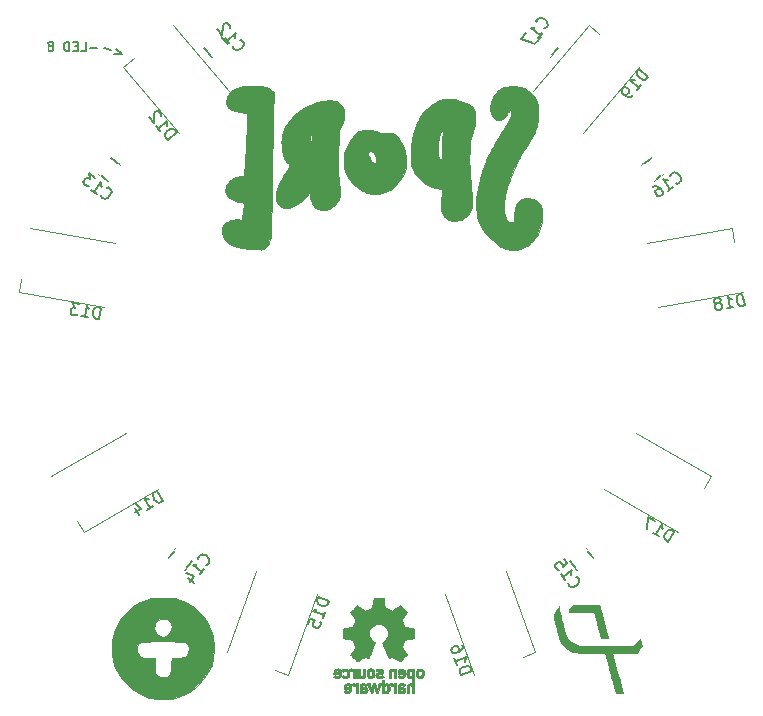
<source format=gbo>
G04 #@! TF.FileFunction,Legend,Bot*
%FSLAX46Y46*%
G04 Gerber Fmt 4.6, Leading zero omitted, Abs format (unit mm)*
G04 Created by KiCad (PCBNEW 4.0.6) date Saturday, June 09, 2018 'PMt' 06:08:09 PM*
%MOMM*%
%LPD*%
G01*
G04 APERTURE LIST*
%ADD10C,0.100000*%
%ADD11C,0.150000*%
%ADD12C,0.120000*%
%ADD13C,0.010000*%
%ADD14C,3.100000*%
%ADD15C,6.100000*%
%ADD16C,2.250000*%
%ADD17R,1.600000X2.100000*%
%ADD18O,1.600000X2.100000*%
%ADD19R,1.797000X1.797000*%
%ADD20C,1.797000*%
%ADD21R,2.100000X2.100000*%
%ADD22O,2.100000X2.100000*%
%ADD23R,2.250000X2.250000*%
G04 APERTURE END LIST*
D10*
D11*
X75976191Y-76657143D02*
X75366667Y-76657143D01*
X74604762Y-76961905D02*
X74985715Y-76961905D01*
X74985715Y-76161905D01*
X74338096Y-76542857D02*
X74071429Y-76542857D01*
X73957143Y-76961905D02*
X74338096Y-76961905D01*
X74338096Y-76161905D01*
X73957143Y-76161905D01*
X73614286Y-76961905D02*
X73614286Y-76161905D01*
X73423810Y-76161905D01*
X73309524Y-76200000D01*
X73233333Y-76276190D01*
X73195238Y-76352381D01*
X73157143Y-76504762D01*
X73157143Y-76619048D01*
X73195238Y-76771429D01*
X73233333Y-76847619D01*
X73309524Y-76923810D01*
X73423810Y-76961905D01*
X73614286Y-76961905D01*
X72090476Y-76504762D02*
X72166667Y-76466667D01*
X72204762Y-76428571D01*
X72242857Y-76352381D01*
X72242857Y-76314286D01*
X72204762Y-76238095D01*
X72166667Y-76200000D01*
X72090476Y-76161905D01*
X71938095Y-76161905D01*
X71861905Y-76200000D01*
X71823809Y-76238095D01*
X71785714Y-76314286D01*
X71785714Y-76352381D01*
X71823809Y-76428571D01*
X71861905Y-76466667D01*
X71938095Y-76504762D01*
X72090476Y-76504762D01*
X72166667Y-76542857D01*
X72204762Y-76580952D01*
X72242857Y-76657143D01*
X72242857Y-76809524D01*
X72204762Y-76885714D01*
X72166667Y-76923810D01*
X72090476Y-76961905D01*
X71938095Y-76961905D01*
X71861905Y-76923810D01*
X71823809Y-76885714D01*
X71785714Y-76809524D01*
X71785714Y-76657143D01*
X71823809Y-76580952D01*
X71861905Y-76542857D01*
X71938095Y-76504762D01*
X77534128Y-76795822D02*
X78043187Y-77201560D01*
X77392863Y-77230590D01*
X77101188Y-76895486D02*
X76521497Y-76707133D01*
X114972532Y-76663347D02*
X114329744Y-77429392D01*
X113027468Y-76336653D02*
X113670256Y-75570608D01*
X77095109Y-86018443D02*
X77904126Y-86606228D01*
X76904891Y-87981557D02*
X76095874Y-87393772D01*
X82018443Y-119904891D02*
X82606228Y-119095874D01*
X83981557Y-120095109D02*
X83393772Y-120904126D01*
X116606228Y-120904126D02*
X116018443Y-120095109D01*
X117393772Y-119095874D02*
X117981557Y-119904891D01*
X123904126Y-87393772D02*
X123095109Y-87981557D01*
X122095874Y-86606228D02*
X122904891Y-86018443D01*
D12*
X117115712Y-83880528D02*
X121808062Y-78288404D01*
X112902468Y-80345196D02*
X117594818Y-74753072D01*
X117594818Y-74753072D02*
X118475769Y-75492278D01*
X123472793Y-98653536D02*
X130661890Y-97385904D01*
X122517728Y-93237094D02*
X129706825Y-91969462D01*
X129706825Y-91969462D02*
X129906520Y-93101991D01*
X118846693Y-114056570D02*
X125168679Y-117706570D01*
X121596693Y-109293430D02*
X127918679Y-112943430D01*
X127918679Y-112943430D02*
X127343679Y-113939359D01*
X105402016Y-122882378D02*
X107898763Y-129742134D01*
X110570325Y-121001268D02*
X113067072Y-127861024D01*
X113067072Y-127861024D02*
X111986426Y-128254347D01*
X89429675Y-121001268D02*
X86932928Y-127861024D01*
X94597984Y-122882378D02*
X92101237Y-129742134D01*
X92101237Y-129742134D02*
X91020591Y-129348811D01*
X78403307Y-109293430D02*
X72081321Y-112943430D01*
X81153307Y-114056570D02*
X74831321Y-117706570D01*
X74831321Y-117706570D02*
X74256321Y-116710641D01*
X77482272Y-93237094D02*
X70293175Y-91969462D01*
X76527207Y-98653536D02*
X69338110Y-97385904D01*
X69338110Y-97385904D02*
X69537806Y-96253376D01*
X87097532Y-80345196D02*
X82405182Y-74753072D01*
X82884288Y-83880528D02*
X78191938Y-78288404D01*
X78191938Y-78288404D02*
X79072889Y-77549198D01*
D11*
X86329744Y-75570608D02*
X86972532Y-76336653D01*
X85670256Y-77429392D02*
X85027468Y-76663347D01*
D13*
G36*
X110910269Y-79933341D02*
X110656374Y-79971137D01*
X110415981Y-80031739D01*
X110195876Y-80114338D01*
X110118071Y-80151785D01*
X110026456Y-80209514D01*
X109924878Y-80290888D01*
X109821320Y-80388015D01*
X109723764Y-80493004D01*
X109640193Y-80597963D01*
X109590841Y-80673031D01*
X109519364Y-80807182D01*
X109446132Y-80965812D01*
X109375979Y-81137717D01*
X109313742Y-81311693D01*
X109309252Y-81325357D01*
X109285253Y-81401349D01*
X109268778Y-81463168D01*
X109258420Y-81521148D01*
X109252771Y-81585627D01*
X109250424Y-81666940D01*
X109249973Y-81760785D01*
X109251005Y-81874161D01*
X109254830Y-81960751D01*
X109262412Y-82030007D01*
X109274713Y-82091384D01*
X109288790Y-82141785D01*
X109338602Y-82271063D01*
X109405929Y-82397332D01*
X109485893Y-82514393D01*
X109573613Y-82616050D01*
X109664213Y-82696105D01*
X109752813Y-82748360D01*
X109772053Y-82755680D01*
X109892437Y-82779998D01*
X110023467Y-82779095D01*
X110152936Y-82754562D01*
X110268638Y-82707994D01*
X110304515Y-82686179D01*
X110352848Y-82645914D01*
X110415301Y-82583335D01*
X110485414Y-82506014D01*
X110556728Y-82421523D01*
X110622785Y-82337435D01*
X110677125Y-82261322D01*
X110704536Y-82217194D01*
X110750349Y-82147288D01*
X110806406Y-82078081D01*
X110864958Y-82017772D01*
X110918256Y-81974555D01*
X110948955Y-81958648D01*
X110982315Y-81955437D01*
X111004756Y-81973514D01*
X111017895Y-82016966D01*
X111023350Y-82089880D01*
X111023631Y-82147322D01*
X111019521Y-82244904D01*
X111007404Y-82323908D01*
X110984205Y-82401708D01*
X110973601Y-82430060D01*
X110933758Y-82524164D01*
X110878071Y-82643193D01*
X110809691Y-82781155D01*
X110731766Y-82932059D01*
X110647446Y-83089911D01*
X110559882Y-83248720D01*
X110472223Y-83402493D01*
X110387619Y-83545238D01*
X110386030Y-83547857D01*
X110260544Y-83754289D01*
X110151643Y-83932876D01*
X110057289Y-84086916D01*
X109975447Y-84219707D01*
X109904081Y-84334549D01*
X109841155Y-84434739D01*
X109784634Y-84523577D01*
X109764579Y-84554785D01*
X109644345Y-84748522D01*
X109525152Y-84955598D01*
X109403584Y-85182262D01*
X109276222Y-85434761D01*
X109220480Y-85549395D01*
X109148562Y-85700889D01*
X109072128Y-85865728D01*
X108994098Y-86037321D01*
X108917387Y-86209076D01*
X108844914Y-86374404D01*
X108779595Y-86526714D01*
X108724349Y-86659415D01*
X108682862Y-86763899D01*
X108651970Y-86850667D01*
X108614555Y-86965161D01*
X108572776Y-87099873D01*
X108528792Y-87247298D01*
X108484761Y-87399929D01*
X108442842Y-87550259D01*
X108405192Y-87690781D01*
X108373970Y-87813990D01*
X108351336Y-87912379D01*
X108348044Y-87928343D01*
X108329949Y-88011865D01*
X108311195Y-88087542D01*
X108294560Y-88144622D01*
X108286866Y-88165214D01*
X108272030Y-88209188D01*
X108253320Y-88280836D01*
X108232362Y-88371966D01*
X108210782Y-88474386D01*
X108190207Y-88579904D01*
X108172262Y-88680328D01*
X108158573Y-88767465D01*
X108150768Y-88833124D01*
X108149571Y-88856891D01*
X108145756Y-88899200D01*
X108135402Y-88967083D01*
X108120145Y-89050765D01*
X108103824Y-89130350D01*
X108057570Y-89406644D01*
X108032598Y-89703005D01*
X108028904Y-90010113D01*
X108046484Y-90318647D01*
X108085335Y-90619288D01*
X108104441Y-90723357D01*
X108137515Y-90887282D01*
X108166096Y-91021850D01*
X108192170Y-91133407D01*
X108217725Y-91228297D01*
X108244746Y-91312867D01*
X108275223Y-91393460D01*
X108311140Y-91476424D01*
X108354486Y-91568102D01*
X108394184Y-91648642D01*
X108461865Y-91783847D01*
X108520624Y-91897989D01*
X108574014Y-91995820D01*
X108625588Y-92082096D01*
X108678901Y-92161569D01*
X108737506Y-92238994D01*
X108804956Y-92319124D01*
X108884805Y-92406714D01*
X108980606Y-92506516D01*
X109095913Y-92623285D01*
X109202635Y-92730157D01*
X109329635Y-92855978D01*
X109445591Y-92968681D01*
X109547876Y-93065818D01*
X109633863Y-93144944D01*
X109700922Y-93203613D01*
X109746427Y-93239377D01*
X109756753Y-93246018D01*
X109824728Y-93289868D01*
X109893782Y-93341706D01*
X109919644Y-93363716D01*
X110010590Y-93435367D01*
X110123789Y-93505117D01*
X110265196Y-93576526D01*
X110308571Y-93596367D01*
X110433196Y-93651716D01*
X110529459Y-93692865D01*
X110601642Y-93721454D01*
X110654029Y-93739122D01*
X110690902Y-93747509D01*
X110706685Y-93748766D01*
X110744304Y-93752281D01*
X110807008Y-93761431D01*
X110884326Y-93774606D01*
X110928917Y-93782914D01*
X111114721Y-93808914D01*
X111290592Y-93811642D01*
X111441793Y-93796533D01*
X111523788Y-93781874D01*
X111611006Y-93762263D01*
X111650436Y-93751754D01*
X111726346Y-93727087D01*
X111822456Y-93691847D01*
X111929779Y-93649750D01*
X112039329Y-93604511D01*
X112142120Y-93559848D01*
X112229166Y-93519478D01*
X112291480Y-93487115D01*
X112294260Y-93485495D01*
X112385145Y-93424178D01*
X112491833Y-93339382D01*
X112608570Y-93236818D01*
X112729602Y-93122193D01*
X112849175Y-93001217D01*
X112961535Y-92879599D01*
X113060926Y-92763048D01*
X113141596Y-92657273D01*
X113167301Y-92619309D01*
X113278074Y-92426246D01*
X113380051Y-92205398D01*
X113470234Y-91964802D01*
X113545628Y-91712492D01*
X113603236Y-91456504D01*
X113605487Y-91444345D01*
X113622954Y-91344987D01*
X113635726Y-91259543D01*
X113644494Y-91178850D01*
X113649946Y-91093745D01*
X113652772Y-90995065D01*
X113653663Y-90873648D01*
X113653606Y-90805000D01*
X113652831Y-90672585D01*
X113650870Y-90569652D01*
X113647200Y-90489404D01*
X113641295Y-90425044D01*
X113632634Y-90369775D01*
X113620689Y-90316799D01*
X113614009Y-90291548D01*
X113546066Y-90101149D01*
X113452432Y-89935552D01*
X113331434Y-89792708D01*
X113181402Y-89670568D01*
X113038087Y-89585737D01*
X112903246Y-89520132D01*
X112786185Y-89473419D01*
X112675586Y-89442813D01*
X112560130Y-89425527D01*
X112428502Y-89418773D01*
X112358714Y-89418439D01*
X112171611Y-89426023D01*
X112013871Y-89448118D01*
X111880643Y-89487145D01*
X111767076Y-89545528D01*
X111668319Y-89625688D01*
X111579522Y-89730049D01*
X111505305Y-89844617D01*
X111452561Y-89941567D01*
X111408705Y-90038701D01*
X111372714Y-90140947D01*
X111343568Y-90253235D01*
X111320247Y-90380493D01*
X111301729Y-90527650D01*
X111286993Y-90699635D01*
X111275018Y-90901375D01*
X111271612Y-90972834D01*
X111264816Y-91106384D01*
X111257184Y-91208592D01*
X111247288Y-91284395D01*
X111233700Y-91338732D01*
X111214991Y-91376541D01*
X111189734Y-91402759D01*
X111156499Y-91422326D01*
X111139409Y-91429921D01*
X111105264Y-91440766D01*
X111067760Y-91442582D01*
X111016268Y-91434712D01*
X110945742Y-91417925D01*
X110839819Y-91386507D01*
X110761357Y-91351208D01*
X110701566Y-91306559D01*
X110651659Y-91247091D01*
X110637787Y-91226306D01*
X110589437Y-91137836D01*
X110539923Y-91024679D01*
X110493358Y-90898048D01*
X110453857Y-90769156D01*
X110425533Y-90649215D01*
X110424962Y-90646204D01*
X110410847Y-90538707D01*
X110402605Y-90403073D01*
X110400010Y-90246935D01*
X110402835Y-90077925D01*
X110410855Y-89903676D01*
X110423845Y-89731821D01*
X110441577Y-89569991D01*
X110460514Y-89444285D01*
X110495760Y-89248893D01*
X110531154Y-89066685D01*
X110567853Y-88894280D01*
X110607012Y-88728295D01*
X110649790Y-88565349D01*
X110697340Y-88402058D01*
X110750821Y-88235041D01*
X110811387Y-88060916D01*
X110880195Y-87876301D01*
X110958402Y-87677813D01*
X111047164Y-87462070D01*
X111147636Y-87225690D01*
X111260976Y-86965292D01*
X111388339Y-86677492D01*
X111465302Y-86505142D01*
X111534974Y-86351309D01*
X111599943Y-86212441D01*
X111662906Y-86083816D01*
X111726562Y-85960706D01*
X111793608Y-85838389D01*
X111866744Y-85712138D01*
X111948667Y-85577229D01*
X112042075Y-85428937D01*
X112149666Y-85262537D01*
X112274139Y-85073305D01*
X112337520Y-84977722D01*
X112449192Y-84807525D01*
X112544664Y-84656639D01*
X112629527Y-84515362D01*
X112709371Y-84373992D01*
X112789786Y-84222827D01*
X112876363Y-84052163D01*
X112910509Y-83983285D01*
X112997498Y-83801669D01*
X113068090Y-83640279D01*
X113124755Y-83490522D01*
X113169963Y-83343804D01*
X113206182Y-83191533D01*
X113235883Y-83025115D01*
X113261533Y-82835956D01*
X113275437Y-82713285D01*
X113286625Y-82581284D01*
X113294679Y-82428416D01*
X113299529Y-82263895D01*
X113301104Y-82096932D01*
X113299334Y-81936740D01*
X113294150Y-81792531D01*
X113285480Y-81673518D01*
X113283491Y-81655016D01*
X113262766Y-81532736D01*
X113227825Y-81390583D01*
X113182255Y-81240302D01*
X113129641Y-81093640D01*
X113073570Y-80962343D01*
X113069318Y-80953428D01*
X113034308Y-80887420D01*
X112992716Y-80824241D01*
X112938805Y-80756434D01*
X112866841Y-80676543D01*
X112812823Y-80619926D01*
X112728786Y-80536179D01*
X112636253Y-80449030D01*
X112545755Y-80368112D01*
X112467820Y-80303061D01*
X112459009Y-80296156D01*
X112346955Y-80213014D01*
X112244404Y-80146856D01*
X112142967Y-80094090D01*
X112034254Y-80051124D01*
X111909875Y-80014367D01*
X111761440Y-79980227D01*
X111685144Y-79964875D01*
X111431438Y-79929400D01*
X111170885Y-79919159D01*
X110910269Y-79933341D01*
X110910269Y-79933341D01*
G37*
X110910269Y-79933341D02*
X110656374Y-79971137D01*
X110415981Y-80031739D01*
X110195876Y-80114338D01*
X110118071Y-80151785D01*
X110026456Y-80209514D01*
X109924878Y-80290888D01*
X109821320Y-80388015D01*
X109723764Y-80493004D01*
X109640193Y-80597963D01*
X109590841Y-80673031D01*
X109519364Y-80807182D01*
X109446132Y-80965812D01*
X109375979Y-81137717D01*
X109313742Y-81311693D01*
X109309252Y-81325357D01*
X109285253Y-81401349D01*
X109268778Y-81463168D01*
X109258420Y-81521148D01*
X109252771Y-81585627D01*
X109250424Y-81666940D01*
X109249973Y-81760785D01*
X109251005Y-81874161D01*
X109254830Y-81960751D01*
X109262412Y-82030007D01*
X109274713Y-82091384D01*
X109288790Y-82141785D01*
X109338602Y-82271063D01*
X109405929Y-82397332D01*
X109485893Y-82514393D01*
X109573613Y-82616050D01*
X109664213Y-82696105D01*
X109752813Y-82748360D01*
X109772053Y-82755680D01*
X109892437Y-82779998D01*
X110023467Y-82779095D01*
X110152936Y-82754562D01*
X110268638Y-82707994D01*
X110304515Y-82686179D01*
X110352848Y-82645914D01*
X110415301Y-82583335D01*
X110485414Y-82506014D01*
X110556728Y-82421523D01*
X110622785Y-82337435D01*
X110677125Y-82261322D01*
X110704536Y-82217194D01*
X110750349Y-82147288D01*
X110806406Y-82078081D01*
X110864958Y-82017772D01*
X110918256Y-81974555D01*
X110948955Y-81958648D01*
X110982315Y-81955437D01*
X111004756Y-81973514D01*
X111017895Y-82016966D01*
X111023350Y-82089880D01*
X111023631Y-82147322D01*
X111019521Y-82244904D01*
X111007404Y-82323908D01*
X110984205Y-82401708D01*
X110973601Y-82430060D01*
X110933758Y-82524164D01*
X110878071Y-82643193D01*
X110809691Y-82781155D01*
X110731766Y-82932059D01*
X110647446Y-83089911D01*
X110559882Y-83248720D01*
X110472223Y-83402493D01*
X110387619Y-83545238D01*
X110386030Y-83547857D01*
X110260544Y-83754289D01*
X110151643Y-83932876D01*
X110057289Y-84086916D01*
X109975447Y-84219707D01*
X109904081Y-84334549D01*
X109841155Y-84434739D01*
X109784634Y-84523577D01*
X109764579Y-84554785D01*
X109644345Y-84748522D01*
X109525152Y-84955598D01*
X109403584Y-85182262D01*
X109276222Y-85434761D01*
X109220480Y-85549395D01*
X109148562Y-85700889D01*
X109072128Y-85865728D01*
X108994098Y-86037321D01*
X108917387Y-86209076D01*
X108844914Y-86374404D01*
X108779595Y-86526714D01*
X108724349Y-86659415D01*
X108682862Y-86763899D01*
X108651970Y-86850667D01*
X108614555Y-86965161D01*
X108572776Y-87099873D01*
X108528792Y-87247298D01*
X108484761Y-87399929D01*
X108442842Y-87550259D01*
X108405192Y-87690781D01*
X108373970Y-87813990D01*
X108351336Y-87912379D01*
X108348044Y-87928343D01*
X108329949Y-88011865D01*
X108311195Y-88087542D01*
X108294560Y-88144622D01*
X108286866Y-88165214D01*
X108272030Y-88209188D01*
X108253320Y-88280836D01*
X108232362Y-88371966D01*
X108210782Y-88474386D01*
X108190207Y-88579904D01*
X108172262Y-88680328D01*
X108158573Y-88767465D01*
X108150768Y-88833124D01*
X108149571Y-88856891D01*
X108145756Y-88899200D01*
X108135402Y-88967083D01*
X108120145Y-89050765D01*
X108103824Y-89130350D01*
X108057570Y-89406644D01*
X108032598Y-89703005D01*
X108028904Y-90010113D01*
X108046484Y-90318647D01*
X108085335Y-90619288D01*
X108104441Y-90723357D01*
X108137515Y-90887282D01*
X108166096Y-91021850D01*
X108192170Y-91133407D01*
X108217725Y-91228297D01*
X108244746Y-91312867D01*
X108275223Y-91393460D01*
X108311140Y-91476424D01*
X108354486Y-91568102D01*
X108394184Y-91648642D01*
X108461865Y-91783847D01*
X108520624Y-91897989D01*
X108574014Y-91995820D01*
X108625588Y-92082096D01*
X108678901Y-92161569D01*
X108737506Y-92238994D01*
X108804956Y-92319124D01*
X108884805Y-92406714D01*
X108980606Y-92506516D01*
X109095913Y-92623285D01*
X109202635Y-92730157D01*
X109329635Y-92855978D01*
X109445591Y-92968681D01*
X109547876Y-93065818D01*
X109633863Y-93144944D01*
X109700922Y-93203613D01*
X109746427Y-93239377D01*
X109756753Y-93246018D01*
X109824728Y-93289868D01*
X109893782Y-93341706D01*
X109919644Y-93363716D01*
X110010590Y-93435367D01*
X110123789Y-93505117D01*
X110265196Y-93576526D01*
X110308571Y-93596367D01*
X110433196Y-93651716D01*
X110529459Y-93692865D01*
X110601642Y-93721454D01*
X110654029Y-93739122D01*
X110690902Y-93747509D01*
X110706685Y-93748766D01*
X110744304Y-93752281D01*
X110807008Y-93761431D01*
X110884326Y-93774606D01*
X110928917Y-93782914D01*
X111114721Y-93808914D01*
X111290592Y-93811642D01*
X111441793Y-93796533D01*
X111523788Y-93781874D01*
X111611006Y-93762263D01*
X111650436Y-93751754D01*
X111726346Y-93727087D01*
X111822456Y-93691847D01*
X111929779Y-93649750D01*
X112039329Y-93604511D01*
X112142120Y-93559848D01*
X112229166Y-93519478D01*
X112291480Y-93487115D01*
X112294260Y-93485495D01*
X112385145Y-93424178D01*
X112491833Y-93339382D01*
X112608570Y-93236818D01*
X112729602Y-93122193D01*
X112849175Y-93001217D01*
X112961535Y-92879599D01*
X113060926Y-92763048D01*
X113141596Y-92657273D01*
X113167301Y-92619309D01*
X113278074Y-92426246D01*
X113380051Y-92205398D01*
X113470234Y-91964802D01*
X113545628Y-91712492D01*
X113603236Y-91456504D01*
X113605487Y-91444345D01*
X113622954Y-91344987D01*
X113635726Y-91259543D01*
X113644494Y-91178850D01*
X113649946Y-91093745D01*
X113652772Y-90995065D01*
X113653663Y-90873648D01*
X113653606Y-90805000D01*
X113652831Y-90672585D01*
X113650870Y-90569652D01*
X113647200Y-90489404D01*
X113641295Y-90425044D01*
X113632634Y-90369775D01*
X113620689Y-90316799D01*
X113614009Y-90291548D01*
X113546066Y-90101149D01*
X113452432Y-89935552D01*
X113331434Y-89792708D01*
X113181402Y-89670568D01*
X113038087Y-89585737D01*
X112903246Y-89520132D01*
X112786185Y-89473419D01*
X112675586Y-89442813D01*
X112560130Y-89425527D01*
X112428502Y-89418773D01*
X112358714Y-89418439D01*
X112171611Y-89426023D01*
X112013871Y-89448118D01*
X111880643Y-89487145D01*
X111767076Y-89545528D01*
X111668319Y-89625688D01*
X111579522Y-89730049D01*
X111505305Y-89844617D01*
X111452561Y-89941567D01*
X111408705Y-90038701D01*
X111372714Y-90140947D01*
X111343568Y-90253235D01*
X111320247Y-90380493D01*
X111301729Y-90527650D01*
X111286993Y-90699635D01*
X111275018Y-90901375D01*
X111271612Y-90972834D01*
X111264816Y-91106384D01*
X111257184Y-91208592D01*
X111247288Y-91284395D01*
X111233700Y-91338732D01*
X111214991Y-91376541D01*
X111189734Y-91402759D01*
X111156499Y-91422326D01*
X111139409Y-91429921D01*
X111105264Y-91440766D01*
X111067760Y-91442582D01*
X111016268Y-91434712D01*
X110945742Y-91417925D01*
X110839819Y-91386507D01*
X110761357Y-91351208D01*
X110701566Y-91306559D01*
X110651659Y-91247091D01*
X110637787Y-91226306D01*
X110589437Y-91137836D01*
X110539923Y-91024679D01*
X110493358Y-90898048D01*
X110453857Y-90769156D01*
X110425533Y-90649215D01*
X110424962Y-90646204D01*
X110410847Y-90538707D01*
X110402605Y-90403073D01*
X110400010Y-90246935D01*
X110402835Y-90077925D01*
X110410855Y-89903676D01*
X110423845Y-89731821D01*
X110441577Y-89569991D01*
X110460514Y-89444285D01*
X110495760Y-89248893D01*
X110531154Y-89066685D01*
X110567853Y-88894280D01*
X110607012Y-88728295D01*
X110649790Y-88565349D01*
X110697340Y-88402058D01*
X110750821Y-88235041D01*
X110811387Y-88060916D01*
X110880195Y-87876301D01*
X110958402Y-87677813D01*
X111047164Y-87462070D01*
X111147636Y-87225690D01*
X111260976Y-86965292D01*
X111388339Y-86677492D01*
X111465302Y-86505142D01*
X111534974Y-86351309D01*
X111599943Y-86212441D01*
X111662906Y-86083816D01*
X111726562Y-85960706D01*
X111793608Y-85838389D01*
X111866744Y-85712138D01*
X111948667Y-85577229D01*
X112042075Y-85428937D01*
X112149666Y-85262537D01*
X112274139Y-85073305D01*
X112337520Y-84977722D01*
X112449192Y-84807525D01*
X112544664Y-84656639D01*
X112629527Y-84515362D01*
X112709371Y-84373992D01*
X112789786Y-84222827D01*
X112876363Y-84052163D01*
X112910509Y-83983285D01*
X112997498Y-83801669D01*
X113068090Y-83640279D01*
X113124755Y-83490522D01*
X113169963Y-83343804D01*
X113206182Y-83191533D01*
X113235883Y-83025115D01*
X113261533Y-82835956D01*
X113275437Y-82713285D01*
X113286625Y-82581284D01*
X113294679Y-82428416D01*
X113299529Y-82263895D01*
X113301104Y-82096932D01*
X113299334Y-81936740D01*
X113294150Y-81792531D01*
X113285480Y-81673518D01*
X113283491Y-81655016D01*
X113262766Y-81532736D01*
X113227825Y-81390583D01*
X113182255Y-81240302D01*
X113129641Y-81093640D01*
X113073570Y-80962343D01*
X113069318Y-80953428D01*
X113034308Y-80887420D01*
X112992716Y-80824241D01*
X112938805Y-80756434D01*
X112866841Y-80676543D01*
X112812823Y-80619926D01*
X112728786Y-80536179D01*
X112636253Y-80449030D01*
X112545755Y-80368112D01*
X112467820Y-80303061D01*
X112459009Y-80296156D01*
X112346955Y-80213014D01*
X112244404Y-80146856D01*
X112142967Y-80094090D01*
X112034254Y-80051124D01*
X111909875Y-80014367D01*
X111761440Y-79980227D01*
X111685144Y-79964875D01*
X111431438Y-79929400D01*
X111170885Y-79919159D01*
X110910269Y-79933341D01*
G36*
X89319297Y-79904096D02*
X89139774Y-79907002D01*
X89126785Y-79907237D01*
X88903692Y-79912067D01*
X88712209Y-79918303D01*
X88547669Y-79926647D01*
X88405402Y-79937802D01*
X88280740Y-79952468D01*
X88169015Y-79971346D01*
X88065559Y-79995140D01*
X87965703Y-80024550D01*
X87864779Y-80060278D01*
X87758118Y-80103025D01*
X87721774Y-80118404D01*
X87605238Y-80172038D01*
X87506151Y-80227666D01*
X87413831Y-80292549D01*
X87317598Y-80373952D01*
X87242663Y-80444193D01*
X87158790Y-80530756D01*
X87093260Y-80613834D01*
X87040128Y-80703387D01*
X86993444Y-80809372D01*
X86949347Y-80935285D01*
X86923712Y-81022215D01*
X86908582Y-81098083D01*
X86901588Y-81179102D01*
X86900296Y-81270928D01*
X86907465Y-81411444D01*
X86929338Y-81525584D01*
X86968703Y-81621245D01*
X87028347Y-81706322D01*
X87069425Y-81750110D01*
X87140670Y-81811959D01*
X87224891Y-81868813D01*
X87324816Y-81921548D01*
X87443171Y-81971037D01*
X87582682Y-82018154D01*
X87746075Y-82063774D01*
X87936078Y-82108772D01*
X88155416Y-82154022D01*
X88406816Y-82200399D01*
X88550750Y-82225187D01*
X88682285Y-82247382D01*
X88682225Y-82702584D01*
X88678670Y-82971191D01*
X88668533Y-83257663D01*
X88652507Y-83544318D01*
X88645167Y-83647642D01*
X88633117Y-83813256D01*
X88620309Y-83999849D01*
X88607590Y-84194321D01*
X88595812Y-84383567D01*
X88585823Y-84554486D01*
X88582818Y-84609214D01*
X88574626Y-84761068D01*
X88565812Y-84923449D01*
X88556951Y-85085825D01*
X88548618Y-85237665D01*
X88541389Y-85368436D01*
X88538707Y-85416571D01*
X88531456Y-85548305D01*
X88523149Y-85702481D01*
X88514518Y-85865303D01*
X88506298Y-86022971D01*
X88500655Y-86133214D01*
X88493131Y-86266855D01*
X88483957Y-86406476D01*
X88473927Y-86541376D01*
X88463832Y-86660854D01*
X88454935Y-86750071D01*
X88443487Y-86864675D01*
X88432304Y-86998276D01*
X88422728Y-87133600D01*
X88416506Y-87244464D01*
X88404507Y-87503000D01*
X88335269Y-87503000D01*
X88256471Y-87508883D01*
X88152101Y-87525163D01*
X88030669Y-87549781D01*
X87900684Y-87580682D01*
X87770655Y-87615808D01*
X87649093Y-87653102D01*
X87544507Y-87690508D01*
X87522360Y-87699490D01*
X87435367Y-87739445D01*
X87363359Y-87782656D01*
X87292528Y-87838332D01*
X87234049Y-87891739D01*
X87085166Y-88050200D01*
X86970770Y-88211643D01*
X86889068Y-88379525D01*
X86838264Y-88557304D01*
X86820158Y-88689100D01*
X86819492Y-88816539D01*
X86842373Y-88930245D01*
X86891935Y-89039936D01*
X86970044Y-89153707D01*
X87082895Y-89281550D01*
X87209819Y-89392778D01*
X87354249Y-89489037D01*
X87519618Y-89571974D01*
X87709360Y-89643234D01*
X87926910Y-89704463D01*
X88175699Y-89757308D01*
X88260464Y-89772374D01*
X88332891Y-89786905D01*
X88374606Y-89801355D01*
X88391117Y-89817872D01*
X88391979Y-89823655D01*
X88389697Y-89851110D01*
X88383426Y-89907434D01*
X88374008Y-89985535D01*
X88362285Y-90078320D01*
X88356264Y-90124643D01*
X88341671Y-90237152D01*
X88326919Y-90353065D01*
X88313552Y-90460109D01*
X88303115Y-90546010D01*
X88301457Y-90560071D01*
X88291254Y-90641698D01*
X88277248Y-90746242D01*
X88261215Y-90860765D01*
X88244934Y-90972329D01*
X88243500Y-90981892D01*
X88204655Y-91240428D01*
X88103292Y-91240316D01*
X88035827Y-91235337D01*
X87975071Y-91222738D01*
X87949961Y-91213102D01*
X87889675Y-91190230D01*
X87842830Y-91189021D01*
X87820475Y-91204182D01*
X87796558Y-91213567D01*
X87751394Y-91212909D01*
X87741220Y-91211487D01*
X87647759Y-91207934D01*
X87531845Y-91221123D01*
X87401893Y-91248725D01*
X87266318Y-91288410D01*
X87133537Y-91337849D01*
X87011965Y-91394712D01*
X86948891Y-91430807D01*
X86821191Y-91524461D01*
X86707807Y-91635041D01*
X86613474Y-91756183D01*
X86542929Y-91881523D01*
X86500906Y-92004697D01*
X86494398Y-92041546D01*
X86493584Y-92108815D01*
X86503685Y-92200444D01*
X86522741Y-92306869D01*
X86548790Y-92418526D01*
X86579870Y-92525852D01*
X86611789Y-92613925D01*
X86694267Y-92787948D01*
X86790300Y-92938569D01*
X86904337Y-93070130D01*
X87040826Y-93186974D01*
X87204216Y-93293445D01*
X87398956Y-93393886D01*
X87421357Y-93404237D01*
X87532600Y-93452477D01*
X87639158Y-93492192D01*
X87749378Y-93525672D01*
X87871604Y-93555206D01*
X88014183Y-93583083D01*
X88166312Y-93608570D01*
X88281834Y-93627038D01*
X88401002Y-93646323D01*
X88512017Y-93664500D01*
X88603077Y-93679646D01*
X88627857Y-93683841D01*
X88707532Y-93694815D01*
X88805921Y-93703424D01*
X88927244Y-93709885D01*
X89075718Y-93714413D01*
X89255563Y-93717224D01*
X89287077Y-93717524D01*
X89458505Y-93719766D01*
X89594183Y-93723159D01*
X89694632Y-93727729D01*
X89760368Y-93733501D01*
X89791913Y-93740500D01*
X89794169Y-93742055D01*
X89836735Y-93759840D01*
X89903437Y-93755196D01*
X89990330Y-93728678D01*
X90039664Y-93707598D01*
X90158202Y-93644213D01*
X90252369Y-93571931D01*
X90334054Y-93480606D01*
X90377487Y-93419310D01*
X90476701Y-93252459D01*
X90555580Y-93078659D01*
X90616183Y-92891343D01*
X90660566Y-92683945D01*
X90690788Y-92449896D01*
X90694650Y-92407160D01*
X90698181Y-92348757D01*
X90701743Y-92257801D01*
X90705266Y-92138023D01*
X90708680Y-91993157D01*
X90711914Y-91826933D01*
X90714899Y-91643086D01*
X90717563Y-91445346D01*
X90719838Y-91237446D01*
X90721653Y-91023118D01*
X90722205Y-90941071D01*
X90723903Y-90712723D01*
X90726141Y-90479699D01*
X90728841Y-90247072D01*
X90731922Y-90019915D01*
X90735305Y-89803300D01*
X90738910Y-89602300D01*
X90742658Y-89421988D01*
X90746469Y-89267438D01*
X90750263Y-89143721D01*
X90750543Y-89135857D01*
X90754029Y-89021801D01*
X90757466Y-88875933D01*
X90760798Y-88702723D01*
X90763967Y-88506647D01*
X90766914Y-88292175D01*
X90769582Y-88063781D01*
X90771913Y-87825937D01*
X90773849Y-87583116D01*
X90775333Y-87339791D01*
X90776119Y-87158285D01*
X90777893Y-86787011D01*
X90780518Y-86450276D01*
X90784049Y-86146346D01*
X90788539Y-85873482D01*
X90794046Y-85629948D01*
X90800622Y-85414008D01*
X90808323Y-85223925D01*
X90817204Y-85057962D01*
X90827320Y-84914383D01*
X90838726Y-84791450D01*
X90851476Y-84687428D01*
X90854961Y-84663643D01*
X90859752Y-84628924D01*
X90864045Y-84589824D01*
X90867875Y-84544192D01*
X90871276Y-84489878D01*
X90874283Y-84424732D01*
X90876933Y-84346605D01*
X90879258Y-84253345D01*
X90881295Y-84142804D01*
X90883079Y-84012830D01*
X90884644Y-83861275D01*
X90886025Y-83685987D01*
X90887258Y-83484817D01*
X90888377Y-83255615D01*
X90889417Y-82996230D01*
X90890414Y-82704513D01*
X90891242Y-82433345D01*
X90897194Y-80402619D01*
X90792132Y-80295552D01*
X90714840Y-80224583D01*
X90706454Y-80218643D01*
X90387714Y-80218643D01*
X90378642Y-80227714D01*
X90369571Y-80218643D01*
X90378642Y-80209571D01*
X90387714Y-80218643D01*
X90706454Y-80218643D01*
X90631633Y-80165651D01*
X90535085Y-80114889D01*
X90417772Y-80068431D01*
X90272268Y-80022411D01*
X90261659Y-80019343D01*
X90148299Y-79987202D01*
X90050423Y-79961210D01*
X89962322Y-79940804D01*
X89878287Y-79925421D01*
X89792610Y-79914495D01*
X89699581Y-79907464D01*
X89593492Y-79903763D01*
X89468634Y-79902828D01*
X89319297Y-79904096D01*
X89319297Y-79904096D01*
G37*
X89319297Y-79904096D02*
X89139774Y-79907002D01*
X89126785Y-79907237D01*
X88903692Y-79912067D01*
X88712209Y-79918303D01*
X88547669Y-79926647D01*
X88405402Y-79937802D01*
X88280740Y-79952468D01*
X88169015Y-79971346D01*
X88065559Y-79995140D01*
X87965703Y-80024550D01*
X87864779Y-80060278D01*
X87758118Y-80103025D01*
X87721774Y-80118404D01*
X87605238Y-80172038D01*
X87506151Y-80227666D01*
X87413831Y-80292549D01*
X87317598Y-80373952D01*
X87242663Y-80444193D01*
X87158790Y-80530756D01*
X87093260Y-80613834D01*
X87040128Y-80703387D01*
X86993444Y-80809372D01*
X86949347Y-80935285D01*
X86923712Y-81022215D01*
X86908582Y-81098083D01*
X86901588Y-81179102D01*
X86900296Y-81270928D01*
X86907465Y-81411444D01*
X86929338Y-81525584D01*
X86968703Y-81621245D01*
X87028347Y-81706322D01*
X87069425Y-81750110D01*
X87140670Y-81811959D01*
X87224891Y-81868813D01*
X87324816Y-81921548D01*
X87443171Y-81971037D01*
X87582682Y-82018154D01*
X87746075Y-82063774D01*
X87936078Y-82108772D01*
X88155416Y-82154022D01*
X88406816Y-82200399D01*
X88550750Y-82225187D01*
X88682285Y-82247382D01*
X88682225Y-82702584D01*
X88678670Y-82971191D01*
X88668533Y-83257663D01*
X88652507Y-83544318D01*
X88645167Y-83647642D01*
X88633117Y-83813256D01*
X88620309Y-83999849D01*
X88607590Y-84194321D01*
X88595812Y-84383567D01*
X88585823Y-84554486D01*
X88582818Y-84609214D01*
X88574626Y-84761068D01*
X88565812Y-84923449D01*
X88556951Y-85085825D01*
X88548618Y-85237665D01*
X88541389Y-85368436D01*
X88538707Y-85416571D01*
X88531456Y-85548305D01*
X88523149Y-85702481D01*
X88514518Y-85865303D01*
X88506298Y-86022971D01*
X88500655Y-86133214D01*
X88493131Y-86266855D01*
X88483957Y-86406476D01*
X88473927Y-86541376D01*
X88463832Y-86660854D01*
X88454935Y-86750071D01*
X88443487Y-86864675D01*
X88432304Y-86998276D01*
X88422728Y-87133600D01*
X88416506Y-87244464D01*
X88404507Y-87503000D01*
X88335269Y-87503000D01*
X88256471Y-87508883D01*
X88152101Y-87525163D01*
X88030669Y-87549781D01*
X87900684Y-87580682D01*
X87770655Y-87615808D01*
X87649093Y-87653102D01*
X87544507Y-87690508D01*
X87522360Y-87699490D01*
X87435367Y-87739445D01*
X87363359Y-87782656D01*
X87292528Y-87838332D01*
X87234049Y-87891739D01*
X87085166Y-88050200D01*
X86970770Y-88211643D01*
X86889068Y-88379525D01*
X86838264Y-88557304D01*
X86820158Y-88689100D01*
X86819492Y-88816539D01*
X86842373Y-88930245D01*
X86891935Y-89039936D01*
X86970044Y-89153707D01*
X87082895Y-89281550D01*
X87209819Y-89392778D01*
X87354249Y-89489037D01*
X87519618Y-89571974D01*
X87709360Y-89643234D01*
X87926910Y-89704463D01*
X88175699Y-89757308D01*
X88260464Y-89772374D01*
X88332891Y-89786905D01*
X88374606Y-89801355D01*
X88391117Y-89817872D01*
X88391979Y-89823655D01*
X88389697Y-89851110D01*
X88383426Y-89907434D01*
X88374008Y-89985535D01*
X88362285Y-90078320D01*
X88356264Y-90124643D01*
X88341671Y-90237152D01*
X88326919Y-90353065D01*
X88313552Y-90460109D01*
X88303115Y-90546010D01*
X88301457Y-90560071D01*
X88291254Y-90641698D01*
X88277248Y-90746242D01*
X88261215Y-90860765D01*
X88244934Y-90972329D01*
X88243500Y-90981892D01*
X88204655Y-91240428D01*
X88103292Y-91240316D01*
X88035827Y-91235337D01*
X87975071Y-91222738D01*
X87949961Y-91213102D01*
X87889675Y-91190230D01*
X87842830Y-91189021D01*
X87820475Y-91204182D01*
X87796558Y-91213567D01*
X87751394Y-91212909D01*
X87741220Y-91211487D01*
X87647759Y-91207934D01*
X87531845Y-91221123D01*
X87401893Y-91248725D01*
X87266318Y-91288410D01*
X87133537Y-91337849D01*
X87011965Y-91394712D01*
X86948891Y-91430807D01*
X86821191Y-91524461D01*
X86707807Y-91635041D01*
X86613474Y-91756183D01*
X86542929Y-91881523D01*
X86500906Y-92004697D01*
X86494398Y-92041546D01*
X86493584Y-92108815D01*
X86503685Y-92200444D01*
X86522741Y-92306869D01*
X86548790Y-92418526D01*
X86579870Y-92525852D01*
X86611789Y-92613925D01*
X86694267Y-92787948D01*
X86790300Y-92938569D01*
X86904337Y-93070130D01*
X87040826Y-93186974D01*
X87204216Y-93293445D01*
X87398956Y-93393886D01*
X87421357Y-93404237D01*
X87532600Y-93452477D01*
X87639158Y-93492192D01*
X87749378Y-93525672D01*
X87871604Y-93555206D01*
X88014183Y-93583083D01*
X88166312Y-93608570D01*
X88281834Y-93627038D01*
X88401002Y-93646323D01*
X88512017Y-93664500D01*
X88603077Y-93679646D01*
X88627857Y-93683841D01*
X88707532Y-93694815D01*
X88805921Y-93703424D01*
X88927244Y-93709885D01*
X89075718Y-93714413D01*
X89255563Y-93717224D01*
X89287077Y-93717524D01*
X89458505Y-93719766D01*
X89594183Y-93723159D01*
X89694632Y-93727729D01*
X89760368Y-93733501D01*
X89791913Y-93740500D01*
X89794169Y-93742055D01*
X89836735Y-93759840D01*
X89903437Y-93755196D01*
X89990330Y-93728678D01*
X90039664Y-93707598D01*
X90158202Y-93644213D01*
X90252369Y-93571931D01*
X90334054Y-93480606D01*
X90377487Y-93419310D01*
X90476701Y-93252459D01*
X90555580Y-93078659D01*
X90616183Y-92891343D01*
X90660566Y-92683945D01*
X90690788Y-92449896D01*
X90694650Y-92407160D01*
X90698181Y-92348757D01*
X90701743Y-92257801D01*
X90705266Y-92138023D01*
X90708680Y-91993157D01*
X90711914Y-91826933D01*
X90714899Y-91643086D01*
X90717563Y-91445346D01*
X90719838Y-91237446D01*
X90721653Y-91023118D01*
X90722205Y-90941071D01*
X90723903Y-90712723D01*
X90726141Y-90479699D01*
X90728841Y-90247072D01*
X90731922Y-90019915D01*
X90735305Y-89803300D01*
X90738910Y-89602300D01*
X90742658Y-89421988D01*
X90746469Y-89267438D01*
X90750263Y-89143721D01*
X90750543Y-89135857D01*
X90754029Y-89021801D01*
X90757466Y-88875933D01*
X90760798Y-88702723D01*
X90763967Y-88506647D01*
X90766914Y-88292175D01*
X90769582Y-88063781D01*
X90771913Y-87825937D01*
X90773849Y-87583116D01*
X90775333Y-87339791D01*
X90776119Y-87158285D01*
X90777893Y-86787011D01*
X90780518Y-86450276D01*
X90784049Y-86146346D01*
X90788539Y-85873482D01*
X90794046Y-85629948D01*
X90800622Y-85414008D01*
X90808323Y-85223925D01*
X90817204Y-85057962D01*
X90827320Y-84914383D01*
X90838726Y-84791450D01*
X90851476Y-84687428D01*
X90854961Y-84663643D01*
X90859752Y-84628924D01*
X90864045Y-84589824D01*
X90867875Y-84544192D01*
X90871276Y-84489878D01*
X90874283Y-84424732D01*
X90876933Y-84346605D01*
X90879258Y-84253345D01*
X90881295Y-84142804D01*
X90883079Y-84012830D01*
X90884644Y-83861275D01*
X90886025Y-83685987D01*
X90887258Y-83484817D01*
X90888377Y-83255615D01*
X90889417Y-82996230D01*
X90890414Y-82704513D01*
X90891242Y-82433345D01*
X90897194Y-80402619D01*
X90792132Y-80295552D01*
X90714840Y-80224583D01*
X90706454Y-80218643D01*
X90387714Y-80218643D01*
X90378642Y-80227714D01*
X90369571Y-80218643D01*
X90378642Y-80209571D01*
X90387714Y-80218643D01*
X90706454Y-80218643D01*
X90631633Y-80165651D01*
X90535085Y-80114889D01*
X90417772Y-80068431D01*
X90272268Y-80022411D01*
X90261659Y-80019343D01*
X90148299Y-79987202D01*
X90050423Y-79961210D01*
X89962322Y-79940804D01*
X89878287Y-79925421D01*
X89792610Y-79914495D01*
X89699581Y-79907464D01*
X89593492Y-79903763D01*
X89468634Y-79902828D01*
X89319297Y-79904096D01*
G36*
X105742240Y-80986255D02*
X105621684Y-80998468D01*
X105490269Y-81014861D01*
X105376252Y-81029397D01*
X105271820Y-81042131D01*
X105183330Y-81052334D01*
X105117137Y-81059277D01*
X105079597Y-81062231D01*
X105076828Y-81062285D01*
X105043263Y-81071004D01*
X104986156Y-81094535D01*
X104913027Y-81128935D01*
X104831398Y-81170266D01*
X104748790Y-81214585D01*
X104672726Y-81257953D01*
X104610726Y-81296429D01*
X104570313Y-81326071D01*
X104566357Y-81329727D01*
X104534888Y-81353096D01*
X104479923Y-81387008D01*
X104410546Y-81426027D01*
X104366785Y-81449114D01*
X104202284Y-81549700D01*
X104031490Y-81685317D01*
X103855065Y-81855381D01*
X103678457Y-82053571D01*
X103484268Y-82298095D01*
X103316947Y-82536304D01*
X103171228Y-82777375D01*
X103041842Y-83030488D01*
X102923520Y-83304819D01*
X102852014Y-83493428D01*
X102751079Y-83794542D01*
X102673261Y-84079431D01*
X102616482Y-84357985D01*
X102578664Y-84640092D01*
X102560326Y-84881357D01*
X102553395Y-85006133D01*
X102545518Y-85136724D01*
X102537445Y-85261345D01*
X102529929Y-85368211D01*
X102526189Y-85416571D01*
X102511791Y-85671120D01*
X102510316Y-85914798D01*
X102521621Y-86139544D01*
X102541934Y-86314642D01*
X102554660Y-86406841D01*
X102561930Y-86480989D01*
X102563282Y-86530898D01*
X102559478Y-86549592D01*
X102548326Y-86568095D01*
X102545729Y-86594860D01*
X102552951Y-86635115D01*
X102571262Y-86694088D01*
X102601927Y-86777008D01*
X102634921Y-86860881D01*
X102680959Y-86975222D01*
X102718492Y-87063946D01*
X102752107Y-87135276D01*
X102786397Y-87197435D01*
X102825949Y-87258647D01*
X102875353Y-87327133D01*
X102939199Y-87411118D01*
X102949491Y-87424503D01*
X103100985Y-87604311D01*
X103274064Y-87780275D01*
X103461103Y-87945916D01*
X103654475Y-88094751D01*
X103846554Y-88220301D01*
X103958571Y-88282044D01*
X104134598Y-88363216D01*
X104336505Y-88442140D01*
X104553903Y-88515452D01*
X104776405Y-88579787D01*
X104993622Y-88631780D01*
X105106107Y-88653725D01*
X105150816Y-88664826D01*
X105169929Y-88683771D01*
X105174006Y-88721476D01*
X105174005Y-88723929D01*
X105170997Y-88774406D01*
X105163400Y-88842640D01*
X105156432Y-88890928D01*
X105150241Y-88938754D01*
X105141916Y-89016537D01*
X105132046Y-89118050D01*
X105121217Y-89237068D01*
X105110017Y-89367365D01*
X105100785Y-89480571D01*
X105085334Y-89696813D01*
X105076382Y-89882836D01*
X105074424Y-90044204D01*
X105079956Y-90186484D01*
X105093473Y-90315241D01*
X105115473Y-90436041D01*
X105146449Y-90554450D01*
X105186899Y-90676034D01*
X105213575Y-90746818D01*
X105253860Y-90843920D01*
X105291319Y-90917451D01*
X105332640Y-90978855D01*
X105384511Y-91039576D01*
X105384967Y-91040069D01*
X105478865Y-91130468D01*
X105576732Y-91205234D01*
X105670009Y-91258311D01*
X105719916Y-91277141D01*
X105760865Y-91287055D01*
X105824150Y-91300304D01*
X105901390Y-91315366D01*
X105984199Y-91330721D01*
X106064195Y-91344846D01*
X106132994Y-91356221D01*
X106182213Y-91363323D01*
X106202898Y-91364794D01*
X106227381Y-91360888D01*
X106276198Y-91353431D01*
X106326214Y-91345918D01*
X106562070Y-91299337D01*
X106773213Y-91232547D01*
X106966726Y-91142818D01*
X107145886Y-91030146D01*
X107221610Y-90971381D01*
X107288015Y-90907872D01*
X107351488Y-90832160D01*
X107418417Y-90736783D01*
X107478496Y-90641714D01*
X107544102Y-90532445D01*
X107592429Y-90445553D01*
X107626722Y-90373487D01*
X107650224Y-90308701D01*
X107666179Y-90243645D01*
X107676410Y-90181216D01*
X107683690Y-90105794D01*
X107689233Y-90001678D01*
X107693023Y-89876418D01*
X107695049Y-89737565D01*
X107695295Y-89592669D01*
X107693750Y-89449281D01*
X107690399Y-89314951D01*
X107685229Y-89197229D01*
X107678341Y-89104818D01*
X107665119Y-88967373D01*
X107651226Y-88815150D01*
X107637373Y-88656628D01*
X107624270Y-88500284D01*
X107612628Y-88354597D01*
X107603158Y-88228043D01*
X107596569Y-88129101D01*
X107596559Y-88128928D01*
X107590219Y-88033678D01*
X107580908Y-87909014D01*
X107569180Y-87761637D01*
X107555588Y-87598247D01*
X107540688Y-87425545D01*
X107525032Y-87250231D01*
X107514062Y-87131071D01*
X107504021Y-86996628D01*
X107495850Y-86832348D01*
X107489623Y-86644638D01*
X107485414Y-86439902D01*
X107483296Y-86224545D01*
X107483342Y-86004973D01*
X107485626Y-85787592D01*
X107490223Y-85578805D01*
X107494696Y-85445273D01*
X107504799Y-85211292D01*
X107516197Y-85007986D01*
X107529810Y-84829746D01*
X107546560Y-84670964D01*
X107567368Y-84526030D01*
X107593155Y-84389336D01*
X107624843Y-84255272D01*
X107663353Y-84118231D01*
X107709607Y-83972603D01*
X107761392Y-83821669D01*
X107764448Y-83812985D01*
X105208018Y-83812985D01*
X105207262Y-83930581D01*
X105204259Y-84078462D01*
X105199042Y-84255146D01*
X105191643Y-84459154D01*
X105182095Y-84689005D01*
X105170432Y-84943217D01*
X105166044Y-85033843D01*
X105159538Y-85177387D01*
X105154336Y-85314160D01*
X105150573Y-85438578D01*
X105148387Y-85545055D01*
X105147914Y-85628005D01*
X105149289Y-85681844D01*
X105150007Y-85690782D01*
X105152492Y-85754267D01*
X105150314Y-85840384D01*
X105143995Y-85935854D01*
X105138023Y-85995700D01*
X105115032Y-86195307D01*
X105037935Y-86132132D01*
X104983000Y-86081235D01*
X104932335Y-86024824D01*
X104914674Y-86001300D01*
X104886908Y-85956986D01*
X104865184Y-85911604D01*
X104848782Y-85860079D01*
X104836982Y-85797335D01*
X104829062Y-85718294D01*
X104824304Y-85617881D01*
X104821985Y-85491020D01*
X104821387Y-85344000D01*
X104822336Y-85173867D01*
X104825663Y-85029553D01*
X104831937Y-84900634D01*
X104841726Y-84776687D01*
X104855601Y-84647291D01*
X104862497Y-84591071D01*
X104882567Y-84433889D01*
X104899307Y-84307916D01*
X104913552Y-84208316D01*
X104926140Y-84130253D01*
X104937909Y-84068892D01*
X104949695Y-84019395D01*
X104962335Y-83976927D01*
X104974997Y-83941082D01*
X105000607Y-83888228D01*
X105038820Y-83827100D01*
X105083525Y-83765544D01*
X105128613Y-83711405D01*
X105167973Y-83672527D01*
X105195495Y-83656755D01*
X105196478Y-83656714D01*
X105202659Y-83674571D01*
X105206495Y-83727155D01*
X105208018Y-83812985D01*
X107764448Y-83812985D01*
X107795397Y-83725056D01*
X107825594Y-83639232D01*
X107849740Y-83570576D01*
X107865591Y-83525471D01*
X107870463Y-83511571D01*
X107878337Y-83482771D01*
X107891678Y-83427811D01*
X107908267Y-83355992D01*
X107918119Y-83312000D01*
X107929978Y-83254064D01*
X107939302Y-83196145D01*
X107946456Y-83132579D01*
X107951804Y-83057701D01*
X107955713Y-82965848D01*
X107958548Y-82851353D01*
X107960674Y-82708554D01*
X107961424Y-82640714D01*
X107962538Y-82469037D01*
X107961477Y-82328882D01*
X107957473Y-82215514D01*
X107949760Y-82124197D01*
X107937569Y-82050196D01*
X107920133Y-81988774D01*
X107896686Y-81935197D01*
X107866460Y-81884727D01*
X107830988Y-81835636D01*
X107796509Y-81785693D01*
X107773840Y-81743680D01*
X107768571Y-81725321D01*
X107754162Y-81698123D01*
X107718603Y-81667483D01*
X107709607Y-81661820D01*
X107666737Y-81634663D01*
X107606006Y-81594020D01*
X107538966Y-81547655D01*
X107523642Y-81536837D01*
X107351763Y-81427256D01*
X107158576Y-81327865D01*
X106940419Y-81237149D01*
X106693632Y-81153588D01*
X106414552Y-81075665D01*
X106406171Y-81073532D01*
X106259097Y-81037086D01*
X106138188Y-81010143D01*
X106034746Y-80992146D01*
X105940072Y-80982537D01*
X105845470Y-80980759D01*
X105742240Y-80986255D01*
X105742240Y-80986255D01*
G37*
X105742240Y-80986255D02*
X105621684Y-80998468D01*
X105490269Y-81014861D01*
X105376252Y-81029397D01*
X105271820Y-81042131D01*
X105183330Y-81052334D01*
X105117137Y-81059277D01*
X105079597Y-81062231D01*
X105076828Y-81062285D01*
X105043263Y-81071004D01*
X104986156Y-81094535D01*
X104913027Y-81128935D01*
X104831398Y-81170266D01*
X104748790Y-81214585D01*
X104672726Y-81257953D01*
X104610726Y-81296429D01*
X104570313Y-81326071D01*
X104566357Y-81329727D01*
X104534888Y-81353096D01*
X104479923Y-81387008D01*
X104410546Y-81426027D01*
X104366785Y-81449114D01*
X104202284Y-81549700D01*
X104031490Y-81685317D01*
X103855065Y-81855381D01*
X103678457Y-82053571D01*
X103484268Y-82298095D01*
X103316947Y-82536304D01*
X103171228Y-82777375D01*
X103041842Y-83030488D01*
X102923520Y-83304819D01*
X102852014Y-83493428D01*
X102751079Y-83794542D01*
X102673261Y-84079431D01*
X102616482Y-84357985D01*
X102578664Y-84640092D01*
X102560326Y-84881357D01*
X102553395Y-85006133D01*
X102545518Y-85136724D01*
X102537445Y-85261345D01*
X102529929Y-85368211D01*
X102526189Y-85416571D01*
X102511791Y-85671120D01*
X102510316Y-85914798D01*
X102521621Y-86139544D01*
X102541934Y-86314642D01*
X102554660Y-86406841D01*
X102561930Y-86480989D01*
X102563282Y-86530898D01*
X102559478Y-86549592D01*
X102548326Y-86568095D01*
X102545729Y-86594860D01*
X102552951Y-86635115D01*
X102571262Y-86694088D01*
X102601927Y-86777008D01*
X102634921Y-86860881D01*
X102680959Y-86975222D01*
X102718492Y-87063946D01*
X102752107Y-87135276D01*
X102786397Y-87197435D01*
X102825949Y-87258647D01*
X102875353Y-87327133D01*
X102939199Y-87411118D01*
X102949491Y-87424503D01*
X103100985Y-87604311D01*
X103274064Y-87780275D01*
X103461103Y-87945916D01*
X103654475Y-88094751D01*
X103846554Y-88220301D01*
X103958571Y-88282044D01*
X104134598Y-88363216D01*
X104336505Y-88442140D01*
X104553903Y-88515452D01*
X104776405Y-88579787D01*
X104993622Y-88631780D01*
X105106107Y-88653725D01*
X105150816Y-88664826D01*
X105169929Y-88683771D01*
X105174006Y-88721476D01*
X105174005Y-88723929D01*
X105170997Y-88774406D01*
X105163400Y-88842640D01*
X105156432Y-88890928D01*
X105150241Y-88938754D01*
X105141916Y-89016537D01*
X105132046Y-89118050D01*
X105121217Y-89237068D01*
X105110017Y-89367365D01*
X105100785Y-89480571D01*
X105085334Y-89696813D01*
X105076382Y-89882836D01*
X105074424Y-90044204D01*
X105079956Y-90186484D01*
X105093473Y-90315241D01*
X105115473Y-90436041D01*
X105146449Y-90554450D01*
X105186899Y-90676034D01*
X105213575Y-90746818D01*
X105253860Y-90843920D01*
X105291319Y-90917451D01*
X105332640Y-90978855D01*
X105384511Y-91039576D01*
X105384967Y-91040069D01*
X105478865Y-91130468D01*
X105576732Y-91205234D01*
X105670009Y-91258311D01*
X105719916Y-91277141D01*
X105760865Y-91287055D01*
X105824150Y-91300304D01*
X105901390Y-91315366D01*
X105984199Y-91330721D01*
X106064195Y-91344846D01*
X106132994Y-91356221D01*
X106182213Y-91363323D01*
X106202898Y-91364794D01*
X106227381Y-91360888D01*
X106276198Y-91353431D01*
X106326214Y-91345918D01*
X106562070Y-91299337D01*
X106773213Y-91232547D01*
X106966726Y-91142818D01*
X107145886Y-91030146D01*
X107221610Y-90971381D01*
X107288015Y-90907872D01*
X107351488Y-90832160D01*
X107418417Y-90736783D01*
X107478496Y-90641714D01*
X107544102Y-90532445D01*
X107592429Y-90445553D01*
X107626722Y-90373487D01*
X107650224Y-90308701D01*
X107666179Y-90243645D01*
X107676410Y-90181216D01*
X107683690Y-90105794D01*
X107689233Y-90001678D01*
X107693023Y-89876418D01*
X107695049Y-89737565D01*
X107695295Y-89592669D01*
X107693750Y-89449281D01*
X107690399Y-89314951D01*
X107685229Y-89197229D01*
X107678341Y-89104818D01*
X107665119Y-88967373D01*
X107651226Y-88815150D01*
X107637373Y-88656628D01*
X107624270Y-88500284D01*
X107612628Y-88354597D01*
X107603158Y-88228043D01*
X107596569Y-88129101D01*
X107596559Y-88128928D01*
X107590219Y-88033678D01*
X107580908Y-87909014D01*
X107569180Y-87761637D01*
X107555588Y-87598247D01*
X107540688Y-87425545D01*
X107525032Y-87250231D01*
X107514062Y-87131071D01*
X107504021Y-86996628D01*
X107495850Y-86832348D01*
X107489623Y-86644638D01*
X107485414Y-86439902D01*
X107483296Y-86224545D01*
X107483342Y-86004973D01*
X107485626Y-85787592D01*
X107490223Y-85578805D01*
X107494696Y-85445273D01*
X107504799Y-85211292D01*
X107516197Y-85007986D01*
X107529810Y-84829746D01*
X107546560Y-84670964D01*
X107567368Y-84526030D01*
X107593155Y-84389336D01*
X107624843Y-84255272D01*
X107663353Y-84118231D01*
X107709607Y-83972603D01*
X107761392Y-83821669D01*
X107764448Y-83812985D01*
X105208018Y-83812985D01*
X105207262Y-83930581D01*
X105204259Y-84078462D01*
X105199042Y-84255146D01*
X105191643Y-84459154D01*
X105182095Y-84689005D01*
X105170432Y-84943217D01*
X105166044Y-85033843D01*
X105159538Y-85177387D01*
X105154336Y-85314160D01*
X105150573Y-85438578D01*
X105148387Y-85545055D01*
X105147914Y-85628005D01*
X105149289Y-85681844D01*
X105150007Y-85690782D01*
X105152492Y-85754267D01*
X105150314Y-85840384D01*
X105143995Y-85935854D01*
X105138023Y-85995700D01*
X105115032Y-86195307D01*
X105037935Y-86132132D01*
X104983000Y-86081235D01*
X104932335Y-86024824D01*
X104914674Y-86001300D01*
X104886908Y-85956986D01*
X104865184Y-85911604D01*
X104848782Y-85860079D01*
X104836982Y-85797335D01*
X104829062Y-85718294D01*
X104824304Y-85617881D01*
X104821985Y-85491020D01*
X104821387Y-85344000D01*
X104822336Y-85173867D01*
X104825663Y-85029553D01*
X104831937Y-84900634D01*
X104841726Y-84776687D01*
X104855601Y-84647291D01*
X104862497Y-84591071D01*
X104882567Y-84433889D01*
X104899307Y-84307916D01*
X104913552Y-84208316D01*
X104926140Y-84130253D01*
X104937909Y-84068892D01*
X104949695Y-84019395D01*
X104962335Y-83976927D01*
X104974997Y-83941082D01*
X105000607Y-83888228D01*
X105038820Y-83827100D01*
X105083525Y-83765544D01*
X105128613Y-83711405D01*
X105167973Y-83672527D01*
X105195495Y-83656755D01*
X105196478Y-83656714D01*
X105202659Y-83674571D01*
X105206495Y-83727155D01*
X105208018Y-83812985D01*
X107764448Y-83812985D01*
X107795397Y-83725056D01*
X107825594Y-83639232D01*
X107849740Y-83570576D01*
X107865591Y-83525471D01*
X107870463Y-83511571D01*
X107878337Y-83482771D01*
X107891678Y-83427811D01*
X107908267Y-83355992D01*
X107918119Y-83312000D01*
X107929978Y-83254064D01*
X107939302Y-83196145D01*
X107946456Y-83132579D01*
X107951804Y-83057701D01*
X107955713Y-82965848D01*
X107958548Y-82851353D01*
X107960674Y-82708554D01*
X107961424Y-82640714D01*
X107962538Y-82469037D01*
X107961477Y-82328882D01*
X107957473Y-82215514D01*
X107949760Y-82124197D01*
X107937569Y-82050196D01*
X107920133Y-81988774D01*
X107896686Y-81935197D01*
X107866460Y-81884727D01*
X107830988Y-81835636D01*
X107796509Y-81785693D01*
X107773840Y-81743680D01*
X107768571Y-81725321D01*
X107754162Y-81698123D01*
X107718603Y-81667483D01*
X107709607Y-81661820D01*
X107666737Y-81634663D01*
X107606006Y-81594020D01*
X107538966Y-81547655D01*
X107523642Y-81536837D01*
X107351763Y-81427256D01*
X107158576Y-81327865D01*
X106940419Y-81237149D01*
X106693632Y-81153588D01*
X106414552Y-81075665D01*
X106406171Y-81073532D01*
X106259097Y-81037086D01*
X106138188Y-81010143D01*
X106034746Y-80992146D01*
X105940072Y-80982537D01*
X105845470Y-80980759D01*
X105742240Y-80986255D01*
G36*
X95478963Y-81132019D02*
X95292292Y-81144279D01*
X95114492Y-81167607D01*
X94934635Y-81203714D01*
X94741799Y-81254309D01*
X94587785Y-81300987D01*
X94401607Y-81361973D01*
X94236754Y-81421158D01*
X94084163Y-81482558D01*
X93934772Y-81550191D01*
X93779520Y-81628073D01*
X93609344Y-81720222D01*
X93489941Y-81787667D01*
X93253460Y-81927590D01*
X93046803Y-82060759D01*
X92865144Y-82191191D01*
X92703656Y-82322905D01*
X92557513Y-82459916D01*
X92421889Y-82606242D01*
X92291956Y-82765900D01*
X92253672Y-82816584D01*
X92094603Y-83037891D01*
X91961654Y-83239419D01*
X91852960Y-83424492D01*
X91766657Y-83596433D01*
X91700883Y-83758565D01*
X91668172Y-83860554D01*
X91629550Y-84010519D01*
X91601284Y-84158233D01*
X91582557Y-84311852D01*
X91572547Y-84479536D01*
X91570436Y-84669445D01*
X91572914Y-84808785D01*
X91582975Y-85044299D01*
X91600802Y-85252222D01*
X91627981Y-85440723D01*
X91666104Y-85617966D01*
X91716759Y-85792120D01*
X91781535Y-85971350D01*
X91815492Y-86055299D01*
X91853862Y-86144397D01*
X91886328Y-86209323D01*
X91919342Y-86260024D01*
X91959356Y-86306445D01*
X92011192Y-86357011D01*
X92077336Y-86413726D01*
X92147624Y-86465830D01*
X92208597Y-86503479D01*
X92217628Y-86508000D01*
X92309161Y-86551504D01*
X92095054Y-86913859D01*
X91954756Y-87153551D01*
X91821045Y-87386415D01*
X91695380Y-87609709D01*
X91579218Y-87820691D01*
X91474015Y-88016618D01*
X91381230Y-88194749D01*
X91302320Y-88352342D01*
X91238743Y-88486654D01*
X91191955Y-88594944D01*
X91169547Y-88655071D01*
X91152645Y-88710892D01*
X91140213Y-88767403D01*
X91131297Y-88832542D01*
X91124945Y-88914246D01*
X91120206Y-89020454D01*
X91118207Y-89083055D01*
X91115324Y-89201062D01*
X91114949Y-89291310D01*
X91117630Y-89362273D01*
X91123916Y-89422424D01*
X91134356Y-89480237D01*
X91147596Y-89536627D01*
X91208436Y-89727650D01*
X91287979Y-89888012D01*
X91387060Y-90018631D01*
X91506513Y-90120427D01*
X91647172Y-90194319D01*
X91781829Y-90235386D01*
X91936964Y-90256046D01*
X92100396Y-90253426D01*
X92257034Y-90228289D01*
X92327096Y-90207858D01*
X92389082Y-90183090D01*
X92471662Y-90145387D01*
X92563980Y-90099907D01*
X92653668Y-90052640D01*
X92749503Y-90000208D01*
X92850042Y-89945210D01*
X92942649Y-89894559D01*
X93008254Y-89858683D01*
X93089534Y-89809767D01*
X93172889Y-89752356D01*
X93242313Y-89697594D01*
X93251726Y-89689214D01*
X93329798Y-89613940D01*
X93422834Y-89517875D01*
X93523671Y-89408983D01*
X93625146Y-89295230D01*
X93720095Y-89184583D01*
X93801355Y-89085008D01*
X93838297Y-89036936D01*
X93952785Y-88883281D01*
X93974284Y-89126946D01*
X94004557Y-89368116D01*
X94050833Y-89579421D01*
X94114376Y-89764154D01*
X94196448Y-89925607D01*
X94298312Y-90067073D01*
X94361192Y-90135509D01*
X94434656Y-90205095D01*
X94503260Y-90258520D01*
X94575324Y-90299818D01*
X94659168Y-90333023D01*
X94763113Y-90362168D01*
X94884021Y-90388938D01*
X95043643Y-90415513D01*
X95182314Y-90423480D01*
X95310514Y-90412359D01*
X95438726Y-90381668D01*
X95501214Y-90360621D01*
X95638656Y-90305917D01*
X95755706Y-90247076D01*
X95861778Y-90177782D01*
X95966282Y-90091715D01*
X96078634Y-89982560D01*
X96104447Y-89955755D01*
X96218726Y-89831421D01*
X96307909Y-89721667D01*
X96375604Y-89618878D01*
X96425417Y-89515436D01*
X96460958Y-89403725D01*
X96485832Y-89276128D01*
X96503649Y-89125028D01*
X96505030Y-89110007D01*
X96510366Y-89048898D01*
X96514409Y-88993650D01*
X96516899Y-88940548D01*
X96517579Y-88885878D01*
X96516188Y-88825925D01*
X96512468Y-88756974D01*
X96506159Y-88675309D01*
X96497003Y-88577217D01*
X96484740Y-88458983D01*
X96469111Y-88316892D01*
X96449858Y-88147228D01*
X96426720Y-87946278D01*
X96419522Y-87884000D01*
X96398474Y-87698487D01*
X96381186Y-87535949D01*
X96367373Y-87390041D01*
X96356752Y-87254419D01*
X96349039Y-87122740D01*
X96343952Y-86988659D01*
X96341206Y-86845832D01*
X96340519Y-86687916D01*
X96341606Y-86508566D01*
X96344185Y-86301439D01*
X96345345Y-86223928D01*
X96350005Y-85956781D01*
X96355349Y-85721508D01*
X96361580Y-85513702D01*
X96368902Y-85328955D01*
X96377517Y-85162860D01*
X96387629Y-85011009D01*
X96399440Y-84868994D01*
X96413154Y-84732408D01*
X96414728Y-84718071D01*
X96421181Y-84639252D01*
X96426617Y-84532923D01*
X96430764Y-84407849D01*
X96433351Y-84272798D01*
X96434107Y-84136538D01*
X96433937Y-84096847D01*
X96431104Y-83679170D01*
X94159588Y-83679170D01*
X94155126Y-83698761D01*
X94151832Y-83724632D01*
X94148097Y-83782038D01*
X94144112Y-83866237D01*
X94140069Y-83972483D01*
X94136160Y-84096033D01*
X94132577Y-84232143D01*
X94131323Y-84286966D01*
X94127903Y-84422603D01*
X94123972Y-84543898D01*
X94119731Y-84646843D01*
X94115380Y-84727432D01*
X94111120Y-84781659D01*
X94107150Y-84805518D01*
X94105422Y-84805048D01*
X94096186Y-84773297D01*
X94081285Y-84714564D01*
X94062801Y-84637317D01*
X94043408Y-84552670D01*
X94021505Y-84448976D01*
X94008470Y-84368474D01*
X94003120Y-84299491D01*
X94004274Y-84230352D01*
X94006918Y-84192113D01*
X94016316Y-84121691D01*
X94033179Y-84036598D01*
X94055179Y-83945207D01*
X94079988Y-83855892D01*
X94105277Y-83777029D01*
X94128719Y-83716992D01*
X94147984Y-83684155D01*
X94148213Y-83683928D01*
X94159588Y-83679170D01*
X96431104Y-83679170D01*
X96431077Y-83675194D01*
X96546985Y-83484047D01*
X96602186Y-83390502D01*
X96646840Y-83307505D01*
X96684492Y-83226481D01*
X96718683Y-83138857D01*
X96752957Y-83036059D01*
X96790858Y-82909513D01*
X96805521Y-82858428D01*
X96833234Y-82757872D01*
X96851683Y-82678927D01*
X96862700Y-82608657D01*
X96868118Y-82534125D01*
X96869772Y-82442397D01*
X96869802Y-82404857D01*
X96859441Y-82175481D01*
X96828599Y-81973765D01*
X96776560Y-81796940D01*
X96702607Y-81642235D01*
X96652793Y-81566207D01*
X96553864Y-81440543D01*
X96455441Y-81340177D01*
X96352012Y-81262619D01*
X96238064Y-81205378D01*
X96108086Y-81165964D01*
X95956567Y-81141886D01*
X95777992Y-81130654D01*
X95685428Y-81129116D01*
X95478963Y-81132019D01*
X95478963Y-81132019D01*
G37*
X95478963Y-81132019D02*
X95292292Y-81144279D01*
X95114492Y-81167607D01*
X94934635Y-81203714D01*
X94741799Y-81254309D01*
X94587785Y-81300987D01*
X94401607Y-81361973D01*
X94236754Y-81421158D01*
X94084163Y-81482558D01*
X93934772Y-81550191D01*
X93779520Y-81628073D01*
X93609344Y-81720222D01*
X93489941Y-81787667D01*
X93253460Y-81927590D01*
X93046803Y-82060759D01*
X92865144Y-82191191D01*
X92703656Y-82322905D01*
X92557513Y-82459916D01*
X92421889Y-82606242D01*
X92291956Y-82765900D01*
X92253672Y-82816584D01*
X92094603Y-83037891D01*
X91961654Y-83239419D01*
X91852960Y-83424492D01*
X91766657Y-83596433D01*
X91700883Y-83758565D01*
X91668172Y-83860554D01*
X91629550Y-84010519D01*
X91601284Y-84158233D01*
X91582557Y-84311852D01*
X91572547Y-84479536D01*
X91570436Y-84669445D01*
X91572914Y-84808785D01*
X91582975Y-85044299D01*
X91600802Y-85252222D01*
X91627981Y-85440723D01*
X91666104Y-85617966D01*
X91716759Y-85792120D01*
X91781535Y-85971350D01*
X91815492Y-86055299D01*
X91853862Y-86144397D01*
X91886328Y-86209323D01*
X91919342Y-86260024D01*
X91959356Y-86306445D01*
X92011192Y-86357011D01*
X92077336Y-86413726D01*
X92147624Y-86465830D01*
X92208597Y-86503479D01*
X92217628Y-86508000D01*
X92309161Y-86551504D01*
X92095054Y-86913859D01*
X91954756Y-87153551D01*
X91821045Y-87386415D01*
X91695380Y-87609709D01*
X91579218Y-87820691D01*
X91474015Y-88016618D01*
X91381230Y-88194749D01*
X91302320Y-88352342D01*
X91238743Y-88486654D01*
X91191955Y-88594944D01*
X91169547Y-88655071D01*
X91152645Y-88710892D01*
X91140213Y-88767403D01*
X91131297Y-88832542D01*
X91124945Y-88914246D01*
X91120206Y-89020454D01*
X91118207Y-89083055D01*
X91115324Y-89201062D01*
X91114949Y-89291310D01*
X91117630Y-89362273D01*
X91123916Y-89422424D01*
X91134356Y-89480237D01*
X91147596Y-89536627D01*
X91208436Y-89727650D01*
X91287979Y-89888012D01*
X91387060Y-90018631D01*
X91506513Y-90120427D01*
X91647172Y-90194319D01*
X91781829Y-90235386D01*
X91936964Y-90256046D01*
X92100396Y-90253426D01*
X92257034Y-90228289D01*
X92327096Y-90207858D01*
X92389082Y-90183090D01*
X92471662Y-90145387D01*
X92563980Y-90099907D01*
X92653668Y-90052640D01*
X92749503Y-90000208D01*
X92850042Y-89945210D01*
X92942649Y-89894559D01*
X93008254Y-89858683D01*
X93089534Y-89809767D01*
X93172889Y-89752356D01*
X93242313Y-89697594D01*
X93251726Y-89689214D01*
X93329798Y-89613940D01*
X93422834Y-89517875D01*
X93523671Y-89408983D01*
X93625146Y-89295230D01*
X93720095Y-89184583D01*
X93801355Y-89085008D01*
X93838297Y-89036936D01*
X93952785Y-88883281D01*
X93974284Y-89126946D01*
X94004557Y-89368116D01*
X94050833Y-89579421D01*
X94114376Y-89764154D01*
X94196448Y-89925607D01*
X94298312Y-90067073D01*
X94361192Y-90135509D01*
X94434656Y-90205095D01*
X94503260Y-90258520D01*
X94575324Y-90299818D01*
X94659168Y-90333023D01*
X94763113Y-90362168D01*
X94884021Y-90388938D01*
X95043643Y-90415513D01*
X95182314Y-90423480D01*
X95310514Y-90412359D01*
X95438726Y-90381668D01*
X95501214Y-90360621D01*
X95638656Y-90305917D01*
X95755706Y-90247076D01*
X95861778Y-90177782D01*
X95966282Y-90091715D01*
X96078634Y-89982560D01*
X96104447Y-89955755D01*
X96218726Y-89831421D01*
X96307909Y-89721667D01*
X96375604Y-89618878D01*
X96425417Y-89515436D01*
X96460958Y-89403725D01*
X96485832Y-89276128D01*
X96503649Y-89125028D01*
X96505030Y-89110007D01*
X96510366Y-89048898D01*
X96514409Y-88993650D01*
X96516899Y-88940548D01*
X96517579Y-88885878D01*
X96516188Y-88825925D01*
X96512468Y-88756974D01*
X96506159Y-88675309D01*
X96497003Y-88577217D01*
X96484740Y-88458983D01*
X96469111Y-88316892D01*
X96449858Y-88147228D01*
X96426720Y-87946278D01*
X96419522Y-87884000D01*
X96398474Y-87698487D01*
X96381186Y-87535949D01*
X96367373Y-87390041D01*
X96356752Y-87254419D01*
X96349039Y-87122740D01*
X96343952Y-86988659D01*
X96341206Y-86845832D01*
X96340519Y-86687916D01*
X96341606Y-86508566D01*
X96344185Y-86301439D01*
X96345345Y-86223928D01*
X96350005Y-85956781D01*
X96355349Y-85721508D01*
X96361580Y-85513702D01*
X96368902Y-85328955D01*
X96377517Y-85162860D01*
X96387629Y-85011009D01*
X96399440Y-84868994D01*
X96413154Y-84732408D01*
X96414728Y-84718071D01*
X96421181Y-84639252D01*
X96426617Y-84532923D01*
X96430764Y-84407849D01*
X96433351Y-84272798D01*
X96434107Y-84136538D01*
X96433937Y-84096847D01*
X96431104Y-83679170D01*
X94159588Y-83679170D01*
X94155126Y-83698761D01*
X94151832Y-83724632D01*
X94148097Y-83782038D01*
X94144112Y-83866237D01*
X94140069Y-83972483D01*
X94136160Y-84096033D01*
X94132577Y-84232143D01*
X94131323Y-84286966D01*
X94127903Y-84422603D01*
X94123972Y-84543898D01*
X94119731Y-84646843D01*
X94115380Y-84727432D01*
X94111120Y-84781659D01*
X94107150Y-84805518D01*
X94105422Y-84805048D01*
X94096186Y-84773297D01*
X94081285Y-84714564D01*
X94062801Y-84637317D01*
X94043408Y-84552670D01*
X94021505Y-84448976D01*
X94008470Y-84368474D01*
X94003120Y-84299491D01*
X94004274Y-84230352D01*
X94006918Y-84192113D01*
X94016316Y-84121691D01*
X94033179Y-84036598D01*
X94055179Y-83945207D01*
X94079988Y-83855892D01*
X94105277Y-83777029D01*
X94128719Y-83716992D01*
X94147984Y-83684155D01*
X94148213Y-83683928D01*
X94159588Y-83679170D01*
X96431104Y-83679170D01*
X96431077Y-83675194D01*
X96546985Y-83484047D01*
X96602186Y-83390502D01*
X96646840Y-83307505D01*
X96684492Y-83226481D01*
X96718683Y-83138857D01*
X96752957Y-83036059D01*
X96790858Y-82909513D01*
X96805521Y-82858428D01*
X96833234Y-82757872D01*
X96851683Y-82678927D01*
X96862700Y-82608657D01*
X96868118Y-82534125D01*
X96869772Y-82442397D01*
X96869802Y-82404857D01*
X96859441Y-82175481D01*
X96828599Y-81973765D01*
X96776560Y-81796940D01*
X96702607Y-81642235D01*
X96652793Y-81566207D01*
X96553864Y-81440543D01*
X96455441Y-81340177D01*
X96352012Y-81262619D01*
X96238064Y-81205378D01*
X96108086Y-81165964D01*
X95956567Y-81141886D01*
X95777992Y-81130654D01*
X95685428Y-81129116D01*
X95478963Y-81132019D01*
G36*
X98804726Y-83612349D02*
X98643758Y-83628632D01*
X98482100Y-83656618D01*
X98330509Y-83695151D01*
X98305308Y-83703057D01*
X98140467Y-83762918D01*
X98004571Y-83828164D01*
X97890280Y-83904023D01*
X97790256Y-83995723D01*
X97697157Y-84108493D01*
X97657669Y-84164407D01*
X97610120Y-84230150D01*
X97556322Y-84298675D01*
X97537242Y-84321414D01*
X97492007Y-84379427D01*
X97442558Y-84451146D01*
X97410449Y-84502842D01*
X97375447Y-84561376D01*
X97327425Y-84639709D01*
X97273000Y-84727126D01*
X97224281Y-84804290D01*
X97171127Y-84890516D01*
X97125075Y-84972292D01*
X97082736Y-85056976D01*
X97040720Y-85151925D01*
X96995634Y-85264495D01*
X96944089Y-85402043D01*
X96926308Y-85450796D01*
X96879187Y-85615027D01*
X96848214Y-85804655D01*
X96833226Y-86021675D01*
X96834061Y-86268082D01*
X96844046Y-86460178D01*
X96855996Y-86622376D01*
X96868356Y-86755797D01*
X96883057Y-86867916D01*
X96902031Y-86966211D01*
X96927211Y-87058156D01*
X96960529Y-87151230D01*
X97003915Y-87252907D01*
X97059303Y-87370663D01*
X97101806Y-87457642D01*
X97205030Y-87654093D01*
X97311332Y-87827266D01*
X97426035Y-87983258D01*
X97554460Y-88128163D01*
X97701928Y-88268078D01*
X97873761Y-88409098D01*
X98040075Y-88532332D01*
X98185341Y-88634254D01*
X98310049Y-88716946D01*
X98421569Y-88784343D01*
X98527271Y-88840382D01*
X98634526Y-88888998D01*
X98750704Y-88934125D01*
X98869500Y-88975180D01*
X99002479Y-89009896D01*
X99160587Y-89035949D01*
X99333539Y-89052592D01*
X99511053Y-89059075D01*
X99682844Y-89054652D01*
X99805488Y-89043248D01*
X99857553Y-89035607D01*
X99909159Y-89025574D01*
X99965732Y-89011517D01*
X100032699Y-88991804D01*
X100115485Y-88964801D01*
X100219516Y-88928877D01*
X100350217Y-88882398D01*
X100402571Y-88863585D01*
X100541041Y-88809932D01*
X100665274Y-88752486D01*
X100780244Y-88687496D01*
X100890928Y-88611216D01*
X101002300Y-88519897D01*
X101119337Y-88409790D01*
X101247014Y-88277147D01*
X101387003Y-88121967D01*
X101563767Y-87909888D01*
X101711113Y-87705823D01*
X101832653Y-87502758D01*
X101931997Y-87293679D01*
X102012755Y-87071573D01*
X102078539Y-86829425D01*
X102098411Y-86739978D01*
X102128075Y-86567147D01*
X102143265Y-86393360D01*
X102143535Y-86262333D01*
X99611837Y-86262333D01*
X99606919Y-86337829D01*
X99587763Y-86388726D01*
X99552957Y-86419948D01*
X99525426Y-86430870D01*
X99475940Y-86444307D01*
X99443998Y-86447151D01*
X99412275Y-86438845D01*
X99381231Y-86426228D01*
X99320585Y-86387648D01*
X99250306Y-86320809D01*
X99174791Y-86230915D01*
X99098436Y-86123172D01*
X99029591Y-86009857D01*
X98960839Y-85879143D01*
X98915677Y-85771439D01*
X98893619Y-85682605D01*
X98894180Y-85608504D01*
X98916872Y-85544998D01*
X98961209Y-85487949D01*
X98967521Y-85481761D01*
X99034521Y-85439730D01*
X99110241Y-85432383D01*
X99192651Y-85459748D01*
X99223798Y-85478257D01*
X99274052Y-85506776D01*
X99317452Y-85523552D01*
X99330029Y-85525428D01*
X99356820Y-85538567D01*
X99392220Y-85579743D01*
X99438425Y-85651598D01*
X99446919Y-85666035D01*
X99510690Y-85787912D01*
X99555770Y-85906777D01*
X99586582Y-86036467D01*
X99603930Y-86157315D01*
X99611837Y-86262333D01*
X102143535Y-86262333D01*
X102143638Y-86212971D01*
X102128853Y-86020333D01*
X102098569Y-85809800D01*
X102052444Y-85575724D01*
X102019229Y-85430837D01*
X101972919Y-85253583D01*
X101922448Y-85097684D01*
X101863389Y-84953189D01*
X101791316Y-84810148D01*
X101701802Y-84658610D01*
X101618846Y-84530833D01*
X101522482Y-84394569D01*
X101423284Y-84268698D01*
X101325524Y-84157875D01*
X101233476Y-84066750D01*
X101151414Y-83999977D01*
X101105361Y-83971791D01*
X100989697Y-83925567D01*
X100851483Y-83889978D01*
X100703508Y-83867437D01*
X100558563Y-83860357D01*
X100520500Y-83861462D01*
X100394781Y-83869590D01*
X100277765Y-83880946D01*
X100175068Y-83894666D01*
X100092305Y-83909886D01*
X100035092Y-83925743D01*
X100009976Y-83939985D01*
X99994165Y-83952223D01*
X99970340Y-83949932D01*
X99930147Y-83930917D01*
X99892047Y-83908999D01*
X99739408Y-83829260D01*
X99563654Y-83755011D01*
X99377949Y-83690954D01*
X99195456Y-83641789D01*
X99081566Y-83619526D01*
X98954248Y-83608928D01*
X98804726Y-83612349D01*
X98804726Y-83612349D01*
G37*
X98804726Y-83612349D02*
X98643758Y-83628632D01*
X98482100Y-83656618D01*
X98330509Y-83695151D01*
X98305308Y-83703057D01*
X98140467Y-83762918D01*
X98004571Y-83828164D01*
X97890280Y-83904023D01*
X97790256Y-83995723D01*
X97697157Y-84108493D01*
X97657669Y-84164407D01*
X97610120Y-84230150D01*
X97556322Y-84298675D01*
X97537242Y-84321414D01*
X97492007Y-84379427D01*
X97442558Y-84451146D01*
X97410449Y-84502842D01*
X97375447Y-84561376D01*
X97327425Y-84639709D01*
X97273000Y-84727126D01*
X97224281Y-84804290D01*
X97171127Y-84890516D01*
X97125075Y-84972292D01*
X97082736Y-85056976D01*
X97040720Y-85151925D01*
X96995634Y-85264495D01*
X96944089Y-85402043D01*
X96926308Y-85450796D01*
X96879187Y-85615027D01*
X96848214Y-85804655D01*
X96833226Y-86021675D01*
X96834061Y-86268082D01*
X96844046Y-86460178D01*
X96855996Y-86622376D01*
X96868356Y-86755797D01*
X96883057Y-86867916D01*
X96902031Y-86966211D01*
X96927211Y-87058156D01*
X96960529Y-87151230D01*
X97003915Y-87252907D01*
X97059303Y-87370663D01*
X97101806Y-87457642D01*
X97205030Y-87654093D01*
X97311332Y-87827266D01*
X97426035Y-87983258D01*
X97554460Y-88128163D01*
X97701928Y-88268078D01*
X97873761Y-88409098D01*
X98040075Y-88532332D01*
X98185341Y-88634254D01*
X98310049Y-88716946D01*
X98421569Y-88784343D01*
X98527271Y-88840382D01*
X98634526Y-88888998D01*
X98750704Y-88934125D01*
X98869500Y-88975180D01*
X99002479Y-89009896D01*
X99160587Y-89035949D01*
X99333539Y-89052592D01*
X99511053Y-89059075D01*
X99682844Y-89054652D01*
X99805488Y-89043248D01*
X99857553Y-89035607D01*
X99909159Y-89025574D01*
X99965732Y-89011517D01*
X100032699Y-88991804D01*
X100115485Y-88964801D01*
X100219516Y-88928877D01*
X100350217Y-88882398D01*
X100402571Y-88863585D01*
X100541041Y-88809932D01*
X100665274Y-88752486D01*
X100780244Y-88687496D01*
X100890928Y-88611216D01*
X101002300Y-88519897D01*
X101119337Y-88409790D01*
X101247014Y-88277147D01*
X101387003Y-88121967D01*
X101563767Y-87909888D01*
X101711113Y-87705823D01*
X101832653Y-87502758D01*
X101931997Y-87293679D01*
X102012755Y-87071573D01*
X102078539Y-86829425D01*
X102098411Y-86739978D01*
X102128075Y-86567147D01*
X102143265Y-86393360D01*
X102143535Y-86262333D01*
X99611837Y-86262333D01*
X99606919Y-86337829D01*
X99587763Y-86388726D01*
X99552957Y-86419948D01*
X99525426Y-86430870D01*
X99475940Y-86444307D01*
X99443998Y-86447151D01*
X99412275Y-86438845D01*
X99381231Y-86426228D01*
X99320585Y-86387648D01*
X99250306Y-86320809D01*
X99174791Y-86230915D01*
X99098436Y-86123172D01*
X99029591Y-86009857D01*
X98960839Y-85879143D01*
X98915677Y-85771439D01*
X98893619Y-85682605D01*
X98894180Y-85608504D01*
X98916872Y-85544998D01*
X98961209Y-85487949D01*
X98967521Y-85481761D01*
X99034521Y-85439730D01*
X99110241Y-85432383D01*
X99192651Y-85459748D01*
X99223798Y-85478257D01*
X99274052Y-85506776D01*
X99317452Y-85523552D01*
X99330029Y-85525428D01*
X99356820Y-85538567D01*
X99392220Y-85579743D01*
X99438425Y-85651598D01*
X99446919Y-85666035D01*
X99510690Y-85787912D01*
X99555770Y-85906777D01*
X99586582Y-86036467D01*
X99603930Y-86157315D01*
X99611837Y-86262333D01*
X102143535Y-86262333D01*
X102143638Y-86212971D01*
X102128853Y-86020333D01*
X102098569Y-85809800D01*
X102052444Y-85575724D01*
X102019229Y-85430837D01*
X101972919Y-85253583D01*
X101922448Y-85097684D01*
X101863389Y-84953189D01*
X101791316Y-84810148D01*
X101701802Y-84658610D01*
X101618846Y-84530833D01*
X101522482Y-84394569D01*
X101423284Y-84268698D01*
X101325524Y-84157875D01*
X101233476Y-84066750D01*
X101151414Y-83999977D01*
X101105361Y-83971791D01*
X100989697Y-83925567D01*
X100851483Y-83889978D01*
X100703508Y-83867437D01*
X100558563Y-83860357D01*
X100520500Y-83861462D01*
X100394781Y-83869590D01*
X100277765Y-83880946D01*
X100175068Y-83894666D01*
X100092305Y-83909886D01*
X100035092Y-83925743D01*
X100009976Y-83939985D01*
X99994165Y-83952223D01*
X99970340Y-83949932D01*
X99930147Y-83930917D01*
X99892047Y-83908999D01*
X99739408Y-83829260D01*
X99563654Y-83755011D01*
X99377949Y-83690954D01*
X99195456Y-83641789D01*
X99081566Y-83619526D01*
X98954248Y-83608928D01*
X98804726Y-83612349D01*
G36*
X81159624Y-123224796D02*
X80881208Y-123233212D01*
X80667740Y-123251876D01*
X80488207Y-123284581D01*
X80311598Y-123335120D01*
X80147503Y-123392421D01*
X79618068Y-123616670D01*
X79159658Y-123886367D01*
X78727173Y-124230492D01*
X78486000Y-124460000D01*
X78089049Y-124897355D01*
X77782336Y-125336030D01*
X77536882Y-125821123D01*
X77418422Y-126121502D01*
X77350461Y-126318804D01*
X77303438Y-126493641D01*
X77273561Y-126677026D01*
X77257037Y-126899971D01*
X77250072Y-127193488D01*
X77248834Y-127508000D01*
X77250797Y-127882376D01*
X77259213Y-128160792D01*
X77277877Y-128374260D01*
X77310582Y-128553793D01*
X77361121Y-128730402D01*
X77418422Y-128894497D01*
X77642671Y-129423932D01*
X77912368Y-129882342D01*
X78256493Y-130314827D01*
X78486000Y-130556000D01*
X78924051Y-130953536D01*
X79361814Y-131259388D01*
X79842479Y-131501196D01*
X80147503Y-131619297D01*
X80380668Y-131694601D01*
X80601911Y-131745440D01*
X80849533Y-131777418D01*
X81161837Y-131796140D01*
X81407000Y-131803603D01*
X81928837Y-131803137D01*
X82331370Y-131773653D01*
X82555311Y-131732921D01*
X83250913Y-131493200D01*
X83889110Y-131145033D01*
X84459524Y-130697949D01*
X84951773Y-130161477D01*
X85355477Y-129545146D01*
X85647463Y-128894517D01*
X85714872Y-128695605D01*
X85761548Y-128517694D01*
X85791307Y-128329586D01*
X85807965Y-128100083D01*
X85815338Y-127797989D01*
X85816260Y-127643016D01*
X83752582Y-127643016D01*
X83693591Y-127901415D01*
X83571437Y-128094373D01*
X83475221Y-128194402D01*
X83381835Y-128257840D01*
X83257827Y-128295407D01*
X83069743Y-128317825D01*
X82825312Y-128333500D01*
X82264250Y-128365250D01*
X82229602Y-128968500D01*
X82209116Y-129244185D01*
X82183081Y-129480390D01*
X82155726Y-129642250D01*
X82142697Y-129684792D01*
X82011797Y-129831574D01*
X81801960Y-129931714D01*
X81555105Y-129977595D01*
X81313154Y-129961598D01*
X81118024Y-129876105D01*
X81112808Y-129871963D01*
X80986366Y-129745471D01*
X80903779Y-129591849D01*
X80856869Y-129382699D01*
X80837454Y-129089623D01*
X80835500Y-128909174D01*
X80835500Y-128333500D01*
X80289400Y-128333500D01*
X80023252Y-128331368D01*
X79848847Y-128318316D01*
X79730930Y-128284354D01*
X79634249Y-128219494D01*
X79527400Y-128117599D01*
X79387391Y-127955022D01*
X79325088Y-127801520D01*
X79312912Y-127625474D01*
X79365387Y-127330624D01*
X79520475Y-127109998D01*
X79672451Y-127007432D01*
X79781687Y-126984407D01*
X79997011Y-126965685D01*
X80297584Y-126951239D01*
X80662569Y-126941039D01*
X81071125Y-126935060D01*
X81502415Y-126933274D01*
X81935601Y-126935652D01*
X82349843Y-126942168D01*
X82724304Y-126952795D01*
X83038145Y-126967503D01*
X83270527Y-126986267D01*
X83400613Y-127009059D01*
X83409025Y-127012362D01*
X83605255Y-127164885D01*
X83721455Y-127386305D01*
X83752582Y-127643016D01*
X85816260Y-127643016D01*
X85817064Y-127508000D01*
X85816006Y-127134341D01*
X85808365Y-126856714D01*
X85790407Y-126644181D01*
X85758392Y-126465807D01*
X85708585Y-126290653D01*
X85649579Y-126121502D01*
X85468417Y-125693503D01*
X82281223Y-125693503D01*
X82252184Y-125976847D01*
X82125468Y-126230439D01*
X81912551Y-126421485D01*
X81834375Y-126461355D01*
X81642694Y-126533091D01*
X81493993Y-126543941D01*
X81321966Y-126494213D01*
X81247601Y-126464071D01*
X81004993Y-126299944D01*
X80846632Y-126063454D01*
X80784016Y-125786339D01*
X80828642Y-125500333D01*
X80866888Y-125413201D01*
X81038409Y-125186679D01*
X81273353Y-125062957D01*
X81534000Y-125031500D01*
X81835614Y-125075690D01*
X82059710Y-125214617D01*
X82201113Y-125413201D01*
X82281223Y-125693503D01*
X85468417Y-125693503D01*
X85428406Y-125598979D01*
X85162283Y-125145517D01*
X84822659Y-124716792D01*
X84580373Y-124461627D01*
X84145668Y-124066203D01*
X83711970Y-123760864D01*
X83234955Y-123517058D01*
X82920498Y-123392421D01*
X82723196Y-123324460D01*
X82548359Y-123277437D01*
X82364974Y-123247560D01*
X82142029Y-123231036D01*
X81848512Y-123224071D01*
X81534000Y-123222833D01*
X81159624Y-123224796D01*
X81159624Y-123224796D01*
G37*
X81159624Y-123224796D02*
X80881208Y-123233212D01*
X80667740Y-123251876D01*
X80488207Y-123284581D01*
X80311598Y-123335120D01*
X80147503Y-123392421D01*
X79618068Y-123616670D01*
X79159658Y-123886367D01*
X78727173Y-124230492D01*
X78486000Y-124460000D01*
X78089049Y-124897355D01*
X77782336Y-125336030D01*
X77536882Y-125821123D01*
X77418422Y-126121502D01*
X77350461Y-126318804D01*
X77303438Y-126493641D01*
X77273561Y-126677026D01*
X77257037Y-126899971D01*
X77250072Y-127193488D01*
X77248834Y-127508000D01*
X77250797Y-127882376D01*
X77259213Y-128160792D01*
X77277877Y-128374260D01*
X77310582Y-128553793D01*
X77361121Y-128730402D01*
X77418422Y-128894497D01*
X77642671Y-129423932D01*
X77912368Y-129882342D01*
X78256493Y-130314827D01*
X78486000Y-130556000D01*
X78924051Y-130953536D01*
X79361814Y-131259388D01*
X79842479Y-131501196D01*
X80147503Y-131619297D01*
X80380668Y-131694601D01*
X80601911Y-131745440D01*
X80849533Y-131777418D01*
X81161837Y-131796140D01*
X81407000Y-131803603D01*
X81928837Y-131803137D01*
X82331370Y-131773653D01*
X82555311Y-131732921D01*
X83250913Y-131493200D01*
X83889110Y-131145033D01*
X84459524Y-130697949D01*
X84951773Y-130161477D01*
X85355477Y-129545146D01*
X85647463Y-128894517D01*
X85714872Y-128695605D01*
X85761548Y-128517694D01*
X85791307Y-128329586D01*
X85807965Y-128100083D01*
X85815338Y-127797989D01*
X85816260Y-127643016D01*
X83752582Y-127643016D01*
X83693591Y-127901415D01*
X83571437Y-128094373D01*
X83475221Y-128194402D01*
X83381835Y-128257840D01*
X83257827Y-128295407D01*
X83069743Y-128317825D01*
X82825312Y-128333500D01*
X82264250Y-128365250D01*
X82229602Y-128968500D01*
X82209116Y-129244185D01*
X82183081Y-129480390D01*
X82155726Y-129642250D01*
X82142697Y-129684792D01*
X82011797Y-129831574D01*
X81801960Y-129931714D01*
X81555105Y-129977595D01*
X81313154Y-129961598D01*
X81118024Y-129876105D01*
X81112808Y-129871963D01*
X80986366Y-129745471D01*
X80903779Y-129591849D01*
X80856869Y-129382699D01*
X80837454Y-129089623D01*
X80835500Y-128909174D01*
X80835500Y-128333500D01*
X80289400Y-128333500D01*
X80023252Y-128331368D01*
X79848847Y-128318316D01*
X79730930Y-128284354D01*
X79634249Y-128219494D01*
X79527400Y-128117599D01*
X79387391Y-127955022D01*
X79325088Y-127801520D01*
X79312912Y-127625474D01*
X79365387Y-127330624D01*
X79520475Y-127109998D01*
X79672451Y-127007432D01*
X79781687Y-126984407D01*
X79997011Y-126965685D01*
X80297584Y-126951239D01*
X80662569Y-126941039D01*
X81071125Y-126935060D01*
X81502415Y-126933274D01*
X81935601Y-126935652D01*
X82349843Y-126942168D01*
X82724304Y-126952795D01*
X83038145Y-126967503D01*
X83270527Y-126986267D01*
X83400613Y-127009059D01*
X83409025Y-127012362D01*
X83605255Y-127164885D01*
X83721455Y-127386305D01*
X83752582Y-127643016D01*
X85816260Y-127643016D01*
X85817064Y-127508000D01*
X85816006Y-127134341D01*
X85808365Y-126856714D01*
X85790407Y-126644181D01*
X85758392Y-126465807D01*
X85708585Y-126290653D01*
X85649579Y-126121502D01*
X85468417Y-125693503D01*
X82281223Y-125693503D01*
X82252184Y-125976847D01*
X82125468Y-126230439D01*
X81912551Y-126421485D01*
X81834375Y-126461355D01*
X81642694Y-126533091D01*
X81493993Y-126543941D01*
X81321966Y-126494213D01*
X81247601Y-126464071D01*
X81004993Y-126299944D01*
X80846632Y-126063454D01*
X80784016Y-125786339D01*
X80828642Y-125500333D01*
X80866888Y-125413201D01*
X81038409Y-125186679D01*
X81273353Y-125062957D01*
X81534000Y-125031500D01*
X81835614Y-125075690D01*
X82059710Y-125214617D01*
X82201113Y-125413201D01*
X82281223Y-125693503D01*
X85468417Y-125693503D01*
X85428406Y-125598979D01*
X85162283Y-125145517D01*
X84822659Y-124716792D01*
X84580373Y-124461627D01*
X84145668Y-124066203D01*
X83711970Y-123760864D01*
X83234955Y-123517058D01*
X82920498Y-123392421D01*
X82723196Y-123324460D01*
X82548359Y-123277437D01*
X82364974Y-123247560D01*
X82142029Y-123231036D01*
X81848512Y-123224071D01*
X81534000Y-123222833D01*
X81159624Y-123224796D01*
G36*
X102336640Y-129252468D02*
X102301408Y-129269874D01*
X102257960Y-129300206D01*
X102226294Y-129333283D01*
X102204606Y-129374817D01*
X102191097Y-129430522D01*
X102183962Y-129506111D01*
X102181400Y-129607296D01*
X102181250Y-129650797D01*
X102181688Y-129746135D01*
X102183504Y-129814271D01*
X102187455Y-129861418D01*
X102194298Y-129893790D01*
X102204789Y-129917600D01*
X102215704Y-129933843D01*
X102285381Y-130002952D01*
X102367434Y-130044521D01*
X102455950Y-130057023D01*
X102545019Y-130038934D01*
X102573237Y-130026142D01*
X102640790Y-129990931D01*
X102640790Y-130542700D01*
X102591488Y-130517205D01*
X102526527Y-130497480D01*
X102446680Y-130492427D01*
X102366948Y-130501756D01*
X102306735Y-130522714D01*
X102256792Y-130562627D01*
X102214119Y-130619741D01*
X102210910Y-130625605D01*
X102197378Y-130653227D01*
X102187495Y-130681068D01*
X102180691Y-130714794D01*
X102176399Y-130760071D01*
X102174049Y-130822562D01*
X102173072Y-130907935D01*
X102172895Y-131004010D01*
X102172895Y-131310526D01*
X102356711Y-131310526D01*
X102356711Y-130745339D01*
X102408125Y-130702077D01*
X102461534Y-130667472D01*
X102512112Y-130661180D01*
X102562970Y-130677372D01*
X102590075Y-130693227D01*
X102610249Y-130715810D01*
X102624597Y-130749940D01*
X102634224Y-130800434D01*
X102640237Y-130872111D01*
X102643740Y-130969788D01*
X102644974Y-131034802D01*
X102649145Y-131302171D01*
X102736875Y-131307222D01*
X102824606Y-131312273D01*
X102824606Y-129653101D01*
X102640790Y-129653101D01*
X102636104Y-129745600D01*
X102620312Y-129809809D01*
X102590817Y-129849759D01*
X102545020Y-129869480D01*
X102498750Y-129873421D01*
X102446372Y-129868892D01*
X102411610Y-129851069D01*
X102389872Y-129827519D01*
X102372760Y-129802189D01*
X102362573Y-129773969D01*
X102358040Y-129734431D01*
X102357891Y-129675142D01*
X102359416Y-129625498D01*
X102362919Y-129550710D01*
X102368133Y-129501611D01*
X102376913Y-129470467D01*
X102391114Y-129449545D01*
X102404516Y-129437452D01*
X102460513Y-129411081D01*
X102526789Y-129406822D01*
X102564844Y-129415906D01*
X102602523Y-129448196D01*
X102627481Y-129511006D01*
X102639578Y-129603894D01*
X102640790Y-129653101D01*
X102824606Y-129653101D01*
X102824606Y-129238421D01*
X102732698Y-129238421D01*
X102677517Y-129240603D01*
X102649048Y-129248351D01*
X102640794Y-129263468D01*
X102640790Y-129263916D01*
X102636960Y-129278720D01*
X102620067Y-129277039D01*
X102586481Y-129260772D01*
X102508222Y-129235887D01*
X102420173Y-129233271D01*
X102336640Y-129252468D01*
X102336640Y-129252468D01*
G37*
X102336640Y-129252468D02*
X102301408Y-129269874D01*
X102257960Y-129300206D01*
X102226294Y-129333283D01*
X102204606Y-129374817D01*
X102191097Y-129430522D01*
X102183962Y-129506111D01*
X102181400Y-129607296D01*
X102181250Y-129650797D01*
X102181688Y-129746135D01*
X102183504Y-129814271D01*
X102187455Y-129861418D01*
X102194298Y-129893790D01*
X102204789Y-129917600D01*
X102215704Y-129933843D01*
X102285381Y-130002952D01*
X102367434Y-130044521D01*
X102455950Y-130057023D01*
X102545019Y-130038934D01*
X102573237Y-130026142D01*
X102640790Y-129990931D01*
X102640790Y-130542700D01*
X102591488Y-130517205D01*
X102526527Y-130497480D01*
X102446680Y-130492427D01*
X102366948Y-130501756D01*
X102306735Y-130522714D01*
X102256792Y-130562627D01*
X102214119Y-130619741D01*
X102210910Y-130625605D01*
X102197378Y-130653227D01*
X102187495Y-130681068D01*
X102180691Y-130714794D01*
X102176399Y-130760071D01*
X102174049Y-130822562D01*
X102173072Y-130907935D01*
X102172895Y-131004010D01*
X102172895Y-131310526D01*
X102356711Y-131310526D01*
X102356711Y-130745339D01*
X102408125Y-130702077D01*
X102461534Y-130667472D01*
X102512112Y-130661180D01*
X102562970Y-130677372D01*
X102590075Y-130693227D01*
X102610249Y-130715810D01*
X102624597Y-130749940D01*
X102634224Y-130800434D01*
X102640237Y-130872111D01*
X102643740Y-130969788D01*
X102644974Y-131034802D01*
X102649145Y-131302171D01*
X102736875Y-131307222D01*
X102824606Y-131312273D01*
X102824606Y-129653101D01*
X102640790Y-129653101D01*
X102636104Y-129745600D01*
X102620312Y-129809809D01*
X102590817Y-129849759D01*
X102545020Y-129869480D01*
X102498750Y-129873421D01*
X102446372Y-129868892D01*
X102411610Y-129851069D01*
X102389872Y-129827519D01*
X102372760Y-129802189D01*
X102362573Y-129773969D01*
X102358040Y-129734431D01*
X102357891Y-129675142D01*
X102359416Y-129625498D01*
X102362919Y-129550710D01*
X102368133Y-129501611D01*
X102376913Y-129470467D01*
X102391114Y-129449545D01*
X102404516Y-129437452D01*
X102460513Y-129411081D01*
X102526789Y-129406822D01*
X102564844Y-129415906D01*
X102602523Y-129448196D01*
X102627481Y-129511006D01*
X102639578Y-129603894D01*
X102640790Y-129653101D01*
X102824606Y-129653101D01*
X102824606Y-129238421D01*
X102732698Y-129238421D01*
X102677517Y-129240603D01*
X102649048Y-129248351D01*
X102640794Y-129263468D01*
X102640790Y-129263916D01*
X102636960Y-129278720D01*
X102620067Y-129277039D01*
X102586481Y-129260772D01*
X102508222Y-129235887D01*
X102420173Y-129233271D01*
X102336640Y-129252468D01*
G36*
X101639543Y-130498184D02*
X101560930Y-130519160D01*
X101501084Y-130557180D01*
X101458853Y-130606978D01*
X101445725Y-130628230D01*
X101436032Y-130650492D01*
X101429256Y-130678970D01*
X101424877Y-130718871D01*
X101422376Y-130775401D01*
X101421232Y-130853767D01*
X101420928Y-130959176D01*
X101420922Y-130987142D01*
X101420922Y-131310526D01*
X101501132Y-131310526D01*
X101552294Y-131306943D01*
X101590123Y-131297866D01*
X101599601Y-131292268D01*
X101625512Y-131282606D01*
X101651976Y-131292268D01*
X101695548Y-131304330D01*
X101758840Y-131309185D01*
X101828990Y-131307078D01*
X101893140Y-131298256D01*
X101930593Y-131286937D01*
X102003067Y-131240412D01*
X102048360Y-131175846D01*
X102068722Y-131090000D01*
X102068912Y-131087796D01*
X102067125Y-131049713D01*
X101905527Y-131049713D01*
X101891399Y-131093030D01*
X101868388Y-131117408D01*
X101822196Y-131135845D01*
X101761225Y-131143205D01*
X101699051Y-131139583D01*
X101649249Y-131125074D01*
X101635297Y-131115765D01*
X101610915Y-131072753D01*
X101604737Y-131023857D01*
X101604737Y-130959605D01*
X101697182Y-130959605D01*
X101785005Y-130966366D01*
X101851582Y-130985520D01*
X101892998Y-131015376D01*
X101905527Y-131049713D01*
X102067125Y-131049713D01*
X102064510Y-130994004D01*
X102033576Y-130919847D01*
X101975419Y-130863767D01*
X101967380Y-130858665D01*
X101932837Y-130842055D01*
X101890082Y-130831996D01*
X101830314Y-130827107D01*
X101759310Y-130825983D01*
X101604737Y-130825921D01*
X101604737Y-130761125D01*
X101611294Y-130710850D01*
X101628025Y-130677169D01*
X101629984Y-130675376D01*
X101667217Y-130660642D01*
X101723420Y-130654931D01*
X101785533Y-130657737D01*
X101840490Y-130668556D01*
X101873101Y-130684782D01*
X101890772Y-130697780D01*
X101909431Y-130700262D01*
X101935181Y-130689613D01*
X101974127Y-130663218D01*
X102032370Y-130618465D01*
X102037716Y-130614273D01*
X102034977Y-130598760D01*
X102012124Y-130572960D01*
X101977391Y-130544289D01*
X101939010Y-130520166D01*
X101926952Y-130514470D01*
X101882966Y-130503103D01*
X101818513Y-130494995D01*
X101746503Y-130491743D01*
X101743136Y-130491736D01*
X101639543Y-130498184D01*
X101639543Y-130498184D01*
G37*
X101639543Y-130498184D02*
X101560930Y-130519160D01*
X101501084Y-130557180D01*
X101458853Y-130606978D01*
X101445725Y-130628230D01*
X101436032Y-130650492D01*
X101429256Y-130678970D01*
X101424877Y-130718871D01*
X101422376Y-130775401D01*
X101421232Y-130853767D01*
X101420928Y-130959176D01*
X101420922Y-130987142D01*
X101420922Y-131310526D01*
X101501132Y-131310526D01*
X101552294Y-131306943D01*
X101590123Y-131297866D01*
X101599601Y-131292268D01*
X101625512Y-131282606D01*
X101651976Y-131292268D01*
X101695548Y-131304330D01*
X101758840Y-131309185D01*
X101828990Y-131307078D01*
X101893140Y-131298256D01*
X101930593Y-131286937D01*
X102003067Y-131240412D01*
X102048360Y-131175846D01*
X102068722Y-131090000D01*
X102068912Y-131087796D01*
X102067125Y-131049713D01*
X101905527Y-131049713D01*
X101891399Y-131093030D01*
X101868388Y-131117408D01*
X101822196Y-131135845D01*
X101761225Y-131143205D01*
X101699051Y-131139583D01*
X101649249Y-131125074D01*
X101635297Y-131115765D01*
X101610915Y-131072753D01*
X101604737Y-131023857D01*
X101604737Y-130959605D01*
X101697182Y-130959605D01*
X101785005Y-130966366D01*
X101851582Y-130985520D01*
X101892998Y-131015376D01*
X101905527Y-131049713D01*
X102067125Y-131049713D01*
X102064510Y-130994004D01*
X102033576Y-130919847D01*
X101975419Y-130863767D01*
X101967380Y-130858665D01*
X101932837Y-130842055D01*
X101890082Y-130831996D01*
X101830314Y-130827107D01*
X101759310Y-130825983D01*
X101604737Y-130825921D01*
X101604737Y-130761125D01*
X101611294Y-130710850D01*
X101628025Y-130677169D01*
X101629984Y-130675376D01*
X101667217Y-130660642D01*
X101723420Y-130654931D01*
X101785533Y-130657737D01*
X101840490Y-130668556D01*
X101873101Y-130684782D01*
X101890772Y-130697780D01*
X101909431Y-130700262D01*
X101935181Y-130689613D01*
X101974127Y-130663218D01*
X102032370Y-130618465D01*
X102037716Y-130614273D01*
X102034977Y-130598760D01*
X102012124Y-130572960D01*
X101977391Y-130544289D01*
X101939010Y-130520166D01*
X101926952Y-130514470D01*
X101882966Y-130503103D01*
X101818513Y-130494995D01*
X101746503Y-130491743D01*
X101743136Y-130491736D01*
X101639543Y-130498184D01*
G36*
X101120119Y-130493486D02*
X101095112Y-130500982D01*
X101087050Y-130517451D01*
X101086711Y-130524886D01*
X101085264Y-130545594D01*
X101075302Y-130548845D01*
X101048388Y-130534648D01*
X101032402Y-130524948D01*
X100981967Y-130504175D01*
X100921728Y-130493904D01*
X100858566Y-130493114D01*
X100799363Y-130500786D01*
X100750998Y-130515898D01*
X100720354Y-130537432D01*
X100714311Y-130564366D01*
X100717361Y-130571660D01*
X100739594Y-130601937D01*
X100774070Y-130639175D01*
X100780306Y-130645195D01*
X100813167Y-130672875D01*
X100841520Y-130681818D01*
X100881173Y-130675576D01*
X100897058Y-130671429D01*
X100946491Y-130661467D01*
X100981248Y-130665947D01*
X101010600Y-130681746D01*
X101037487Y-130702949D01*
X101057290Y-130729614D01*
X101071052Y-130766827D01*
X101079816Y-130819673D01*
X101084626Y-130893237D01*
X101086526Y-130992605D01*
X101086711Y-131052601D01*
X101086711Y-131310526D01*
X101253816Y-131310526D01*
X101253816Y-130491710D01*
X101170264Y-130491710D01*
X101120119Y-130493486D01*
X101120119Y-130493486D01*
G37*
X101120119Y-130493486D02*
X101095112Y-130500982D01*
X101087050Y-130517451D01*
X101086711Y-130524886D01*
X101085264Y-130545594D01*
X101075302Y-130548845D01*
X101048388Y-130534648D01*
X101032402Y-130524948D01*
X100981967Y-130504175D01*
X100921728Y-130493904D01*
X100858566Y-130493114D01*
X100799363Y-130500786D01*
X100750998Y-130515898D01*
X100720354Y-130537432D01*
X100714311Y-130564366D01*
X100717361Y-130571660D01*
X100739594Y-130601937D01*
X100774070Y-130639175D01*
X100780306Y-130645195D01*
X100813167Y-130672875D01*
X100841520Y-130681818D01*
X100881173Y-130675576D01*
X100897058Y-130671429D01*
X100946491Y-130661467D01*
X100981248Y-130665947D01*
X101010600Y-130681746D01*
X101037487Y-130702949D01*
X101057290Y-130729614D01*
X101071052Y-130766827D01*
X101079816Y-130819673D01*
X101084626Y-130893237D01*
X101086526Y-130992605D01*
X101086711Y-131052601D01*
X101086711Y-131310526D01*
X101253816Y-131310526D01*
X101253816Y-130491710D01*
X101170264Y-130491710D01*
X101120119Y-130493486D01*
G36*
X100067369Y-131310526D02*
X100159277Y-131310526D01*
X100212623Y-131308962D01*
X100240407Y-131302485D01*
X100250410Y-131288418D01*
X100251185Y-131278906D01*
X100252872Y-131259832D01*
X100263510Y-131256174D01*
X100291465Y-131267932D01*
X100313205Y-131278906D01*
X100396668Y-131304911D01*
X100487396Y-131306416D01*
X100561158Y-131287021D01*
X100629846Y-131240165D01*
X100682206Y-131171004D01*
X100710878Y-131089427D01*
X100711608Y-131084866D01*
X100715868Y-131035101D01*
X100717986Y-130963659D01*
X100717816Y-130909626D01*
X100535280Y-130909626D01*
X100531051Y-130981441D01*
X100521432Y-131040634D01*
X100508410Y-131074060D01*
X100459144Y-131119740D01*
X100400650Y-131136115D01*
X100340329Y-131122873D01*
X100288783Y-131083373D01*
X100269262Y-131056807D01*
X100257848Y-131025106D01*
X100252502Y-130978832D01*
X100251185Y-130909328D01*
X100253542Y-130840499D01*
X100259767Y-130780026D01*
X100268592Y-130739556D01*
X100270063Y-130735929D01*
X100305653Y-130692802D01*
X100357600Y-130669124D01*
X100415722Y-130665301D01*
X100469840Y-130681738D01*
X100509774Y-130718840D01*
X100513917Y-130726222D01*
X100526884Y-130771239D01*
X100533948Y-130835967D01*
X100535280Y-130909626D01*
X100717816Y-130909626D01*
X100717729Y-130882230D01*
X100716528Y-130838405D01*
X100708355Y-130729988D01*
X100691370Y-130648588D01*
X100663113Y-130588412D01*
X100621128Y-130543666D01*
X100580368Y-130517400D01*
X100523419Y-130498935D01*
X100452589Y-130492602D01*
X100380059Y-130497760D01*
X100318014Y-130513769D01*
X100285232Y-130532920D01*
X100251185Y-130563732D01*
X100251185Y-130174210D01*
X100067369Y-130174210D01*
X100067369Y-131310526D01*
X100067369Y-131310526D01*
G37*
X100067369Y-131310526D02*
X100159277Y-131310526D01*
X100212623Y-131308962D01*
X100240407Y-131302485D01*
X100250410Y-131288418D01*
X100251185Y-131278906D01*
X100252872Y-131259832D01*
X100263510Y-131256174D01*
X100291465Y-131267932D01*
X100313205Y-131278906D01*
X100396668Y-131304911D01*
X100487396Y-131306416D01*
X100561158Y-131287021D01*
X100629846Y-131240165D01*
X100682206Y-131171004D01*
X100710878Y-131089427D01*
X100711608Y-131084866D01*
X100715868Y-131035101D01*
X100717986Y-130963659D01*
X100717816Y-130909626D01*
X100535280Y-130909626D01*
X100531051Y-130981441D01*
X100521432Y-131040634D01*
X100508410Y-131074060D01*
X100459144Y-131119740D01*
X100400650Y-131136115D01*
X100340329Y-131122873D01*
X100288783Y-131083373D01*
X100269262Y-131056807D01*
X100257848Y-131025106D01*
X100252502Y-130978832D01*
X100251185Y-130909328D01*
X100253542Y-130840499D01*
X100259767Y-130780026D01*
X100268592Y-130739556D01*
X100270063Y-130735929D01*
X100305653Y-130692802D01*
X100357600Y-130669124D01*
X100415722Y-130665301D01*
X100469840Y-130681738D01*
X100509774Y-130718840D01*
X100513917Y-130726222D01*
X100526884Y-130771239D01*
X100533948Y-130835967D01*
X100535280Y-130909626D01*
X100717816Y-130909626D01*
X100717729Y-130882230D01*
X100716528Y-130838405D01*
X100708355Y-130729988D01*
X100691370Y-130648588D01*
X100663113Y-130588412D01*
X100621128Y-130543666D01*
X100580368Y-130517400D01*
X100523419Y-130498935D01*
X100452589Y-130492602D01*
X100380059Y-130497760D01*
X100318014Y-130513769D01*
X100285232Y-130532920D01*
X100251185Y-130563732D01*
X100251185Y-130174210D01*
X100067369Y-130174210D01*
X100067369Y-131310526D01*
G36*
X99425870Y-130495104D02*
X99359780Y-130500066D01*
X99273374Y-130759079D01*
X99186969Y-131018092D01*
X99159876Y-130926184D01*
X99143572Y-130869384D01*
X99122125Y-130792625D01*
X99098965Y-130708251D01*
X99086720Y-130662993D01*
X99040656Y-130491710D01*
X98850613Y-130491710D01*
X98907418Y-130671349D01*
X98935393Y-130759704D01*
X98969187Y-130866281D01*
X99004480Y-130977454D01*
X99035987Y-131076579D01*
X99107750Y-131302171D01*
X99262714Y-131312253D01*
X99304730Y-131173528D01*
X99330641Y-131087351D01*
X99358917Y-130992347D01*
X99383631Y-130908441D01*
X99384606Y-130905102D01*
X99403065Y-130848248D01*
X99419351Y-130809456D01*
X99430758Y-130794787D01*
X99433102Y-130796483D01*
X99441329Y-130819225D01*
X99456962Y-130867940D01*
X99478096Y-130936502D01*
X99502830Y-131018785D01*
X99516213Y-131064046D01*
X99588689Y-131310526D01*
X99742505Y-131310526D01*
X99865469Y-130922006D01*
X99900012Y-130813022D01*
X99931479Y-130714048D01*
X99958384Y-130629736D01*
X99979241Y-130564734D01*
X99992562Y-130523692D01*
X99996612Y-130511701D01*
X99993406Y-130499423D01*
X99968235Y-130494046D01*
X99915854Y-130494584D01*
X99907655Y-130494990D01*
X99810518Y-130500066D01*
X99746900Y-130734013D01*
X99723516Y-130819333D01*
X99702619Y-130894335D01*
X99686049Y-130952507D01*
X99675646Y-130987337D01*
X99673724Y-130993016D01*
X99665759Y-130986486D01*
X99649696Y-130952654D01*
X99627379Y-130896127D01*
X99600655Y-130821510D01*
X99578063Y-130754107D01*
X99491959Y-130490143D01*
X99425870Y-130495104D01*
X99425870Y-130495104D01*
G37*
X99425870Y-130495104D02*
X99359780Y-130500066D01*
X99273374Y-130759079D01*
X99186969Y-131018092D01*
X99159876Y-130926184D01*
X99143572Y-130869384D01*
X99122125Y-130792625D01*
X99098965Y-130708251D01*
X99086720Y-130662993D01*
X99040656Y-130491710D01*
X98850613Y-130491710D01*
X98907418Y-130671349D01*
X98935393Y-130759704D01*
X98969187Y-130866281D01*
X99004480Y-130977454D01*
X99035987Y-131076579D01*
X99107750Y-131302171D01*
X99262714Y-131312253D01*
X99304730Y-131173528D01*
X99330641Y-131087351D01*
X99358917Y-130992347D01*
X99383631Y-130908441D01*
X99384606Y-130905102D01*
X99403065Y-130848248D01*
X99419351Y-130809456D01*
X99430758Y-130794787D01*
X99433102Y-130796483D01*
X99441329Y-130819225D01*
X99456962Y-130867940D01*
X99478096Y-130936502D01*
X99502830Y-131018785D01*
X99516213Y-131064046D01*
X99588689Y-131310526D01*
X99742505Y-131310526D01*
X99865469Y-130922006D01*
X99900012Y-130813022D01*
X99931479Y-130714048D01*
X99958384Y-130629736D01*
X99979241Y-130564734D01*
X99992562Y-130523692D01*
X99996612Y-130511701D01*
X99993406Y-130499423D01*
X99968235Y-130494046D01*
X99915854Y-130494584D01*
X99907655Y-130494990D01*
X99810518Y-130500066D01*
X99746900Y-130734013D01*
X99723516Y-130819333D01*
X99702619Y-130894335D01*
X99686049Y-130952507D01*
X99675646Y-130987337D01*
X99673724Y-130993016D01*
X99665759Y-130986486D01*
X99649696Y-130952654D01*
X99627379Y-130896127D01*
X99600655Y-130821510D01*
X99578063Y-130754107D01*
X99491959Y-130490143D01*
X99425870Y-130495104D01*
G36*
X98420008Y-130496673D02*
X98349573Y-130513780D01*
X98329213Y-130522844D01*
X98289747Y-130546583D01*
X98259459Y-130573321D01*
X98237048Y-130607699D01*
X98221214Y-130654360D01*
X98210657Y-130717946D01*
X98204076Y-130803099D01*
X98200172Y-130914462D01*
X98198690Y-130988849D01*
X98193235Y-131310526D01*
X98286420Y-131310526D01*
X98342953Y-131308156D01*
X98372078Y-131300055D01*
X98379606Y-131286451D01*
X98383580Y-131271741D01*
X98401348Y-131274554D01*
X98425560Y-131286348D01*
X98486172Y-131304427D01*
X98564071Y-131309299D01*
X98646005Y-131301330D01*
X98718719Y-131280889D01*
X98725241Y-131278051D01*
X98791698Y-131231365D01*
X98835509Y-131166464D01*
X98855668Y-131090600D01*
X98854128Y-131063344D01*
X98689655Y-131063344D01*
X98675163Y-131100024D01*
X98632195Y-131126309D01*
X98562871Y-131140417D01*
X98525823Y-131142290D01*
X98464081Y-131137494D01*
X98423040Y-131118858D01*
X98413027Y-131110000D01*
X98385900Y-131061806D01*
X98379606Y-131018092D01*
X98379606Y-130959605D01*
X98461070Y-130959605D01*
X98555766Y-130964432D01*
X98622187Y-130979613D01*
X98664154Y-131006200D01*
X98673551Y-131018052D01*
X98689655Y-131063344D01*
X98854128Y-131063344D01*
X98851171Y-131011026D01*
X98821015Y-130934995D01*
X98779869Y-130883612D01*
X98754948Y-130861397D01*
X98730552Y-130846798D01*
X98698809Y-130837897D01*
X98651848Y-130832775D01*
X98581796Y-130829515D01*
X98554010Y-130828577D01*
X98379606Y-130822879D01*
X98379862Y-130770091D01*
X98386616Y-130714603D01*
X98411036Y-130681052D01*
X98460370Y-130659618D01*
X98461694Y-130659236D01*
X98531640Y-130650808D01*
X98600086Y-130661816D01*
X98650953Y-130688585D01*
X98671363Y-130701803D01*
X98693346Y-130699974D01*
X98727174Y-130680824D01*
X98747039Y-130667308D01*
X98785894Y-130638432D01*
X98809962Y-130616786D01*
X98813824Y-130610589D01*
X98797921Y-130578519D01*
X98750935Y-130540219D01*
X98730527Y-130527297D01*
X98671857Y-130505041D01*
X98592788Y-130492432D01*
X98504959Y-130489600D01*
X98420008Y-130496673D01*
X98420008Y-130496673D01*
G37*
X98420008Y-130496673D02*
X98349573Y-130513780D01*
X98329213Y-130522844D01*
X98289747Y-130546583D01*
X98259459Y-130573321D01*
X98237048Y-130607699D01*
X98221214Y-130654360D01*
X98210657Y-130717946D01*
X98204076Y-130803099D01*
X98200172Y-130914462D01*
X98198690Y-130988849D01*
X98193235Y-131310526D01*
X98286420Y-131310526D01*
X98342953Y-131308156D01*
X98372078Y-131300055D01*
X98379606Y-131286451D01*
X98383580Y-131271741D01*
X98401348Y-131274554D01*
X98425560Y-131286348D01*
X98486172Y-131304427D01*
X98564071Y-131309299D01*
X98646005Y-131301330D01*
X98718719Y-131280889D01*
X98725241Y-131278051D01*
X98791698Y-131231365D01*
X98835509Y-131166464D01*
X98855668Y-131090600D01*
X98854128Y-131063344D01*
X98689655Y-131063344D01*
X98675163Y-131100024D01*
X98632195Y-131126309D01*
X98562871Y-131140417D01*
X98525823Y-131142290D01*
X98464081Y-131137494D01*
X98423040Y-131118858D01*
X98413027Y-131110000D01*
X98385900Y-131061806D01*
X98379606Y-131018092D01*
X98379606Y-130959605D01*
X98461070Y-130959605D01*
X98555766Y-130964432D01*
X98622187Y-130979613D01*
X98664154Y-131006200D01*
X98673551Y-131018052D01*
X98689655Y-131063344D01*
X98854128Y-131063344D01*
X98851171Y-131011026D01*
X98821015Y-130934995D01*
X98779869Y-130883612D01*
X98754948Y-130861397D01*
X98730552Y-130846798D01*
X98698809Y-130837897D01*
X98651848Y-130832775D01*
X98581796Y-130829515D01*
X98554010Y-130828577D01*
X98379606Y-130822879D01*
X98379862Y-130770091D01*
X98386616Y-130714603D01*
X98411036Y-130681052D01*
X98460370Y-130659618D01*
X98461694Y-130659236D01*
X98531640Y-130650808D01*
X98600086Y-130661816D01*
X98650953Y-130688585D01*
X98671363Y-130701803D01*
X98693346Y-130699974D01*
X98727174Y-130680824D01*
X98747039Y-130667308D01*
X98785894Y-130638432D01*
X98809962Y-130616786D01*
X98813824Y-130610589D01*
X98797921Y-130578519D01*
X98750935Y-130540219D01*
X98730527Y-130527297D01*
X98671857Y-130505041D01*
X98592788Y-130492432D01*
X98504959Y-130489600D01*
X98420008Y-130496673D01*
G36*
X97626833Y-130491447D02*
X97562592Y-130504112D01*
X97526020Y-130522864D01*
X97487547Y-130554017D01*
X97542283Y-130623127D01*
X97576031Y-130664979D01*
X97598947Y-130685398D01*
X97621721Y-130688517D01*
X97655044Y-130678472D01*
X97670686Y-130672789D01*
X97734458Y-130664404D01*
X97792860Y-130682378D01*
X97835736Y-130722982D01*
X97842701Y-130735929D01*
X97850287Y-130770224D01*
X97856141Y-130833427D01*
X97859989Y-130921060D01*
X97861557Y-131028640D01*
X97861579Y-131043944D01*
X97861579Y-131310526D01*
X98045395Y-131310526D01*
X98045395Y-130491710D01*
X97953487Y-130491710D01*
X97900493Y-130493094D01*
X97872885Y-130499252D01*
X97862676Y-130513194D01*
X97861579Y-130526344D01*
X97861579Y-130560978D01*
X97817550Y-130526344D01*
X97767063Y-130502716D01*
X97699240Y-130491033D01*
X97626833Y-130491447D01*
X97626833Y-130491447D01*
G37*
X97626833Y-130491447D02*
X97562592Y-130504112D01*
X97526020Y-130522864D01*
X97487547Y-130554017D01*
X97542283Y-130623127D01*
X97576031Y-130664979D01*
X97598947Y-130685398D01*
X97621721Y-130688517D01*
X97655044Y-130678472D01*
X97670686Y-130672789D01*
X97734458Y-130664404D01*
X97792860Y-130682378D01*
X97835736Y-130722982D01*
X97842701Y-130735929D01*
X97850287Y-130770224D01*
X97856141Y-130833427D01*
X97859989Y-130921060D01*
X97861557Y-131028640D01*
X97861579Y-131043944D01*
X97861579Y-131310526D01*
X98045395Y-131310526D01*
X98045395Y-130491710D01*
X97953487Y-130491710D01*
X97900493Y-130493094D01*
X97872885Y-130499252D01*
X97862676Y-130513194D01*
X97861579Y-130526344D01*
X97861579Y-130560978D01*
X97817550Y-130526344D01*
X97767063Y-130502716D01*
X97699240Y-130491033D01*
X97626833Y-130491447D01*
G36*
X97098807Y-130496078D02*
X97018932Y-130516845D01*
X96952038Y-130559705D01*
X96919649Y-130591723D01*
X96866555Y-130667413D01*
X96836127Y-130755216D01*
X96825673Y-130863150D01*
X96825620Y-130871875D01*
X96825527Y-130959605D01*
X97330466Y-130959605D01*
X97319702Y-131005559D01*
X97300268Y-131047178D01*
X97266255Y-131090544D01*
X97259140Y-131097467D01*
X97197997Y-131134935D01*
X97128271Y-131141289D01*
X97048013Y-131116638D01*
X97034408Y-131110000D01*
X96992681Y-131089819D01*
X96964732Y-131078321D01*
X96959855Y-131077258D01*
X96942832Y-131087583D01*
X96910367Y-131112845D01*
X96893886Y-131126650D01*
X96859736Y-131158361D01*
X96848522Y-131179299D01*
X96856305Y-131198560D01*
X96860465Y-131203827D01*
X96888643Y-131226878D01*
X96935138Y-131254892D01*
X96967566Y-131271246D01*
X97059615Y-131300059D01*
X97161524Y-131309395D01*
X97258037Y-131298332D01*
X97285066Y-131290412D01*
X97368724Y-131245581D01*
X97430734Y-131176598D01*
X97471455Y-131082794D01*
X97491245Y-130963498D01*
X97493418Y-130901118D01*
X97487074Y-130810298D01*
X97326843Y-130810298D01*
X97311345Y-130817012D01*
X97269688Y-130822280D01*
X97209124Y-130825389D01*
X97168093Y-130825921D01*
X97094289Y-130825408D01*
X97047707Y-130823006D01*
X97022152Y-130817422D01*
X97011431Y-130807361D01*
X97009343Y-130792763D01*
X97023669Y-130747796D01*
X97059738Y-130703353D01*
X97107185Y-130669242D01*
X97154651Y-130655288D01*
X97219121Y-130667666D01*
X97274930Y-130703452D01*
X97313626Y-130755033D01*
X97326843Y-130810298D01*
X97487074Y-130810298D01*
X97484179Y-130768866D01*
X97455664Y-130663498D01*
X97407271Y-130584178D01*
X97338396Y-130530071D01*
X97248435Y-130500343D01*
X97199700Y-130494618D01*
X97098807Y-130496078D01*
X97098807Y-130496078D01*
G37*
X97098807Y-130496078D02*
X97018932Y-130516845D01*
X96952038Y-130559705D01*
X96919649Y-130591723D01*
X96866555Y-130667413D01*
X96836127Y-130755216D01*
X96825673Y-130863150D01*
X96825620Y-130871875D01*
X96825527Y-130959605D01*
X97330466Y-130959605D01*
X97319702Y-131005559D01*
X97300268Y-131047178D01*
X97266255Y-131090544D01*
X97259140Y-131097467D01*
X97197997Y-131134935D01*
X97128271Y-131141289D01*
X97048013Y-131116638D01*
X97034408Y-131110000D01*
X96992681Y-131089819D01*
X96964732Y-131078321D01*
X96959855Y-131077258D01*
X96942832Y-131087583D01*
X96910367Y-131112845D01*
X96893886Y-131126650D01*
X96859736Y-131158361D01*
X96848522Y-131179299D01*
X96856305Y-131198560D01*
X96860465Y-131203827D01*
X96888643Y-131226878D01*
X96935138Y-131254892D01*
X96967566Y-131271246D01*
X97059615Y-131300059D01*
X97161524Y-131309395D01*
X97258037Y-131298332D01*
X97285066Y-131290412D01*
X97368724Y-131245581D01*
X97430734Y-131176598D01*
X97471455Y-131082794D01*
X97491245Y-130963498D01*
X97493418Y-130901118D01*
X97487074Y-130810298D01*
X97326843Y-130810298D01*
X97311345Y-130817012D01*
X97269688Y-130822280D01*
X97209124Y-130825389D01*
X97168093Y-130825921D01*
X97094289Y-130825408D01*
X97047707Y-130823006D01*
X97022152Y-130817422D01*
X97011431Y-130807361D01*
X97009343Y-130792763D01*
X97023669Y-130747796D01*
X97059738Y-130703353D01*
X97107185Y-130669242D01*
X97154651Y-130655288D01*
X97219121Y-130667666D01*
X97274930Y-130703452D01*
X97313626Y-130755033D01*
X97326843Y-130810298D01*
X97487074Y-130810298D01*
X97484179Y-130768866D01*
X97455664Y-130663498D01*
X97407271Y-130584178D01*
X97338396Y-130530071D01*
X97248435Y-130500343D01*
X97199700Y-130494618D01*
X97098807Y-130496078D01*
G36*
X103173216Y-129247104D02*
X103085795Y-129285754D01*
X103019430Y-129350290D01*
X102974024Y-129440812D01*
X102949482Y-129557418D01*
X102947723Y-129575624D01*
X102946344Y-129703984D01*
X102964216Y-129816496D01*
X103000250Y-129907688D01*
X103019545Y-129937022D01*
X103086755Y-129999106D01*
X103172350Y-130039316D01*
X103268110Y-130056003D01*
X103365813Y-130047517D01*
X103440083Y-130021380D01*
X103503953Y-129977335D01*
X103556154Y-129919587D01*
X103557057Y-129918236D01*
X103578256Y-129882593D01*
X103592033Y-129846752D01*
X103600376Y-129801519D01*
X103605273Y-129737701D01*
X103607431Y-129685368D01*
X103608329Y-129637910D01*
X103441257Y-129637910D01*
X103439624Y-129685154D01*
X103433696Y-129748046D01*
X103423239Y-129788407D01*
X103404381Y-129817122D01*
X103386719Y-129833896D01*
X103324106Y-129869016D01*
X103258592Y-129873710D01*
X103197579Y-129848440D01*
X103167072Y-129820124D01*
X103145089Y-129791589D01*
X103132231Y-129764284D01*
X103126588Y-129728750D01*
X103126249Y-129675524D01*
X103127988Y-129626506D01*
X103131729Y-129556482D01*
X103137659Y-129511064D01*
X103148347Y-129481440D01*
X103166361Y-129458797D01*
X103180637Y-129445855D01*
X103240349Y-129411860D01*
X103304766Y-129410165D01*
X103358781Y-129430301D01*
X103404860Y-129472352D01*
X103432311Y-129541428D01*
X103441257Y-129637910D01*
X103608329Y-129637910D01*
X103609401Y-129581299D01*
X103606036Y-129503468D01*
X103595955Y-129444930D01*
X103577774Y-129398737D01*
X103550110Y-129357942D01*
X103539854Y-129345828D01*
X103475722Y-129285474D01*
X103406934Y-129250220D01*
X103322811Y-129235450D01*
X103281791Y-129234243D01*
X103173216Y-129247104D01*
X103173216Y-129247104D01*
G37*
X103173216Y-129247104D02*
X103085795Y-129285754D01*
X103019430Y-129350290D01*
X102974024Y-129440812D01*
X102949482Y-129557418D01*
X102947723Y-129575624D01*
X102946344Y-129703984D01*
X102964216Y-129816496D01*
X103000250Y-129907688D01*
X103019545Y-129937022D01*
X103086755Y-129999106D01*
X103172350Y-130039316D01*
X103268110Y-130056003D01*
X103365813Y-130047517D01*
X103440083Y-130021380D01*
X103503953Y-129977335D01*
X103556154Y-129919587D01*
X103557057Y-129918236D01*
X103578256Y-129882593D01*
X103592033Y-129846752D01*
X103600376Y-129801519D01*
X103605273Y-129737701D01*
X103607431Y-129685368D01*
X103608329Y-129637910D01*
X103441257Y-129637910D01*
X103439624Y-129685154D01*
X103433696Y-129748046D01*
X103423239Y-129788407D01*
X103404381Y-129817122D01*
X103386719Y-129833896D01*
X103324106Y-129869016D01*
X103258592Y-129873710D01*
X103197579Y-129848440D01*
X103167072Y-129820124D01*
X103145089Y-129791589D01*
X103132231Y-129764284D01*
X103126588Y-129728750D01*
X103126249Y-129675524D01*
X103127988Y-129626506D01*
X103131729Y-129556482D01*
X103137659Y-129511064D01*
X103148347Y-129481440D01*
X103166361Y-129458797D01*
X103180637Y-129445855D01*
X103240349Y-129411860D01*
X103304766Y-129410165D01*
X103358781Y-129430301D01*
X103404860Y-129472352D01*
X103432311Y-129541428D01*
X103441257Y-129637910D01*
X103608329Y-129637910D01*
X103609401Y-129581299D01*
X103606036Y-129503468D01*
X103595955Y-129444930D01*
X103577774Y-129398737D01*
X103550110Y-129357942D01*
X103539854Y-129345828D01*
X103475722Y-129285474D01*
X103406934Y-129250220D01*
X103322811Y-129235450D01*
X103281791Y-129234243D01*
X103173216Y-129247104D01*
G36*
X101602982Y-129257027D02*
X101586330Y-129264866D01*
X101528695Y-129307086D01*
X101474195Y-129368700D01*
X101433501Y-129436543D01*
X101421926Y-129467734D01*
X101411366Y-129523449D01*
X101405069Y-129590781D01*
X101404304Y-129618585D01*
X101404211Y-129706316D01*
X101909150Y-129706316D01*
X101898387Y-129752270D01*
X101871967Y-129806620D01*
X101825778Y-129853591D01*
X101770828Y-129883848D01*
X101735811Y-129890131D01*
X101688323Y-129882506D01*
X101631665Y-129863383D01*
X101612418Y-129854584D01*
X101541241Y-129819036D01*
X101480498Y-129865367D01*
X101445448Y-129896703D01*
X101426798Y-129922567D01*
X101425853Y-129930158D01*
X101442515Y-129948556D01*
X101479030Y-129976515D01*
X101512172Y-129998327D01*
X101601607Y-130037537D01*
X101701871Y-130055285D01*
X101801246Y-130050670D01*
X101880461Y-130026551D01*
X101962120Y-129974884D01*
X102020151Y-129906856D01*
X102056454Y-129818843D01*
X102072928Y-129707216D01*
X102074389Y-129656138D01*
X102068543Y-129539091D01*
X102067825Y-129535686D01*
X101900511Y-129535686D01*
X101895903Y-129546662D01*
X101876964Y-129552715D01*
X101837902Y-129555310D01*
X101772923Y-129555910D01*
X101747903Y-129555921D01*
X101671779Y-129555014D01*
X101623504Y-129551720D01*
X101597540Y-129545181D01*
X101588352Y-129534537D01*
X101588027Y-129531119D01*
X101598513Y-129503956D01*
X101624758Y-129465903D01*
X101636041Y-129452579D01*
X101677928Y-129414896D01*
X101721591Y-129400080D01*
X101745115Y-129398842D01*
X101808757Y-129414329D01*
X101862127Y-129455930D01*
X101895981Y-129516353D01*
X101896581Y-129518322D01*
X101900511Y-129535686D01*
X102067825Y-129535686D01*
X102049101Y-129446928D01*
X102014078Y-129373190D01*
X101971244Y-129320848D01*
X101892052Y-129264092D01*
X101798960Y-129233762D01*
X101699945Y-129231021D01*
X101602982Y-129257027D01*
X101602982Y-129257027D01*
G37*
X101602982Y-129257027D02*
X101586330Y-129264866D01*
X101528695Y-129307086D01*
X101474195Y-129368700D01*
X101433501Y-129436543D01*
X101421926Y-129467734D01*
X101411366Y-129523449D01*
X101405069Y-129590781D01*
X101404304Y-129618585D01*
X101404211Y-129706316D01*
X101909150Y-129706316D01*
X101898387Y-129752270D01*
X101871967Y-129806620D01*
X101825778Y-129853591D01*
X101770828Y-129883848D01*
X101735811Y-129890131D01*
X101688323Y-129882506D01*
X101631665Y-129863383D01*
X101612418Y-129854584D01*
X101541241Y-129819036D01*
X101480498Y-129865367D01*
X101445448Y-129896703D01*
X101426798Y-129922567D01*
X101425853Y-129930158D01*
X101442515Y-129948556D01*
X101479030Y-129976515D01*
X101512172Y-129998327D01*
X101601607Y-130037537D01*
X101701871Y-130055285D01*
X101801246Y-130050670D01*
X101880461Y-130026551D01*
X101962120Y-129974884D01*
X102020151Y-129906856D01*
X102056454Y-129818843D01*
X102072928Y-129707216D01*
X102074389Y-129656138D01*
X102068543Y-129539091D01*
X102067825Y-129535686D01*
X101900511Y-129535686D01*
X101895903Y-129546662D01*
X101876964Y-129552715D01*
X101837902Y-129555310D01*
X101772923Y-129555910D01*
X101747903Y-129555921D01*
X101671779Y-129555014D01*
X101623504Y-129551720D01*
X101597540Y-129545181D01*
X101588352Y-129534537D01*
X101588027Y-129531119D01*
X101598513Y-129503956D01*
X101624758Y-129465903D01*
X101636041Y-129452579D01*
X101677928Y-129414896D01*
X101721591Y-129400080D01*
X101745115Y-129398842D01*
X101808757Y-129414329D01*
X101862127Y-129455930D01*
X101895981Y-129516353D01*
X101896581Y-129518322D01*
X101900511Y-129535686D01*
X102067825Y-129535686D01*
X102049101Y-129446928D01*
X102014078Y-129373190D01*
X101971244Y-129320848D01*
X101892052Y-129264092D01*
X101798960Y-129233762D01*
X101699945Y-129231021D01*
X101602982Y-129257027D01*
G36*
X99781372Y-129235547D02*
X99718092Y-129247548D01*
X99652443Y-129272648D01*
X99645428Y-129275848D01*
X99595644Y-129302026D01*
X99561166Y-129326353D01*
X99550022Y-129341937D01*
X99560634Y-129367353D01*
X99586412Y-129404853D01*
X99597854Y-129418852D01*
X99645008Y-129473954D01*
X99705799Y-129438086D01*
X99763653Y-129414192D01*
X99830500Y-129401420D01*
X99894606Y-129400613D01*
X99944236Y-129412615D01*
X99956146Y-129420105D01*
X99978828Y-129454450D01*
X99981584Y-129494013D01*
X99964612Y-129524920D01*
X99954573Y-129530913D01*
X99924490Y-129538357D01*
X99871611Y-129547106D01*
X99806425Y-129555467D01*
X99794400Y-129556778D01*
X99689703Y-129574888D01*
X99613768Y-129605651D01*
X99563408Y-129651907D01*
X99535436Y-129716497D01*
X99526722Y-129795387D01*
X99538760Y-129885065D01*
X99577849Y-129955486D01*
X99644145Y-130006777D01*
X99737806Y-130039067D01*
X99841777Y-130051807D01*
X99926562Y-130051654D01*
X99995335Y-130040083D01*
X100042303Y-130024109D01*
X100101650Y-129996275D01*
X100156494Y-129963973D01*
X100175987Y-129949755D01*
X100226119Y-129908835D01*
X100105197Y-129786477D01*
X100036457Y-129831967D01*
X99967512Y-129866133D01*
X99893889Y-129884004D01*
X99823117Y-129885889D01*
X99762726Y-129872101D01*
X99720243Y-129842949D01*
X99706526Y-129818352D01*
X99708583Y-129778904D01*
X99742670Y-129748737D01*
X99808692Y-129727906D01*
X99881026Y-129718279D01*
X99992348Y-129699910D01*
X100075048Y-129665254D01*
X100130235Y-129613297D01*
X100159012Y-129543023D01*
X100162999Y-129459707D01*
X100143307Y-129372681D01*
X100098411Y-129306902D01*
X100027909Y-129262068D01*
X99931399Y-129237879D01*
X99859900Y-129233137D01*
X99781372Y-129235547D01*
X99781372Y-129235547D01*
G37*
X99781372Y-129235547D02*
X99718092Y-129247548D01*
X99652443Y-129272648D01*
X99645428Y-129275848D01*
X99595644Y-129302026D01*
X99561166Y-129326353D01*
X99550022Y-129341937D01*
X99560634Y-129367353D01*
X99586412Y-129404853D01*
X99597854Y-129418852D01*
X99645008Y-129473954D01*
X99705799Y-129438086D01*
X99763653Y-129414192D01*
X99830500Y-129401420D01*
X99894606Y-129400613D01*
X99944236Y-129412615D01*
X99956146Y-129420105D01*
X99978828Y-129454450D01*
X99981584Y-129494013D01*
X99964612Y-129524920D01*
X99954573Y-129530913D01*
X99924490Y-129538357D01*
X99871611Y-129547106D01*
X99806425Y-129555467D01*
X99794400Y-129556778D01*
X99689703Y-129574888D01*
X99613768Y-129605651D01*
X99563408Y-129651907D01*
X99535436Y-129716497D01*
X99526722Y-129795387D01*
X99538760Y-129885065D01*
X99577849Y-129955486D01*
X99644145Y-130006777D01*
X99737806Y-130039067D01*
X99841777Y-130051807D01*
X99926562Y-130051654D01*
X99995335Y-130040083D01*
X100042303Y-130024109D01*
X100101650Y-129996275D01*
X100156494Y-129963973D01*
X100175987Y-129949755D01*
X100226119Y-129908835D01*
X100105197Y-129786477D01*
X100036457Y-129831967D01*
X99967512Y-129866133D01*
X99893889Y-129884004D01*
X99823117Y-129885889D01*
X99762726Y-129872101D01*
X99720243Y-129842949D01*
X99706526Y-129818352D01*
X99708583Y-129778904D01*
X99742670Y-129748737D01*
X99808692Y-129727906D01*
X99881026Y-129718279D01*
X99992348Y-129699910D01*
X100075048Y-129665254D01*
X100130235Y-129613297D01*
X100159012Y-129543023D01*
X100162999Y-129459707D01*
X100143307Y-129372681D01*
X100098411Y-129306902D01*
X100027909Y-129262068D01*
X99931399Y-129237879D01*
X99859900Y-129233137D01*
X99781372Y-129235547D01*
G36*
X98988331Y-129248310D02*
X98903808Y-129294340D01*
X98837679Y-129367006D01*
X98806522Y-129426106D01*
X98793145Y-129478305D01*
X98784478Y-129552719D01*
X98780763Y-129638442D01*
X98782246Y-129724569D01*
X98789169Y-129800193D01*
X98797255Y-129840584D01*
X98824535Y-129895840D01*
X98871780Y-129954530D01*
X98928718Y-130005852D01*
X98985076Y-130039005D01*
X98986450Y-130039531D01*
X99056384Y-130054018D01*
X99139263Y-130054377D01*
X99218023Y-130041188D01*
X99248434Y-130030617D01*
X99326761Y-129986201D01*
X99382857Y-129928007D01*
X99419714Y-129850965D01*
X99440320Y-129750001D01*
X99444982Y-129697116D01*
X99444387Y-129630663D01*
X99265264Y-129630663D01*
X99259230Y-129727630D01*
X99241862Y-129801523D01*
X99214260Y-129848736D01*
X99194596Y-129862237D01*
X99144213Y-129871651D01*
X99084327Y-129868864D01*
X99032551Y-129855316D01*
X99018973Y-129847862D01*
X98983151Y-129804451D01*
X98959507Y-129738014D01*
X98949442Y-129657161D01*
X98954358Y-129570502D01*
X98965345Y-129518349D01*
X98996891Y-129457951D01*
X99046689Y-129420197D01*
X99106663Y-129407143D01*
X99168736Y-129420849D01*
X99216418Y-129454372D01*
X99241475Y-129482031D01*
X99256100Y-129509294D01*
X99263071Y-129546190D01*
X99265167Y-129602750D01*
X99265264Y-129630663D01*
X99444387Y-129630663D01*
X99443718Y-129555994D01*
X99420735Y-129440271D01*
X99376028Y-129349941D01*
X99309595Y-129285000D01*
X99221435Y-129245445D01*
X99202505Y-129240858D01*
X99088734Y-129230090D01*
X98988331Y-129248310D01*
X98988331Y-129248310D01*
G37*
X98988331Y-129248310D02*
X98903808Y-129294340D01*
X98837679Y-129367006D01*
X98806522Y-129426106D01*
X98793145Y-129478305D01*
X98784478Y-129552719D01*
X98780763Y-129638442D01*
X98782246Y-129724569D01*
X98789169Y-129800193D01*
X98797255Y-129840584D01*
X98824535Y-129895840D01*
X98871780Y-129954530D01*
X98928718Y-130005852D01*
X98985076Y-130039005D01*
X98986450Y-130039531D01*
X99056384Y-130054018D01*
X99139263Y-130054377D01*
X99218023Y-130041188D01*
X99248434Y-130030617D01*
X99326761Y-129986201D01*
X99382857Y-129928007D01*
X99419714Y-129850965D01*
X99440320Y-129750001D01*
X99444982Y-129697116D01*
X99444387Y-129630663D01*
X99265264Y-129630663D01*
X99259230Y-129727630D01*
X99241862Y-129801523D01*
X99214260Y-129848736D01*
X99194596Y-129862237D01*
X99144213Y-129871651D01*
X99084327Y-129868864D01*
X99032551Y-129855316D01*
X99018973Y-129847862D01*
X98983151Y-129804451D01*
X98959507Y-129738014D01*
X98949442Y-129657161D01*
X98954358Y-129570502D01*
X98965345Y-129518349D01*
X98996891Y-129457951D01*
X99046689Y-129420197D01*
X99106663Y-129407143D01*
X99168736Y-129420849D01*
X99216418Y-129454372D01*
X99241475Y-129482031D01*
X99256100Y-129509294D01*
X99263071Y-129546190D01*
X99265167Y-129602750D01*
X99265264Y-129630663D01*
X99444387Y-129630663D01*
X99443718Y-129555994D01*
X99420735Y-129440271D01*
X99376028Y-129349941D01*
X99309595Y-129285000D01*
X99221435Y-129245445D01*
X99202505Y-129240858D01*
X99088734Y-129230090D01*
X98988331Y-129248310D01*
G36*
X98479869Y-129498533D02*
X98478290Y-129621089D01*
X98472519Y-129714179D01*
X98461009Y-129781651D01*
X98442210Y-129827355D01*
X98414574Y-129855139D01*
X98376552Y-129868854D01*
X98329474Y-129872358D01*
X98280168Y-129868432D01*
X98242717Y-129854089D01*
X98215572Y-129825478D01*
X98197185Y-129778751D01*
X98186007Y-129710058D01*
X98180489Y-129615550D01*
X98179079Y-129498533D01*
X98179079Y-129238421D01*
X97995264Y-129238421D01*
X97995264Y-130040526D01*
X98087172Y-130040526D01*
X98142578Y-130038281D01*
X98171109Y-130030396D01*
X98179079Y-130015428D01*
X98183880Y-130002097D01*
X98202986Y-130004917D01*
X98241496Y-130023783D01*
X98329761Y-130052887D01*
X98423377Y-130050825D01*
X98513079Y-130019221D01*
X98555796Y-129994257D01*
X98588379Y-129967226D01*
X98612183Y-129933405D01*
X98628561Y-129888068D01*
X98638869Y-129826489D01*
X98644459Y-129743943D01*
X98646688Y-129635705D01*
X98646974Y-129552004D01*
X98646974Y-129238421D01*
X98479869Y-129238421D01*
X98479869Y-129498533D01*
X98479869Y-129498533D01*
G37*
X98479869Y-129498533D02*
X98478290Y-129621089D01*
X98472519Y-129714179D01*
X98461009Y-129781651D01*
X98442210Y-129827355D01*
X98414574Y-129855139D01*
X98376552Y-129868854D01*
X98329474Y-129872358D01*
X98280168Y-129868432D01*
X98242717Y-129854089D01*
X98215572Y-129825478D01*
X98197185Y-129778751D01*
X98186007Y-129710058D01*
X98180489Y-129615550D01*
X98179079Y-129498533D01*
X98179079Y-129238421D01*
X97995264Y-129238421D01*
X97995264Y-130040526D01*
X98087172Y-130040526D01*
X98142578Y-130038281D01*
X98171109Y-130030396D01*
X98179079Y-130015428D01*
X98183880Y-130002097D01*
X98202986Y-130004917D01*
X98241496Y-130023783D01*
X98329761Y-130052887D01*
X98423377Y-130050825D01*
X98513079Y-130019221D01*
X98555796Y-129994257D01*
X98588379Y-129967226D01*
X98612183Y-129933405D01*
X98628561Y-129888068D01*
X98638869Y-129826489D01*
X98644459Y-129743943D01*
X98646688Y-129635705D01*
X98646974Y-129552004D01*
X98646974Y-129238421D01*
X98479869Y-129238421D01*
X98479869Y-129498533D01*
G36*
X96853424Y-129245419D02*
X96756605Y-129286549D01*
X96726110Y-129306571D01*
X96687135Y-129337340D01*
X96662669Y-129361533D01*
X96658422Y-129369413D01*
X96670416Y-129386899D01*
X96701113Y-129416570D01*
X96725688Y-129437279D01*
X96792954Y-129491336D01*
X96846070Y-129446642D01*
X96887116Y-129417789D01*
X96927137Y-129407829D01*
X96972941Y-129410261D01*
X97045676Y-129428345D01*
X97095744Y-129465881D01*
X97126171Y-129526562D01*
X97139983Y-129614081D01*
X97139987Y-129614136D01*
X97138792Y-129711958D01*
X97120228Y-129783730D01*
X97083196Y-129832595D01*
X97057950Y-129849143D01*
X96990903Y-129869749D01*
X96919291Y-129869762D01*
X96856985Y-129849768D01*
X96842237Y-129840000D01*
X96805250Y-129815047D01*
X96776332Y-129810958D01*
X96745144Y-129829530D01*
X96710664Y-129862887D01*
X96656088Y-129919196D01*
X96716682Y-129969142D01*
X96810302Y-130025513D01*
X96915875Y-130053293D01*
X97026202Y-130051282D01*
X97098657Y-130032862D01*
X97183344Y-129987310D01*
X97251073Y-129915650D01*
X97281843Y-129865066D01*
X97306764Y-129792488D01*
X97319234Y-129700569D01*
X97319330Y-129600948D01*
X97307130Y-129505267D01*
X97282710Y-129425169D01*
X97278864Y-129416956D01*
X97221907Y-129336413D01*
X97144791Y-129277771D01*
X97053610Y-129242247D01*
X96954457Y-129231057D01*
X96853424Y-129245419D01*
X96853424Y-129245419D01*
G37*
X96853424Y-129245419D02*
X96756605Y-129286549D01*
X96726110Y-129306571D01*
X96687135Y-129337340D01*
X96662669Y-129361533D01*
X96658422Y-129369413D01*
X96670416Y-129386899D01*
X96701113Y-129416570D01*
X96725688Y-129437279D01*
X96792954Y-129491336D01*
X96846070Y-129446642D01*
X96887116Y-129417789D01*
X96927137Y-129407829D01*
X96972941Y-129410261D01*
X97045676Y-129428345D01*
X97095744Y-129465881D01*
X97126171Y-129526562D01*
X97139983Y-129614081D01*
X97139987Y-129614136D01*
X97138792Y-129711958D01*
X97120228Y-129783730D01*
X97083196Y-129832595D01*
X97057950Y-129849143D01*
X96990903Y-129869749D01*
X96919291Y-129869762D01*
X96856985Y-129849768D01*
X96842237Y-129840000D01*
X96805250Y-129815047D01*
X96776332Y-129810958D01*
X96745144Y-129829530D01*
X96710664Y-129862887D01*
X96656088Y-129919196D01*
X96716682Y-129969142D01*
X96810302Y-130025513D01*
X96915875Y-130053293D01*
X97026202Y-130051282D01*
X97098657Y-130032862D01*
X97183344Y-129987310D01*
X97251073Y-129915650D01*
X97281843Y-129865066D01*
X97306764Y-129792488D01*
X97319234Y-129700569D01*
X97319330Y-129600948D01*
X97307130Y-129505267D01*
X97282710Y-129425169D01*
X97278864Y-129416956D01*
X97221907Y-129336413D01*
X97144791Y-129277771D01*
X97053610Y-129242247D01*
X96954457Y-129231057D01*
X96853424Y-129245419D01*
G36*
X96241216Y-129235554D02*
X96198426Y-129245949D01*
X96116391Y-129284013D01*
X96046243Y-129342149D01*
X95997695Y-129411852D01*
X95991025Y-129427502D01*
X95981876Y-129468496D01*
X95975471Y-129529138D01*
X95973290Y-129590430D01*
X95973290Y-129706316D01*
X96215593Y-129706316D01*
X96315529Y-129706693D01*
X96385931Y-129708987D01*
X96430687Y-129714938D01*
X96453685Y-129726285D01*
X96458811Y-129744771D01*
X96449952Y-129772136D01*
X96434083Y-129804155D01*
X96389816Y-129857592D01*
X96328301Y-129884215D01*
X96253115Y-129883347D01*
X96167947Y-129854371D01*
X96094341Y-129818611D01*
X96033266Y-129866904D01*
X95972190Y-129915197D01*
X96029649Y-129968285D01*
X96106359Y-130018445D01*
X96200698Y-130048688D01*
X96302173Y-130057151D01*
X96400289Y-130041974D01*
X96416119Y-130036824D01*
X96502353Y-129991791D01*
X96566499Y-129924652D01*
X96609909Y-129833405D01*
X96633936Y-129716044D01*
X96634216Y-129713529D01*
X96636367Y-129585627D01*
X96627671Y-129539997D01*
X96457895Y-129539997D01*
X96442303Y-129547013D01*
X96399971Y-129552388D01*
X96337566Y-129555457D01*
X96298019Y-129555921D01*
X96224272Y-129555630D01*
X96178160Y-129553783D01*
X96153900Y-129548912D01*
X96145706Y-129539555D01*
X96147794Y-129524245D01*
X96149545Y-129518322D01*
X96179440Y-129462668D01*
X96226458Y-129417815D01*
X96267951Y-129398105D01*
X96323074Y-129399295D01*
X96378932Y-129423875D01*
X96425788Y-129464570D01*
X96453906Y-129514108D01*
X96457895Y-129539997D01*
X96627671Y-129539997D01*
X96614926Y-129473133D01*
X96572389Y-129378727D01*
X96511253Y-129305088D01*
X96434015Y-129254893D01*
X96343170Y-129230822D01*
X96241216Y-129235554D01*
X96241216Y-129235554D01*
G37*
X96241216Y-129235554D02*
X96198426Y-129245949D01*
X96116391Y-129284013D01*
X96046243Y-129342149D01*
X95997695Y-129411852D01*
X95991025Y-129427502D01*
X95981876Y-129468496D01*
X95975471Y-129529138D01*
X95973290Y-129590430D01*
X95973290Y-129706316D01*
X96215593Y-129706316D01*
X96315529Y-129706693D01*
X96385931Y-129708987D01*
X96430687Y-129714938D01*
X96453685Y-129726285D01*
X96458811Y-129744771D01*
X96449952Y-129772136D01*
X96434083Y-129804155D01*
X96389816Y-129857592D01*
X96328301Y-129884215D01*
X96253115Y-129883347D01*
X96167947Y-129854371D01*
X96094341Y-129818611D01*
X96033266Y-129866904D01*
X95972190Y-129915197D01*
X96029649Y-129968285D01*
X96106359Y-130018445D01*
X96200698Y-130048688D01*
X96302173Y-130057151D01*
X96400289Y-130041974D01*
X96416119Y-130036824D01*
X96502353Y-129991791D01*
X96566499Y-129924652D01*
X96609909Y-129833405D01*
X96633936Y-129716044D01*
X96634216Y-129713529D01*
X96636367Y-129585627D01*
X96627671Y-129539997D01*
X96457895Y-129539997D01*
X96442303Y-129547013D01*
X96399971Y-129552388D01*
X96337566Y-129555457D01*
X96298019Y-129555921D01*
X96224272Y-129555630D01*
X96178160Y-129553783D01*
X96153900Y-129548912D01*
X96145706Y-129539555D01*
X96147794Y-129524245D01*
X96149545Y-129518322D01*
X96179440Y-129462668D01*
X96226458Y-129417815D01*
X96267951Y-129398105D01*
X96323074Y-129399295D01*
X96378932Y-129423875D01*
X96425788Y-129464570D01*
X96453906Y-129514108D01*
X96457895Y-129539997D01*
X96627671Y-129539997D01*
X96614926Y-129473133D01*
X96572389Y-129378727D01*
X96511253Y-129305088D01*
X96434015Y-129254893D01*
X96343170Y-129230822D01*
X96241216Y-129235554D01*
G36*
X100802043Y-129252226D02*
X100760454Y-129272090D01*
X100720175Y-129300784D01*
X100689490Y-129333809D01*
X100667139Y-129375931D01*
X100651864Y-129431915D01*
X100642408Y-129506528D01*
X100637513Y-129604535D01*
X100635919Y-129730702D01*
X100635894Y-129743914D01*
X100635527Y-130040526D01*
X100819343Y-130040526D01*
X100819343Y-129767081D01*
X100819473Y-129665777D01*
X100820379Y-129592353D01*
X100822827Y-129541271D01*
X100827586Y-129506990D01*
X100835426Y-129483971D01*
X100847115Y-129466673D01*
X100863398Y-129449581D01*
X100920366Y-129412857D01*
X100982555Y-129406042D01*
X101041801Y-129429261D01*
X101062405Y-129446543D01*
X101077530Y-129462791D01*
X101088390Y-129480191D01*
X101095690Y-129504212D01*
X101100137Y-129540322D01*
X101102436Y-129593988D01*
X101103296Y-129670680D01*
X101103422Y-129764043D01*
X101103422Y-130040526D01*
X101287237Y-130040526D01*
X101287237Y-129238421D01*
X101195329Y-129238421D01*
X101140149Y-129240603D01*
X101111680Y-129248351D01*
X101103425Y-129263468D01*
X101103422Y-129263916D01*
X101099592Y-129278720D01*
X101082699Y-129277040D01*
X101049112Y-129260773D01*
X100972937Y-129236840D01*
X100885800Y-129234178D01*
X100802043Y-129252226D01*
X100802043Y-129252226D01*
G37*
X100802043Y-129252226D02*
X100760454Y-129272090D01*
X100720175Y-129300784D01*
X100689490Y-129333809D01*
X100667139Y-129375931D01*
X100651864Y-129431915D01*
X100642408Y-129506528D01*
X100637513Y-129604535D01*
X100635919Y-129730702D01*
X100635894Y-129743914D01*
X100635527Y-130040526D01*
X100819343Y-130040526D01*
X100819343Y-129767081D01*
X100819473Y-129665777D01*
X100820379Y-129592353D01*
X100822827Y-129541271D01*
X100827586Y-129506990D01*
X100835426Y-129483971D01*
X100847115Y-129466673D01*
X100863398Y-129449581D01*
X100920366Y-129412857D01*
X100982555Y-129406042D01*
X101041801Y-129429261D01*
X101062405Y-129446543D01*
X101077530Y-129462791D01*
X101088390Y-129480191D01*
X101095690Y-129504212D01*
X101100137Y-129540322D01*
X101102436Y-129593988D01*
X101103296Y-129670680D01*
X101103422Y-129764043D01*
X101103422Y-130040526D01*
X101287237Y-130040526D01*
X101287237Y-129238421D01*
X101195329Y-129238421D01*
X101140149Y-129240603D01*
X101111680Y-129248351D01*
X101103425Y-129263468D01*
X101103422Y-129263916D01*
X101099592Y-129278720D01*
X101082699Y-129277040D01*
X101049112Y-129260773D01*
X100972937Y-129236840D01*
X100885800Y-129234178D01*
X100802043Y-129252226D01*
G36*
X97408612Y-129237645D02*
X97351135Y-129255206D01*
X97314128Y-129277395D01*
X97302073Y-129294942D01*
X97305391Y-129315742D01*
X97326921Y-129348419D01*
X97345126Y-129371562D01*
X97382656Y-129413402D01*
X97410852Y-129431005D01*
X97434889Y-129429856D01*
X97506192Y-129411710D01*
X97558558Y-129412534D01*
X97601082Y-129433098D01*
X97615358Y-129445134D01*
X97661053Y-129487483D01*
X97661053Y-130040526D01*
X97844869Y-130040526D01*
X97844869Y-129238421D01*
X97752961Y-129238421D01*
X97697781Y-129240603D01*
X97669312Y-129248351D01*
X97661057Y-129263468D01*
X97661053Y-129263916D01*
X97657155Y-129279749D01*
X97639526Y-129277684D01*
X97615099Y-129266261D01*
X97564650Y-129245005D01*
X97523684Y-129232216D01*
X97470972Y-129228938D01*
X97408612Y-129237645D01*
X97408612Y-129237645D01*
G37*
X97408612Y-129237645D02*
X97351135Y-129255206D01*
X97314128Y-129277395D01*
X97302073Y-129294942D01*
X97305391Y-129315742D01*
X97326921Y-129348419D01*
X97345126Y-129371562D01*
X97382656Y-129413402D01*
X97410852Y-129431005D01*
X97434889Y-129429856D01*
X97506192Y-129411710D01*
X97558558Y-129412534D01*
X97601082Y-129433098D01*
X97615358Y-129445134D01*
X97661053Y-129487483D01*
X97661053Y-130040526D01*
X97844869Y-130040526D01*
X97844869Y-129238421D01*
X97752961Y-129238421D01*
X97697781Y-129240603D01*
X97669312Y-129248351D01*
X97661057Y-129263468D01*
X97661053Y-129263916D01*
X97657155Y-129279749D01*
X97639526Y-129277684D01*
X97615099Y-129266261D01*
X97564650Y-129245005D01*
X97523684Y-129232216D01*
X97470972Y-129228938D01*
X97408612Y-129237645D01*
G36*
X99299036Y-123698576D02*
X99223487Y-124099322D01*
X98665959Y-124329154D01*
X98331535Y-124101748D01*
X98237878Y-124038431D01*
X98153218Y-123981896D01*
X98081505Y-123934727D01*
X98026689Y-123899502D01*
X97992720Y-123878805D01*
X97983470Y-123874342D01*
X97966805Y-123885820D01*
X97931194Y-123917551D01*
X97880629Y-123965483D01*
X97819100Y-124025562D01*
X97750601Y-124093733D01*
X97679121Y-124165945D01*
X97608653Y-124238142D01*
X97543189Y-124306273D01*
X97486720Y-124366283D01*
X97443237Y-124414119D01*
X97416732Y-124445727D01*
X97410395Y-124456305D01*
X97419514Y-124475806D01*
X97445080Y-124518531D01*
X97484403Y-124580298D01*
X97534797Y-124656931D01*
X97593573Y-124744248D01*
X97627632Y-124794052D01*
X97689711Y-124884993D01*
X97744874Y-124967059D01*
X97790446Y-125036163D01*
X97823750Y-125088222D01*
X97842110Y-125119150D01*
X97844869Y-125125650D01*
X97838615Y-125144121D01*
X97821566Y-125187172D01*
X97796297Y-125248749D01*
X97765378Y-125322799D01*
X97731382Y-125403270D01*
X97696882Y-125484107D01*
X97664449Y-125559258D01*
X97636657Y-125622671D01*
X97616077Y-125668293D01*
X97605281Y-125690069D01*
X97604644Y-125690926D01*
X97587693Y-125695084D01*
X97542549Y-125704361D01*
X97473890Y-125717844D01*
X97386398Y-125734621D01*
X97284750Y-125753781D01*
X97225444Y-125764830D01*
X97116828Y-125785510D01*
X97018723Y-125805189D01*
X96936091Y-125822789D01*
X96873896Y-125837233D01*
X96837101Y-125847446D01*
X96829704Y-125850686D01*
X96822460Y-125872617D01*
X96816615Y-125922147D01*
X96812165Y-125993485D01*
X96809107Y-126080839D01*
X96807435Y-126178417D01*
X96807147Y-126280426D01*
X96808239Y-126381075D01*
X96810706Y-126474572D01*
X96814544Y-126555125D01*
X96819750Y-126616942D01*
X96826319Y-126654230D01*
X96830259Y-126661993D01*
X96853812Y-126671298D01*
X96903718Y-126684600D01*
X96973377Y-126700337D01*
X97056187Y-126716946D01*
X97085095Y-126722319D01*
X97224469Y-126747848D01*
X97334564Y-126768408D01*
X97419018Y-126784815D01*
X97481470Y-126797887D01*
X97525556Y-126808441D01*
X97554915Y-126817294D01*
X97573185Y-126825263D01*
X97584002Y-126833165D01*
X97585515Y-126834727D01*
X97600623Y-126859886D01*
X97623671Y-126908850D01*
X97652356Y-126975621D01*
X97684378Y-127054205D01*
X97717435Y-127138607D01*
X97749227Y-127222830D01*
X97777451Y-127300879D01*
X97799807Y-127366759D01*
X97813993Y-127414473D01*
X97817707Y-127438027D01*
X97817398Y-127438852D01*
X97804811Y-127458104D01*
X97776256Y-127500463D01*
X97734733Y-127561521D01*
X97683244Y-127636868D01*
X97624789Y-127722096D01*
X97608142Y-127746315D01*
X97548785Y-127834123D01*
X97496553Y-127914238D01*
X97454292Y-127982062D01*
X97424847Y-128032993D01*
X97411063Y-128062431D01*
X97410395Y-128066048D01*
X97421976Y-128085057D01*
X97453976Y-128122714D01*
X97502282Y-128174973D01*
X97562780Y-128237786D01*
X97631356Y-128307106D01*
X97703896Y-128378885D01*
X97776288Y-128449077D01*
X97844416Y-128513635D01*
X97904168Y-128568510D01*
X97951429Y-128609656D01*
X97982087Y-128633026D01*
X97990568Y-128636842D01*
X98010309Y-128627855D01*
X98050726Y-128603616D01*
X98105237Y-128568209D01*
X98147177Y-128539711D01*
X98223171Y-128487418D01*
X98313166Y-128425845D01*
X98403436Y-128364370D01*
X98451968Y-128331469D01*
X98616238Y-128220359D01*
X98754131Y-128294916D01*
X98816951Y-128327578D01*
X98870371Y-128352966D01*
X98906516Y-128367446D01*
X98915716Y-128369460D01*
X98926779Y-128354584D01*
X98948606Y-128312547D01*
X98979566Y-128247227D01*
X99018030Y-128162500D01*
X99062368Y-128062245D01*
X99110953Y-127950339D01*
X99162154Y-127830659D01*
X99214341Y-127707084D01*
X99265887Y-127583491D01*
X99315160Y-127463757D01*
X99360533Y-127351759D01*
X99400375Y-127251377D01*
X99433058Y-127166486D01*
X99456951Y-127100965D01*
X99470426Y-127058690D01*
X99472594Y-127044172D01*
X99455417Y-127025653D01*
X99417810Y-126995590D01*
X99367634Y-126960232D01*
X99363422Y-126957434D01*
X99233736Y-126853625D01*
X99129166Y-126732515D01*
X99050619Y-126597976D01*
X98999001Y-126453882D01*
X98975218Y-126304105D01*
X98980177Y-126152517D01*
X99014783Y-126002992D01*
X99079943Y-125859400D01*
X99099114Y-125827984D01*
X99198826Y-125701125D01*
X99316623Y-125599255D01*
X99448429Y-125522904D01*
X99590167Y-125472602D01*
X99737758Y-125448879D01*
X99887127Y-125452265D01*
X100034197Y-125483288D01*
X100174889Y-125542480D01*
X100305127Y-125630369D01*
X100345414Y-125666042D01*
X100447945Y-125777706D01*
X100522659Y-125895257D01*
X100573910Y-126027020D01*
X100602454Y-126157507D01*
X100609500Y-126304216D01*
X100586004Y-126451653D01*
X100534351Y-126594834D01*
X100456929Y-126728777D01*
X100356125Y-126848498D01*
X100234324Y-126949014D01*
X100218316Y-126959609D01*
X100167602Y-126994306D01*
X100129050Y-127024370D01*
X100110619Y-127043565D01*
X100110351Y-127044172D01*
X100114308Y-127064936D01*
X100129993Y-127112062D01*
X100155778Y-127181673D01*
X100190031Y-127269893D01*
X100231123Y-127372844D01*
X100277424Y-127486650D01*
X100327304Y-127607435D01*
X100379133Y-127731321D01*
X100431281Y-127854432D01*
X100482118Y-127972891D01*
X100530013Y-128082823D01*
X100573338Y-128180349D01*
X100610462Y-128261593D01*
X100639756Y-128322679D01*
X100659588Y-128359730D01*
X100667574Y-128369460D01*
X100691979Y-128361883D01*
X100737642Y-128341560D01*
X100796690Y-128312125D01*
X100829160Y-128294916D01*
X100967053Y-128220359D01*
X101131323Y-128331469D01*
X101215179Y-128388390D01*
X101306987Y-128451030D01*
X101393020Y-128510011D01*
X101436113Y-128539711D01*
X101496723Y-128580410D01*
X101548045Y-128612663D01*
X101583385Y-128632384D01*
X101594863Y-128636554D01*
X101611570Y-128625307D01*
X101648546Y-128593911D01*
X101702205Y-128545624D01*
X101768962Y-128483708D01*
X101845234Y-128411421D01*
X101893473Y-128365008D01*
X101977867Y-128282087D01*
X102050803Y-128207920D01*
X102109331Y-128145680D01*
X102150503Y-128098541D01*
X102171372Y-128069673D01*
X102173374Y-128063815D01*
X102164083Y-128041532D01*
X102138409Y-127996477D01*
X102099200Y-127933211D01*
X102049303Y-127856295D01*
X101991567Y-127770292D01*
X101975149Y-127746315D01*
X101915323Y-127659170D01*
X101861650Y-127580710D01*
X101817130Y-127515345D01*
X101784765Y-127467484D01*
X101767555Y-127441535D01*
X101765893Y-127438852D01*
X101768379Y-127418172D01*
X101781577Y-127372704D01*
X101803186Y-127308444D01*
X101830904Y-127231387D01*
X101862430Y-127147529D01*
X101895463Y-127062866D01*
X101927701Y-126983392D01*
X101956843Y-126915104D01*
X101980588Y-126863997D01*
X101996635Y-126836067D01*
X101997775Y-126834727D01*
X102007588Y-126826745D01*
X102024161Y-126818851D01*
X102051132Y-126810229D01*
X102092139Y-126800062D01*
X102150820Y-126787531D01*
X102230813Y-126771821D01*
X102335755Y-126752113D01*
X102469285Y-126727592D01*
X102498196Y-126722319D01*
X102583882Y-126705764D01*
X102658582Y-126689569D01*
X102715694Y-126675296D01*
X102748617Y-126664508D01*
X102753031Y-126661993D01*
X102760306Y-126639696D01*
X102766219Y-126589869D01*
X102770766Y-126518304D01*
X102773945Y-126430793D01*
X102775749Y-126333128D01*
X102776177Y-126231101D01*
X102775223Y-126130503D01*
X102772884Y-126037127D01*
X102769156Y-125956765D01*
X102764034Y-125895209D01*
X102757516Y-125858250D01*
X102753586Y-125850686D01*
X102731708Y-125843056D01*
X102681891Y-125830642D01*
X102609097Y-125814522D01*
X102518289Y-125795773D01*
X102414431Y-125775471D01*
X102357846Y-125764830D01*
X102250486Y-125744760D01*
X102154746Y-125726580D01*
X102075306Y-125711199D01*
X102016846Y-125699531D01*
X101984045Y-125692488D01*
X101978646Y-125690926D01*
X101969522Y-125673322D01*
X101950235Y-125630918D01*
X101923355Y-125569772D01*
X101891454Y-125495943D01*
X101857102Y-125415489D01*
X101822871Y-125334468D01*
X101791331Y-125258937D01*
X101765054Y-125194955D01*
X101746611Y-125148580D01*
X101738571Y-125125869D01*
X101738422Y-125124876D01*
X101747535Y-125106961D01*
X101773086Y-125065733D01*
X101812388Y-125005291D01*
X101862757Y-124929731D01*
X101921506Y-124843152D01*
X101955658Y-124793421D01*
X102017890Y-124702236D01*
X102073164Y-124619449D01*
X102118782Y-124549249D01*
X102152048Y-124495824D01*
X102170264Y-124463361D01*
X102172895Y-124456083D01*
X102161586Y-124439145D01*
X102130319Y-124402978D01*
X102083090Y-124351635D01*
X102023892Y-124289167D01*
X101956719Y-124219626D01*
X101885566Y-124147065D01*
X101814426Y-124075535D01*
X101747293Y-124009087D01*
X101688161Y-123951774D01*
X101641025Y-123907647D01*
X101609877Y-123880759D01*
X101599457Y-123874342D01*
X101582491Y-123883365D01*
X101541911Y-123908715D01*
X101481663Y-123947810D01*
X101405693Y-123998071D01*
X101317946Y-124056917D01*
X101251756Y-124101748D01*
X100917332Y-124329154D01*
X100638567Y-124214238D01*
X100359803Y-124099322D01*
X100284254Y-123698576D01*
X100208706Y-123297829D01*
X99374585Y-123297829D01*
X99299036Y-123698576D01*
X99299036Y-123698576D01*
G37*
X99299036Y-123698576D02*
X99223487Y-124099322D01*
X98665959Y-124329154D01*
X98331535Y-124101748D01*
X98237878Y-124038431D01*
X98153218Y-123981896D01*
X98081505Y-123934727D01*
X98026689Y-123899502D01*
X97992720Y-123878805D01*
X97983470Y-123874342D01*
X97966805Y-123885820D01*
X97931194Y-123917551D01*
X97880629Y-123965483D01*
X97819100Y-124025562D01*
X97750601Y-124093733D01*
X97679121Y-124165945D01*
X97608653Y-124238142D01*
X97543189Y-124306273D01*
X97486720Y-124366283D01*
X97443237Y-124414119D01*
X97416732Y-124445727D01*
X97410395Y-124456305D01*
X97419514Y-124475806D01*
X97445080Y-124518531D01*
X97484403Y-124580298D01*
X97534797Y-124656931D01*
X97593573Y-124744248D01*
X97627632Y-124794052D01*
X97689711Y-124884993D01*
X97744874Y-124967059D01*
X97790446Y-125036163D01*
X97823750Y-125088222D01*
X97842110Y-125119150D01*
X97844869Y-125125650D01*
X97838615Y-125144121D01*
X97821566Y-125187172D01*
X97796297Y-125248749D01*
X97765378Y-125322799D01*
X97731382Y-125403270D01*
X97696882Y-125484107D01*
X97664449Y-125559258D01*
X97636657Y-125622671D01*
X97616077Y-125668293D01*
X97605281Y-125690069D01*
X97604644Y-125690926D01*
X97587693Y-125695084D01*
X97542549Y-125704361D01*
X97473890Y-125717844D01*
X97386398Y-125734621D01*
X97284750Y-125753781D01*
X97225444Y-125764830D01*
X97116828Y-125785510D01*
X97018723Y-125805189D01*
X96936091Y-125822789D01*
X96873896Y-125837233D01*
X96837101Y-125847446D01*
X96829704Y-125850686D01*
X96822460Y-125872617D01*
X96816615Y-125922147D01*
X96812165Y-125993485D01*
X96809107Y-126080839D01*
X96807435Y-126178417D01*
X96807147Y-126280426D01*
X96808239Y-126381075D01*
X96810706Y-126474572D01*
X96814544Y-126555125D01*
X96819750Y-126616942D01*
X96826319Y-126654230D01*
X96830259Y-126661993D01*
X96853812Y-126671298D01*
X96903718Y-126684600D01*
X96973377Y-126700337D01*
X97056187Y-126716946D01*
X97085095Y-126722319D01*
X97224469Y-126747848D01*
X97334564Y-126768408D01*
X97419018Y-126784815D01*
X97481470Y-126797887D01*
X97525556Y-126808441D01*
X97554915Y-126817294D01*
X97573185Y-126825263D01*
X97584002Y-126833165D01*
X97585515Y-126834727D01*
X97600623Y-126859886D01*
X97623671Y-126908850D01*
X97652356Y-126975621D01*
X97684378Y-127054205D01*
X97717435Y-127138607D01*
X97749227Y-127222830D01*
X97777451Y-127300879D01*
X97799807Y-127366759D01*
X97813993Y-127414473D01*
X97817707Y-127438027D01*
X97817398Y-127438852D01*
X97804811Y-127458104D01*
X97776256Y-127500463D01*
X97734733Y-127561521D01*
X97683244Y-127636868D01*
X97624789Y-127722096D01*
X97608142Y-127746315D01*
X97548785Y-127834123D01*
X97496553Y-127914238D01*
X97454292Y-127982062D01*
X97424847Y-128032993D01*
X97411063Y-128062431D01*
X97410395Y-128066048D01*
X97421976Y-128085057D01*
X97453976Y-128122714D01*
X97502282Y-128174973D01*
X97562780Y-128237786D01*
X97631356Y-128307106D01*
X97703896Y-128378885D01*
X97776288Y-128449077D01*
X97844416Y-128513635D01*
X97904168Y-128568510D01*
X97951429Y-128609656D01*
X97982087Y-128633026D01*
X97990568Y-128636842D01*
X98010309Y-128627855D01*
X98050726Y-128603616D01*
X98105237Y-128568209D01*
X98147177Y-128539711D01*
X98223171Y-128487418D01*
X98313166Y-128425845D01*
X98403436Y-128364370D01*
X98451968Y-128331469D01*
X98616238Y-128220359D01*
X98754131Y-128294916D01*
X98816951Y-128327578D01*
X98870371Y-128352966D01*
X98906516Y-128367446D01*
X98915716Y-128369460D01*
X98926779Y-128354584D01*
X98948606Y-128312547D01*
X98979566Y-128247227D01*
X99018030Y-128162500D01*
X99062368Y-128062245D01*
X99110953Y-127950339D01*
X99162154Y-127830659D01*
X99214341Y-127707084D01*
X99265887Y-127583491D01*
X99315160Y-127463757D01*
X99360533Y-127351759D01*
X99400375Y-127251377D01*
X99433058Y-127166486D01*
X99456951Y-127100965D01*
X99470426Y-127058690D01*
X99472594Y-127044172D01*
X99455417Y-127025653D01*
X99417810Y-126995590D01*
X99367634Y-126960232D01*
X99363422Y-126957434D01*
X99233736Y-126853625D01*
X99129166Y-126732515D01*
X99050619Y-126597976D01*
X98999001Y-126453882D01*
X98975218Y-126304105D01*
X98980177Y-126152517D01*
X99014783Y-126002992D01*
X99079943Y-125859400D01*
X99099114Y-125827984D01*
X99198826Y-125701125D01*
X99316623Y-125599255D01*
X99448429Y-125522904D01*
X99590167Y-125472602D01*
X99737758Y-125448879D01*
X99887127Y-125452265D01*
X100034197Y-125483288D01*
X100174889Y-125542480D01*
X100305127Y-125630369D01*
X100345414Y-125666042D01*
X100447945Y-125777706D01*
X100522659Y-125895257D01*
X100573910Y-126027020D01*
X100602454Y-126157507D01*
X100609500Y-126304216D01*
X100586004Y-126451653D01*
X100534351Y-126594834D01*
X100456929Y-126728777D01*
X100356125Y-126848498D01*
X100234324Y-126949014D01*
X100218316Y-126959609D01*
X100167602Y-126994306D01*
X100129050Y-127024370D01*
X100110619Y-127043565D01*
X100110351Y-127044172D01*
X100114308Y-127064936D01*
X100129993Y-127112062D01*
X100155778Y-127181673D01*
X100190031Y-127269893D01*
X100231123Y-127372844D01*
X100277424Y-127486650D01*
X100327304Y-127607435D01*
X100379133Y-127731321D01*
X100431281Y-127854432D01*
X100482118Y-127972891D01*
X100530013Y-128082823D01*
X100573338Y-128180349D01*
X100610462Y-128261593D01*
X100639756Y-128322679D01*
X100659588Y-128359730D01*
X100667574Y-128369460D01*
X100691979Y-128361883D01*
X100737642Y-128341560D01*
X100796690Y-128312125D01*
X100829160Y-128294916D01*
X100967053Y-128220359D01*
X101131323Y-128331469D01*
X101215179Y-128388390D01*
X101306987Y-128451030D01*
X101393020Y-128510011D01*
X101436113Y-128539711D01*
X101496723Y-128580410D01*
X101548045Y-128612663D01*
X101583385Y-128632384D01*
X101594863Y-128636554D01*
X101611570Y-128625307D01*
X101648546Y-128593911D01*
X101702205Y-128545624D01*
X101768962Y-128483708D01*
X101845234Y-128411421D01*
X101893473Y-128365008D01*
X101977867Y-128282087D01*
X102050803Y-128207920D01*
X102109331Y-128145680D01*
X102150503Y-128098541D01*
X102171372Y-128069673D01*
X102173374Y-128063815D01*
X102164083Y-128041532D01*
X102138409Y-127996477D01*
X102099200Y-127933211D01*
X102049303Y-127856295D01*
X101991567Y-127770292D01*
X101975149Y-127746315D01*
X101915323Y-127659170D01*
X101861650Y-127580710D01*
X101817130Y-127515345D01*
X101784765Y-127467484D01*
X101767555Y-127441535D01*
X101765893Y-127438852D01*
X101768379Y-127418172D01*
X101781577Y-127372704D01*
X101803186Y-127308444D01*
X101830904Y-127231387D01*
X101862430Y-127147529D01*
X101895463Y-127062866D01*
X101927701Y-126983392D01*
X101956843Y-126915104D01*
X101980588Y-126863997D01*
X101996635Y-126836067D01*
X101997775Y-126834727D01*
X102007588Y-126826745D01*
X102024161Y-126818851D01*
X102051132Y-126810229D01*
X102092139Y-126800062D01*
X102150820Y-126787531D01*
X102230813Y-126771821D01*
X102335755Y-126752113D01*
X102469285Y-126727592D01*
X102498196Y-126722319D01*
X102583882Y-126705764D01*
X102658582Y-126689569D01*
X102715694Y-126675296D01*
X102748617Y-126664508D01*
X102753031Y-126661993D01*
X102760306Y-126639696D01*
X102766219Y-126589869D01*
X102770766Y-126518304D01*
X102773945Y-126430793D01*
X102775749Y-126333128D01*
X102776177Y-126231101D01*
X102775223Y-126130503D01*
X102772884Y-126037127D01*
X102769156Y-125956765D01*
X102764034Y-125895209D01*
X102757516Y-125858250D01*
X102753586Y-125850686D01*
X102731708Y-125843056D01*
X102681891Y-125830642D01*
X102609097Y-125814522D01*
X102518289Y-125795773D01*
X102414431Y-125775471D01*
X102357846Y-125764830D01*
X102250486Y-125744760D01*
X102154746Y-125726580D01*
X102075306Y-125711199D01*
X102016846Y-125699531D01*
X101984045Y-125692488D01*
X101978646Y-125690926D01*
X101969522Y-125673322D01*
X101950235Y-125630918D01*
X101923355Y-125569772D01*
X101891454Y-125495943D01*
X101857102Y-125415489D01*
X101822871Y-125334468D01*
X101791331Y-125258937D01*
X101765054Y-125194955D01*
X101746611Y-125148580D01*
X101738571Y-125125869D01*
X101738422Y-125124876D01*
X101747535Y-125106961D01*
X101773086Y-125065733D01*
X101812388Y-125005291D01*
X101862757Y-124929731D01*
X101921506Y-124843152D01*
X101955658Y-124793421D01*
X102017890Y-124702236D01*
X102073164Y-124619449D01*
X102118782Y-124549249D01*
X102152048Y-124495824D01*
X102170264Y-124463361D01*
X102172895Y-124456083D01*
X102161586Y-124439145D01*
X102130319Y-124402978D01*
X102083090Y-124351635D01*
X102023892Y-124289167D01*
X101956719Y-124219626D01*
X101885566Y-124147065D01*
X101814426Y-124075535D01*
X101747293Y-124009087D01*
X101688161Y-123951774D01*
X101641025Y-123907647D01*
X101609877Y-123880759D01*
X101599457Y-123874342D01*
X101582491Y-123883365D01*
X101541911Y-123908715D01*
X101481663Y-123947810D01*
X101405693Y-123998071D01*
X101317946Y-124056917D01*
X101251756Y-124101748D01*
X100917332Y-124329154D01*
X100638567Y-124214238D01*
X100359803Y-124099322D01*
X100284254Y-123698576D01*
X100208706Y-123297829D01*
X99374585Y-123297829D01*
X99299036Y-123698576D01*
G36*
X115077793Y-123981674D02*
X115049184Y-124016091D01*
X115009340Y-124066471D01*
X114962604Y-124127102D01*
X114913318Y-124192274D01*
X114865826Y-124256274D01*
X114824472Y-124313390D01*
X114793598Y-124357911D01*
X114785237Y-124370786D01*
X114757517Y-124422756D01*
X114726438Y-124492880D01*
X114698293Y-124566849D01*
X114695856Y-124573986D01*
X114663212Y-124710542D01*
X114649755Y-124862227D01*
X114656084Y-125015856D01*
X114671396Y-125111933D01*
X114681617Y-125155604D01*
X114699264Y-125226607D01*
X114723205Y-125320660D01*
X114752305Y-125433481D01*
X114785431Y-125560788D01*
X114821450Y-125698301D01*
X114859228Y-125841736D01*
X114897632Y-125986812D01*
X114935527Y-126129249D01*
X114971781Y-126264763D01*
X115005259Y-126389074D01*
X115034830Y-126497899D01*
X115059358Y-126586957D01*
X115077710Y-126651967D01*
X115088753Y-126688646D01*
X115089031Y-126689474D01*
X115182201Y-126914261D01*
X115302805Y-127120701D01*
X115448646Y-127306849D01*
X115617526Y-127470758D01*
X115807248Y-127610483D01*
X116015616Y-127724078D01*
X116240432Y-127809597D01*
X116399733Y-127850336D01*
X116433051Y-127856861D01*
X116467700Y-127862541D01*
X116506342Y-127867465D01*
X116551636Y-127871720D01*
X116606242Y-127875394D01*
X116672822Y-127878573D01*
X116754035Y-127881345D01*
X116852541Y-127883799D01*
X116971002Y-127886020D01*
X117112076Y-127888098D01*
X117278426Y-127890119D01*
X117472710Y-127892170D01*
X117697590Y-127894340D01*
X117753766Y-127894864D01*
X118946932Y-127905933D01*
X119264237Y-129065866D01*
X119321699Y-129275900D01*
X119380354Y-129490250D01*
X119438977Y-129704447D01*
X119496345Y-129914021D01*
X119551234Y-130114500D01*
X119602419Y-130301416D01*
X119648678Y-130470297D01*
X119688785Y-130616673D01*
X119721518Y-130736075D01*
X119729022Y-130763433D01*
X119876501Y-131301066D01*
X120178583Y-131301066D01*
X120275427Y-131300842D01*
X120359314Y-131300218D01*
X120424896Y-131299270D01*
X120466822Y-131298073D01*
X120479909Y-131296833D01*
X120475446Y-131280264D01*
X120462663Y-131233178D01*
X120442144Y-131157728D01*
X120414478Y-131056071D01*
X120380252Y-130930362D01*
X120340053Y-130782757D01*
X120294467Y-130615411D01*
X120244082Y-130430479D01*
X120189486Y-130230118D01*
X120131264Y-130016482D01*
X120070005Y-129791728D01*
X120017542Y-129599266D01*
X119555932Y-127905933D01*
X120593026Y-127897466D01*
X121630119Y-127889000D01*
X121851259Y-127603088D01*
X121916833Y-127517063D01*
X121974664Y-127438811D01*
X122021693Y-127372671D01*
X122054860Y-127322981D01*
X122071104Y-127294080D01*
X122072230Y-127289821D01*
X122067784Y-127264825D01*
X122055835Y-127215173D01*
X122038273Y-127147614D01*
X122016988Y-127068899D01*
X121993869Y-126985777D01*
X121970806Y-126904997D01*
X121949688Y-126833309D01*
X121932405Y-126777463D01*
X121920846Y-126744208D01*
X121917776Y-126738131D01*
X121905192Y-126748173D01*
X121874930Y-126781229D01*
X121830128Y-126833598D01*
X121773924Y-126901583D01*
X121709458Y-126981482D01*
X121681634Y-127016489D01*
X121454333Y-127303688D01*
X116729933Y-127296258D01*
X116595380Y-127258039D01*
X116404088Y-127189633D01*
X116222725Y-127097404D01*
X116057764Y-126985442D01*
X115915679Y-126857836D01*
X115856965Y-126791570D01*
X115819255Y-126744012D01*
X115785287Y-126697374D01*
X115754046Y-126648851D01*
X115724517Y-126595640D01*
X115695686Y-126534938D01*
X115666539Y-126463941D01*
X115636060Y-126379847D01*
X115603236Y-126279853D01*
X115567052Y-126161153D01*
X115526493Y-126020947D01*
X115480544Y-125856429D01*
X115428192Y-125664798D01*
X115368422Y-125443249D01*
X115366766Y-125437089D01*
X115319466Y-125260188D01*
X115274369Y-125089814D01*
X115232342Y-124929359D01*
X115194253Y-124782217D01*
X115160970Y-124651780D01*
X115133362Y-124541442D01*
X115112294Y-124454595D01*
X115098636Y-124394632D01*
X115093921Y-124370289D01*
X115085002Y-124278328D01*
X115083176Y-124174731D01*
X115086310Y-124108633D01*
X115090728Y-124044763D01*
X115092642Y-123996230D01*
X115091797Y-123970879D01*
X115090821Y-123968933D01*
X115077793Y-123981674D01*
X115077793Y-123981674D01*
G37*
X115077793Y-123981674D02*
X115049184Y-124016091D01*
X115009340Y-124066471D01*
X114962604Y-124127102D01*
X114913318Y-124192274D01*
X114865826Y-124256274D01*
X114824472Y-124313390D01*
X114793598Y-124357911D01*
X114785237Y-124370786D01*
X114757517Y-124422756D01*
X114726438Y-124492880D01*
X114698293Y-124566849D01*
X114695856Y-124573986D01*
X114663212Y-124710542D01*
X114649755Y-124862227D01*
X114656084Y-125015856D01*
X114671396Y-125111933D01*
X114681617Y-125155604D01*
X114699264Y-125226607D01*
X114723205Y-125320660D01*
X114752305Y-125433481D01*
X114785431Y-125560788D01*
X114821450Y-125698301D01*
X114859228Y-125841736D01*
X114897632Y-125986812D01*
X114935527Y-126129249D01*
X114971781Y-126264763D01*
X115005259Y-126389074D01*
X115034830Y-126497899D01*
X115059358Y-126586957D01*
X115077710Y-126651967D01*
X115088753Y-126688646D01*
X115089031Y-126689474D01*
X115182201Y-126914261D01*
X115302805Y-127120701D01*
X115448646Y-127306849D01*
X115617526Y-127470758D01*
X115807248Y-127610483D01*
X116015616Y-127724078D01*
X116240432Y-127809597D01*
X116399733Y-127850336D01*
X116433051Y-127856861D01*
X116467700Y-127862541D01*
X116506342Y-127867465D01*
X116551636Y-127871720D01*
X116606242Y-127875394D01*
X116672822Y-127878573D01*
X116754035Y-127881345D01*
X116852541Y-127883799D01*
X116971002Y-127886020D01*
X117112076Y-127888098D01*
X117278426Y-127890119D01*
X117472710Y-127892170D01*
X117697590Y-127894340D01*
X117753766Y-127894864D01*
X118946932Y-127905933D01*
X119264237Y-129065866D01*
X119321699Y-129275900D01*
X119380354Y-129490250D01*
X119438977Y-129704447D01*
X119496345Y-129914021D01*
X119551234Y-130114500D01*
X119602419Y-130301416D01*
X119648678Y-130470297D01*
X119688785Y-130616673D01*
X119721518Y-130736075D01*
X119729022Y-130763433D01*
X119876501Y-131301066D01*
X120178583Y-131301066D01*
X120275427Y-131300842D01*
X120359314Y-131300218D01*
X120424896Y-131299270D01*
X120466822Y-131298073D01*
X120479909Y-131296833D01*
X120475446Y-131280264D01*
X120462663Y-131233178D01*
X120442144Y-131157728D01*
X120414478Y-131056071D01*
X120380252Y-130930362D01*
X120340053Y-130782757D01*
X120294467Y-130615411D01*
X120244082Y-130430479D01*
X120189486Y-130230118D01*
X120131264Y-130016482D01*
X120070005Y-129791728D01*
X120017542Y-129599266D01*
X119555932Y-127905933D01*
X120593026Y-127897466D01*
X121630119Y-127889000D01*
X121851259Y-127603088D01*
X121916833Y-127517063D01*
X121974664Y-127438811D01*
X122021693Y-127372671D01*
X122054860Y-127322981D01*
X122071104Y-127294080D01*
X122072230Y-127289821D01*
X122067784Y-127264825D01*
X122055835Y-127215173D01*
X122038273Y-127147614D01*
X122016988Y-127068899D01*
X121993869Y-126985777D01*
X121970806Y-126904997D01*
X121949688Y-126833309D01*
X121932405Y-126777463D01*
X121920846Y-126744208D01*
X121917776Y-126738131D01*
X121905192Y-126748173D01*
X121874930Y-126781229D01*
X121830128Y-126833598D01*
X121773924Y-126901583D01*
X121709458Y-126981482D01*
X121681634Y-127016489D01*
X121454333Y-127303688D01*
X116729933Y-127296258D01*
X116595380Y-127258039D01*
X116404088Y-127189633D01*
X116222725Y-127097404D01*
X116057764Y-126985442D01*
X115915679Y-126857836D01*
X115856965Y-126791570D01*
X115819255Y-126744012D01*
X115785287Y-126697374D01*
X115754046Y-126648851D01*
X115724517Y-126595640D01*
X115695686Y-126534938D01*
X115666539Y-126463941D01*
X115636060Y-126379847D01*
X115603236Y-126279853D01*
X115567052Y-126161153D01*
X115526493Y-126020947D01*
X115480544Y-125856429D01*
X115428192Y-125664798D01*
X115368422Y-125443249D01*
X115366766Y-125437089D01*
X115319466Y-125260188D01*
X115274369Y-125089814D01*
X115232342Y-124929359D01*
X115194253Y-124782217D01*
X115160970Y-124651780D01*
X115133362Y-124541442D01*
X115112294Y-124454595D01*
X115098636Y-124394632D01*
X115093921Y-124370289D01*
X115085002Y-124278328D01*
X115083176Y-124174731D01*
X115086310Y-124108633D01*
X115090728Y-124044763D01*
X115092642Y-123996230D01*
X115091797Y-123970879D01*
X115090821Y-123968933D01*
X115077793Y-123981674D01*
G36*
X117359197Y-123887927D02*
X116238866Y-123892733D01*
X116159205Y-123932335D01*
X116057109Y-124000737D01*
X115976987Y-124090850D01*
X115922190Y-124197016D01*
X115896070Y-124313575D01*
X115895036Y-124378269D01*
X115900199Y-124468466D01*
X116960339Y-124472826D01*
X118020478Y-124477186D01*
X118250987Y-125327959D01*
X118297848Y-125500939D01*
X118344034Y-125671466D01*
X118388395Y-125835296D01*
X118429783Y-125988185D01*
X118467050Y-126125888D01*
X118499046Y-126244163D01*
X118524622Y-126338764D01*
X118542631Y-126405449D01*
X118544281Y-126411566D01*
X118607067Y-126644400D01*
X118908867Y-126644400D01*
X119022788Y-126643822D01*
X119106359Y-126641926D01*
X119163079Y-126638466D01*
X119196447Y-126633196D01*
X119209963Y-126625871D01*
X119210670Y-126623233D01*
X119206419Y-126604529D01*
X119194194Y-126556094D01*
X119174787Y-126480909D01*
X119148991Y-126381955D01*
X119117598Y-126262214D01*
X119081401Y-126124667D01*
X119041193Y-125972294D01*
X118997765Y-125808077D01*
X118951911Y-125634997D01*
X118904424Y-125456036D01*
X118856095Y-125274175D01*
X118807717Y-125092394D01*
X118760083Y-124913675D01*
X118713985Y-124740999D01*
X118670216Y-124577348D01*
X118629569Y-124425701D01*
X118592835Y-124289042D01*
X118560808Y-124170351D01*
X118534280Y-124072608D01*
X118514044Y-123998796D01*
X118500892Y-123951895D01*
X118496989Y-123938727D01*
X118479529Y-123883122D01*
X117359197Y-123887927D01*
X117359197Y-123887927D01*
G37*
X117359197Y-123887927D02*
X116238866Y-123892733D01*
X116159205Y-123932335D01*
X116057109Y-124000737D01*
X115976987Y-124090850D01*
X115922190Y-124197016D01*
X115896070Y-124313575D01*
X115895036Y-124378269D01*
X115900199Y-124468466D01*
X116960339Y-124472826D01*
X118020478Y-124477186D01*
X118250987Y-125327959D01*
X118297848Y-125500939D01*
X118344034Y-125671466D01*
X118388395Y-125835296D01*
X118429783Y-125988185D01*
X118467050Y-126125888D01*
X118499046Y-126244163D01*
X118524622Y-126338764D01*
X118542631Y-126405449D01*
X118544281Y-126411566D01*
X118607067Y-126644400D01*
X118908867Y-126644400D01*
X119022788Y-126643822D01*
X119106359Y-126641926D01*
X119163079Y-126638466D01*
X119196447Y-126633196D01*
X119209963Y-126625871D01*
X119210670Y-126623233D01*
X119206419Y-126604529D01*
X119194194Y-126556094D01*
X119174787Y-126480909D01*
X119148991Y-126381955D01*
X119117598Y-126262214D01*
X119081401Y-126124667D01*
X119041193Y-125972294D01*
X118997765Y-125808077D01*
X118951911Y-125634997D01*
X118904424Y-125456036D01*
X118856095Y-125274175D01*
X118807717Y-125092394D01*
X118760083Y-124913675D01*
X118713985Y-124740999D01*
X118670216Y-124577348D01*
X118629569Y-124425701D01*
X118592835Y-124289042D01*
X118560808Y-124170351D01*
X118534280Y-124072608D01*
X118514044Y-123998796D01*
X118500892Y-123951895D01*
X118496989Y-123938727D01*
X118479529Y-123883122D01*
X117359197Y-123887927D01*
D11*
X113786808Y-75037110D02*
X113853895Y-75031241D01*
X113982200Y-74952415D01*
X114043418Y-74879458D01*
X114098767Y-74739414D01*
X114087028Y-74605239D01*
X114044681Y-74507543D01*
X113929376Y-74348629D01*
X113819941Y-74256802D01*
X113643419Y-74170845D01*
X113539853Y-74146105D01*
X113405679Y-74157844D01*
X113277373Y-74236671D01*
X113216156Y-74309627D01*
X113160807Y-74449671D01*
X113166677Y-74516758D01*
X113247586Y-75827894D02*
X113614893Y-75390154D01*
X113431240Y-75609024D02*
X112665195Y-74966236D01*
X112835848Y-74985106D01*
X112970022Y-74973367D01*
X113067718Y-74931020D01*
X112267279Y-75440454D02*
X111838754Y-75951151D01*
X112880279Y-76265633D01*
X76310159Y-89166797D02*
X76320694Y-89233311D01*
X76408278Y-89355805D01*
X76485327Y-89411784D01*
X76628891Y-89457230D01*
X76761920Y-89436160D01*
X76856424Y-89387100D01*
X77006907Y-89260992D01*
X77090877Y-89145417D01*
X77164312Y-88963329D01*
X77181767Y-88858290D01*
X77160697Y-88725262D01*
X77073112Y-88602767D01*
X76996063Y-88546788D01*
X76852499Y-88501343D01*
X76785985Y-88511878D01*
X75483687Y-88684050D02*
X75945983Y-89019928D01*
X75714835Y-88851989D02*
X76302620Y-88042972D01*
X76295700Y-88214526D01*
X76316770Y-88347554D01*
X76365829Y-88442058D01*
X75801800Y-87679105D02*
X75300980Y-87315238D01*
X75346735Y-87819363D01*
X75231160Y-87735393D01*
X75126121Y-87717938D01*
X75059607Y-87728473D01*
X74965102Y-87777534D01*
X74825154Y-87970156D01*
X74807699Y-88075195D01*
X74818233Y-88141710D01*
X74867293Y-88236214D01*
X75098441Y-88404153D01*
X75203480Y-88421608D01*
X75269994Y-88411073D01*
X85166797Y-120439841D02*
X85233311Y-120429306D01*
X85355805Y-120341722D01*
X85411784Y-120264673D01*
X85457230Y-120121109D01*
X85436160Y-119988080D01*
X85387100Y-119893576D01*
X85260992Y-119743093D01*
X85145417Y-119659123D01*
X84963329Y-119585688D01*
X84858290Y-119568233D01*
X84725262Y-119589303D01*
X84602767Y-119676888D01*
X84546788Y-119753937D01*
X84501343Y-119897501D01*
X84511878Y-119964015D01*
X84684050Y-121266313D02*
X85019928Y-120804017D01*
X84851989Y-121035165D02*
X84042972Y-120447380D01*
X84214526Y-120454300D01*
X84347554Y-120433230D01*
X84442058Y-120384171D01*
X83640889Y-121567899D02*
X84180234Y-121959756D01*
X83472642Y-121151358D02*
X84190460Y-121378581D01*
X83826593Y-121879402D01*
X115838927Y-121964355D02*
X115828392Y-122030869D01*
X115873837Y-122174432D01*
X115929816Y-122251482D01*
X116052311Y-122339066D01*
X116185339Y-122360136D01*
X116290378Y-122342681D01*
X116472466Y-122269247D01*
X116588041Y-122185277D01*
X116714150Y-122034793D01*
X116763209Y-121940289D01*
X116784279Y-121807261D01*
X116738833Y-121663696D01*
X116682854Y-121586647D01*
X116560360Y-121499063D01*
X116493846Y-121488528D01*
X115202082Y-121249842D02*
X115537960Y-121712137D01*
X115370022Y-121480990D02*
X116179038Y-120893205D01*
X116119444Y-121054223D01*
X116098375Y-121187252D01*
X116115829Y-121292291D01*
X115479294Y-119930089D02*
X115759192Y-120315335D01*
X115401936Y-120633757D01*
X115412470Y-120567243D01*
X115395016Y-120462204D01*
X115255066Y-120269580D01*
X115160562Y-120220521D01*
X115094048Y-120209986D01*
X114989008Y-120227442D01*
X114796385Y-120367390D01*
X114747326Y-120461894D01*
X114736791Y-120528409D01*
X114754246Y-120633448D01*
X114894195Y-120826071D01*
X114988699Y-120875131D01*
X115055214Y-120885666D01*
X124980006Y-88161073D02*
X125046520Y-88171608D01*
X125190083Y-88126163D01*
X125267133Y-88070184D01*
X125354717Y-87947689D01*
X125375787Y-87814661D01*
X125358332Y-87709622D01*
X125284898Y-87527534D01*
X125200928Y-87411959D01*
X125050444Y-87285850D01*
X124955940Y-87236791D01*
X124822912Y-87215721D01*
X124679347Y-87261167D01*
X124602298Y-87317146D01*
X124514714Y-87439640D01*
X124504179Y-87506154D01*
X124265493Y-88797918D02*
X124727788Y-88462040D01*
X124496641Y-88629978D02*
X123908856Y-87820962D01*
X124069874Y-87880556D01*
X124202903Y-87901625D01*
X124307942Y-87884171D01*
X122984264Y-88492717D02*
X123138363Y-88380757D01*
X123243402Y-88363302D01*
X123309917Y-88373837D01*
X123470935Y-88433431D01*
X123621419Y-88559540D01*
X123845337Y-88867737D01*
X123862792Y-88972776D01*
X123852257Y-89039290D01*
X123803198Y-89133795D01*
X123649099Y-89245754D01*
X123544060Y-89263209D01*
X123477545Y-89252674D01*
X123383041Y-89203615D01*
X123243093Y-89010992D01*
X123225637Y-88905952D01*
X123236172Y-88839438D01*
X123285231Y-88744934D01*
X123439330Y-88632974D01*
X123544369Y-88615519D01*
X123610884Y-88626054D01*
X123705388Y-88675114D01*
X122627072Y-79110588D02*
X121861028Y-78467800D01*
X121707983Y-78650192D01*
X121652634Y-78790236D01*
X121664373Y-78924410D01*
X121706720Y-79022107D01*
X121822024Y-79181020D01*
X121931460Y-79272848D01*
X122107982Y-79358805D01*
X122211547Y-79383545D01*
X122345722Y-79371806D01*
X122474027Y-79292979D01*
X122627072Y-79110588D01*
X121647586Y-80277894D02*
X122014893Y-79840154D01*
X121831240Y-80059024D02*
X121065195Y-79416236D01*
X121235848Y-79435106D01*
X121370022Y-79423367D01*
X121467718Y-79381020D01*
X121341497Y-80642677D02*
X121219061Y-80788590D01*
X121121364Y-80830938D01*
X121054277Y-80836808D01*
X120883625Y-80817937D01*
X120707103Y-80731980D01*
X120415276Y-80487108D01*
X120372928Y-80389412D01*
X120367059Y-80322325D01*
X120391798Y-80218760D01*
X120514234Y-80072846D01*
X120611931Y-80030498D01*
X120679018Y-80024629D01*
X120782583Y-80049368D01*
X120964975Y-80202413D01*
X121007322Y-80300109D01*
X121013192Y-80367197D01*
X120988453Y-80470762D01*
X120866017Y-80616676D01*
X120768320Y-80659024D01*
X120701232Y-80664892D01*
X120597667Y-80640153D01*
X130774393Y-98484650D02*
X130600745Y-97499842D01*
X130366267Y-97541187D01*
X130233849Y-97612889D01*
X130156595Y-97723218D01*
X130126238Y-97825278D01*
X130112418Y-98021130D01*
X130137225Y-98161817D01*
X130217196Y-98341131D01*
X130280630Y-98426653D01*
X130390959Y-98503906D01*
X130539916Y-98525995D01*
X130774393Y-98484650D01*
X129273734Y-98749257D02*
X129836481Y-98650029D01*
X129555108Y-98699643D02*
X129381460Y-97714835D01*
X129500058Y-97838984D01*
X129610387Y-97916237D01*
X129712447Y-97946595D01*
X128611759Y-98285736D02*
X128697281Y-98222303D01*
X128735908Y-98167138D01*
X128766266Y-98065078D01*
X128757997Y-98018183D01*
X128694563Y-97932661D01*
X128639399Y-97894034D01*
X128537339Y-97863676D01*
X128349755Y-97896752D01*
X128264233Y-97960186D01*
X128225607Y-98015350D01*
X128195249Y-98117410D01*
X128203518Y-98164306D01*
X128266951Y-98249828D01*
X128322116Y-98288455D01*
X128424176Y-98318812D01*
X128611759Y-98285736D01*
X128713819Y-98316094D01*
X128768984Y-98354721D01*
X128832417Y-98440244D01*
X128865493Y-98627826D01*
X128835136Y-98729886D01*
X128796509Y-98785051D01*
X128710987Y-98848484D01*
X128523404Y-98881560D01*
X128421343Y-98851202D01*
X128366179Y-98812576D01*
X128302745Y-98727054D01*
X128269670Y-98539471D01*
X128300027Y-98437410D01*
X128338654Y-98382246D01*
X128424176Y-98318812D01*
X124325412Y-118498916D02*
X124825412Y-117632891D01*
X124619216Y-117513844D01*
X124471688Y-117483654D01*
X124341590Y-117518513D01*
X124252732Y-117577182D01*
X124116254Y-117718330D01*
X124044825Y-117842049D01*
X123990827Y-118030815D01*
X123984447Y-118137103D01*
X124019307Y-118267201D01*
X124119216Y-118379869D01*
X124325412Y-118498916D01*
X123005754Y-117737011D02*
X123500626Y-118022726D01*
X123253190Y-117879869D02*
X123753190Y-117013844D01*
X123764240Y-117185180D01*
X123799100Y-117315278D01*
X123857769Y-117404136D01*
X123217079Y-116704320D02*
X122639728Y-116370986D01*
X122510883Y-117451297D01*
X106740211Y-129795779D02*
X107679904Y-129453759D01*
X107598471Y-129230023D01*
X107504863Y-129112067D01*
X107382795Y-129055146D01*
X107277014Y-129042972D01*
X107081739Y-129063371D01*
X106947496Y-129112231D01*
X106784794Y-129222125D01*
X106711586Y-129299446D01*
X106654665Y-129421514D01*
X106658778Y-129572043D01*
X106740211Y-129795779D01*
X106219037Y-128363866D02*
X106414478Y-128900834D01*
X106316758Y-128632350D02*
X107256450Y-128290330D01*
X107154782Y-128428685D01*
X107097861Y-128550752D01*
X107085687Y-128656533D01*
X106865570Y-127216395D02*
X106930717Y-127395385D01*
X106918543Y-127501166D01*
X106890082Y-127562200D01*
X106788414Y-127700554D01*
X106625712Y-127810448D01*
X106267733Y-127940742D01*
X106161952Y-127928568D01*
X106100918Y-127900107D01*
X106023598Y-127826899D01*
X105958451Y-127647909D01*
X105970625Y-127542128D01*
X105999085Y-127481095D01*
X106072293Y-127403774D01*
X106296029Y-127322341D01*
X106401811Y-127334514D01*
X106462845Y-127362975D01*
X106540165Y-127436183D01*
X106605312Y-127615172D01*
X106593139Y-127720954D01*
X106564678Y-127781987D01*
X106491469Y-127859308D01*
X95590409Y-123513668D02*
X94650717Y-123171648D01*
X94569283Y-123395384D01*
X94565170Y-123545913D01*
X94622091Y-123667981D01*
X94695299Y-123745301D01*
X94858002Y-123855195D01*
X94992244Y-123904056D01*
X95187520Y-123924455D01*
X95293301Y-123912281D01*
X95415369Y-123855360D01*
X95508976Y-123737404D01*
X95590409Y-123513668D01*
X95069236Y-124945581D02*
X95264676Y-124408613D01*
X95166956Y-124677097D02*
X94227263Y-124335076D01*
X94394078Y-124294442D01*
X94516146Y-124237521D01*
X94593467Y-124164313D01*
X93820096Y-125453759D02*
X93982963Y-125006286D01*
X94446722Y-125124405D01*
X94385688Y-125152866D01*
X94308368Y-125226073D01*
X94226934Y-125449810D01*
X94239108Y-125555592D01*
X94267568Y-125616625D01*
X94340777Y-125693946D01*
X94564513Y-125775380D01*
X94670294Y-125763206D01*
X94731328Y-125734745D01*
X94808649Y-125661537D01*
X94890082Y-125437800D01*
X94877909Y-125332019D01*
X94849448Y-125270985D01*
X81527792Y-115034630D02*
X81027792Y-114168605D01*
X80821596Y-114287653D01*
X80721687Y-114400321D01*
X80686827Y-114530418D01*
X80693207Y-114636706D01*
X80747205Y-114825473D01*
X80818634Y-114949192D01*
X80955112Y-115090339D01*
X81043970Y-115149008D01*
X81174068Y-115183868D01*
X81321596Y-115153678D01*
X81527792Y-115034630D01*
X80208134Y-115796535D02*
X80703006Y-115510821D01*
X80455570Y-115653678D02*
X79955570Y-114787653D01*
X80109477Y-114863751D01*
X80239575Y-114898611D01*
X80345863Y-114892231D01*
X79132493Y-115647756D02*
X79465826Y-116225107D01*
X79148214Y-115198794D02*
X79711553Y-115698337D01*
X79175442Y-116007861D01*
X76117283Y-99656367D02*
X76290931Y-98671559D01*
X76056454Y-98630214D01*
X75907497Y-98652303D01*
X75797168Y-98729556D01*
X75733734Y-98815078D01*
X75653763Y-98994392D01*
X75628956Y-99135079D01*
X75642776Y-99330930D01*
X75673133Y-99432990D01*
X75750387Y-99543320D01*
X75882805Y-99615022D01*
X76117283Y-99656367D01*
X74616623Y-99391760D02*
X75179371Y-99490988D01*
X74897998Y-99441374D02*
X75071646Y-98456566D01*
X75140630Y-98613791D01*
X75217883Y-98724120D01*
X75303405Y-98787553D01*
X74462002Y-98349070D02*
X73852359Y-98241573D01*
X74114478Y-98674620D01*
X73973790Y-98649813D01*
X73871730Y-98680171D01*
X73816565Y-98718798D01*
X73753132Y-98804321D01*
X73711787Y-99038799D01*
X73742145Y-99140859D01*
X73780771Y-99196023D01*
X73866293Y-99259457D01*
X74147668Y-99309071D01*
X74249728Y-99278713D01*
X74304892Y-99240086D01*
X81933984Y-84470982D02*
X82700028Y-83828194D01*
X82546984Y-83645803D01*
X82418678Y-83566976D01*
X82284504Y-83555238D01*
X82180939Y-83579977D01*
X82004417Y-83665934D01*
X81894981Y-83757762D01*
X81779677Y-83916676D01*
X81737329Y-84014372D01*
X81725590Y-84148546D01*
X81780940Y-84288591D01*
X81933984Y-84470982D01*
X80954498Y-83303676D02*
X81321805Y-83741416D01*
X81138152Y-83522546D02*
X81904196Y-82879759D01*
X81855979Y-83044542D01*
X81844241Y-83178716D01*
X81868980Y-83282282D01*
X81402715Y-82430280D02*
X81408584Y-82363193D01*
X81383844Y-82259627D01*
X81230799Y-82077235D01*
X81133103Y-82034887D01*
X81066016Y-82029018D01*
X80962451Y-82053758D01*
X80889494Y-82114975D01*
X80810668Y-82243280D01*
X80740236Y-83048328D01*
X80342319Y-82574110D01*
X87439633Y-76522024D02*
X87433764Y-76589111D01*
X87489112Y-76729155D01*
X87550330Y-76802112D01*
X87678636Y-76880938D01*
X87812810Y-76892677D01*
X87916375Y-76867937D01*
X88092897Y-76781980D01*
X88202333Y-76690153D01*
X88317637Y-76531239D01*
X88359985Y-76433543D01*
X88371724Y-76299368D01*
X88316374Y-76159324D01*
X88255157Y-76086367D01*
X88126852Y-76007541D01*
X88059764Y-76001672D01*
X86754498Y-75853676D02*
X87121805Y-76291416D01*
X86938152Y-76072546D02*
X87704196Y-75429759D01*
X87655979Y-75594542D01*
X87644241Y-75728716D01*
X87668980Y-75832282D01*
X87202715Y-74980280D02*
X87208584Y-74913193D01*
X87183844Y-74809627D01*
X87030799Y-74627235D01*
X86933103Y-74584887D01*
X86866016Y-74579018D01*
X86762451Y-74603758D01*
X86689494Y-74664975D01*
X86610668Y-74793280D01*
X86540236Y-75598328D01*
X86142319Y-75124110D01*
%LPC*%
D14*
X58000000Y-100000000D03*
D15*
X68250000Y-122000000D03*
X131250000Y-122000000D03*
X68750000Y-76750000D03*
D10*
G36*
X67235210Y-113855218D02*
X65095333Y-114550507D01*
X64400044Y-112410630D01*
X66539921Y-111715341D01*
X67235210Y-113855218D01*
X67235210Y-113855218D01*
G37*
D16*
X65045085Y-110755283D03*
X64272542Y-108377641D03*
X63500000Y-106000000D03*
D10*
G36*
X113539247Y-78332575D02*
X112275274Y-77271975D01*
X113175177Y-76199513D01*
X114439150Y-77260113D01*
X113539247Y-78332575D01*
X113539247Y-78332575D01*
G37*
G36*
X114824823Y-76800487D02*
X113560850Y-75739887D01*
X114460753Y-74667425D01*
X115724726Y-75728025D01*
X114824823Y-76800487D01*
X114824823Y-76800487D01*
G37*
G36*
X65222294Y-92417583D02*
X63082417Y-91722294D01*
X63777706Y-89582417D01*
X65917583Y-90277706D01*
X65222294Y-92417583D01*
X65222294Y-92417583D01*
G37*
D16*
X65272542Y-88622359D03*
X66045085Y-86244717D03*
D10*
G36*
X78860252Y-87331796D02*
X77890406Y-88666674D01*
X76757782Y-87843774D01*
X77727628Y-86508896D01*
X78860252Y-87331796D01*
X78860252Y-87331796D01*
G37*
G36*
X77242218Y-86156226D02*
X76272372Y-87491104D01*
X75139748Y-86668204D01*
X76109594Y-85333326D01*
X77242218Y-86156226D01*
X77242218Y-86156226D01*
G37*
G36*
X83331796Y-118139748D02*
X84666674Y-119109594D01*
X83843774Y-120242218D01*
X82508896Y-119272372D01*
X83331796Y-118139748D01*
X83331796Y-118139748D01*
G37*
G36*
X82156226Y-119757782D02*
X83491104Y-120727628D01*
X82668204Y-121860252D01*
X81333326Y-120890406D01*
X82156226Y-119757782D01*
X82156226Y-119757782D01*
G37*
G36*
X115333326Y-119109594D02*
X116668204Y-118139748D01*
X117491104Y-119272372D01*
X116156226Y-120242218D01*
X115333326Y-119109594D01*
X115333326Y-119109594D01*
G37*
G36*
X116508896Y-120727628D02*
X117843774Y-119757782D01*
X118666674Y-120890406D01*
X117331796Y-121860252D01*
X116508896Y-120727628D01*
X116508896Y-120727628D01*
G37*
G36*
X122109594Y-88666674D02*
X121139748Y-87331796D01*
X122272372Y-86508896D01*
X123242218Y-87843774D01*
X122109594Y-88666674D01*
X122109594Y-88666674D01*
G37*
G36*
X123727628Y-87491104D02*
X122757782Y-86156226D01*
X123890406Y-85333326D01*
X124860252Y-86668204D01*
X123727628Y-87491104D01*
X123727628Y-87491104D01*
G37*
G36*
X117630007Y-77589225D02*
X116557545Y-76689322D01*
X117778841Y-75233837D01*
X118851303Y-76133740D01*
X117630007Y-77589225D01*
X117630007Y-77589225D01*
G37*
G36*
X120081349Y-79646145D02*
X119008887Y-78746242D01*
X120230183Y-77290757D01*
X121302645Y-78190660D01*
X120081349Y-79646145D01*
X120081349Y-79646145D01*
G37*
G36*
X114480347Y-81342843D02*
X113407885Y-80442940D01*
X114629181Y-78987455D01*
X115701643Y-79887358D01*
X114480347Y-81342843D01*
X114480347Y-81342843D01*
G37*
G36*
X116931689Y-83399763D02*
X115859227Y-82499860D01*
X117080523Y-81044375D01*
X118152985Y-81944278D01*
X116931689Y-83399763D01*
X116931689Y-83399763D01*
G37*
G36*
X127910737Y-94164700D02*
X127667630Y-92785969D01*
X129538765Y-92456038D01*
X129781872Y-93834769D01*
X127910737Y-94164700D01*
X127910737Y-94164700D01*
G37*
G36*
X128466411Y-97316084D02*
X128223304Y-95937353D01*
X130094439Y-95607422D01*
X130337546Y-96986153D01*
X128466411Y-97316084D01*
X128466411Y-97316084D01*
G37*
G36*
X123085179Y-95015576D02*
X122842072Y-93636845D01*
X124713207Y-93306914D01*
X124956314Y-94685645D01*
X123085179Y-95015576D01*
X123085179Y-95015576D01*
G37*
G36*
X123640853Y-98166960D02*
X123397746Y-96788229D01*
X125268881Y-96458298D01*
X125511988Y-97837029D01*
X123640853Y-98166960D01*
X123640853Y-98166960D01*
G37*
G36*
X125131724Y-113470577D02*
X125831724Y-112258141D01*
X127477172Y-113208141D01*
X126777172Y-114420577D01*
X125131724Y-113470577D01*
X125131724Y-113470577D01*
G37*
G36*
X123531724Y-116241859D02*
X124231724Y-115029423D01*
X125877172Y-115979423D01*
X125177172Y-117191859D01*
X123531724Y-116241859D01*
X123531724Y-116241859D01*
G37*
G36*
X120888200Y-111020577D02*
X121588200Y-109808141D01*
X123233648Y-110758141D01*
X122533648Y-111970577D01*
X120888200Y-111020577D01*
X120888200Y-111020577D01*
G37*
G36*
X119288200Y-113791859D02*
X119988200Y-112579423D01*
X121633648Y-113529423D01*
X120933648Y-114741859D01*
X119288200Y-113791859D01*
X119288200Y-113791859D01*
G37*
G36*
X110593298Y-126473422D02*
X111908868Y-125994594D01*
X112558706Y-127780010D01*
X111243136Y-128258838D01*
X110593298Y-126473422D01*
X110593298Y-126473422D01*
G37*
G36*
X107586281Y-127567886D02*
X108901851Y-127089058D01*
X109551689Y-128874474D01*
X108236119Y-129353302D01*
X107586281Y-127567886D01*
X107586281Y-127567886D01*
G37*
G36*
X108917399Y-121868928D02*
X110232969Y-121390100D01*
X110882807Y-123175516D01*
X109567237Y-123654344D01*
X108917399Y-121868928D01*
X108917399Y-121868928D01*
G37*
G36*
X105910382Y-122963392D02*
X107225952Y-122484564D01*
X107875790Y-124269980D01*
X106560220Y-124748808D01*
X105910382Y-122963392D01*
X105910382Y-122963392D01*
G37*
G36*
X91098149Y-127089058D02*
X92413719Y-127567886D01*
X91763881Y-129353302D01*
X90448311Y-128874474D01*
X91098149Y-127089058D01*
X91098149Y-127089058D01*
G37*
G36*
X88091132Y-125994594D02*
X89406702Y-126473422D01*
X88756864Y-128258838D01*
X87441294Y-127780010D01*
X88091132Y-125994594D01*
X88091132Y-125994594D01*
G37*
G36*
X92774048Y-122484564D02*
X94089618Y-122963392D01*
X93439780Y-124748808D01*
X92124210Y-124269980D01*
X92774048Y-122484564D01*
X92774048Y-122484564D01*
G37*
G36*
X89767031Y-121390100D02*
X91082601Y-121868928D01*
X90432763Y-123654344D01*
X89117193Y-123175516D01*
X89767031Y-121390100D01*
X89767031Y-121390100D01*
G37*
G36*
X75768276Y-115029423D02*
X76468276Y-116241859D01*
X74822828Y-117191859D01*
X74122828Y-115979423D01*
X75768276Y-115029423D01*
X75768276Y-115029423D01*
G37*
G36*
X74168276Y-112258141D02*
X74868276Y-113470577D01*
X73222828Y-114420577D01*
X72522828Y-113208141D01*
X74168276Y-112258141D01*
X74168276Y-112258141D01*
G37*
G36*
X80011800Y-112579423D02*
X80711800Y-113791859D01*
X79066352Y-114741859D01*
X78366352Y-113529423D01*
X80011800Y-112579423D01*
X80011800Y-112579423D01*
G37*
G36*
X78411800Y-109808141D02*
X79111800Y-111020577D01*
X77466352Y-111970577D01*
X76766352Y-110758141D01*
X78411800Y-109808141D01*
X78411800Y-109808141D01*
G37*
G36*
X71776696Y-95937353D02*
X71533589Y-97316084D01*
X69662454Y-96986153D01*
X69905561Y-95607422D01*
X71776696Y-95937353D01*
X71776696Y-95937353D01*
G37*
G36*
X72332370Y-92785969D02*
X72089263Y-94164700D01*
X70218128Y-93834769D01*
X70461235Y-92456038D01*
X72332370Y-92785969D01*
X72332370Y-92785969D01*
G37*
G36*
X76602254Y-96788229D02*
X76359147Y-98166960D01*
X74488012Y-97837029D01*
X74731119Y-96458298D01*
X76602254Y-96788229D01*
X76602254Y-96788229D01*
G37*
G36*
X77157928Y-93636845D02*
X76914821Y-95015576D01*
X75043686Y-94685645D01*
X75286793Y-93306914D01*
X77157928Y-93636845D01*
X77157928Y-93636845D01*
G37*
G36*
X80991113Y-78746242D02*
X79918651Y-79646145D01*
X78697355Y-78190660D01*
X79769817Y-77290757D01*
X80991113Y-78746242D01*
X80991113Y-78746242D01*
G37*
G36*
X83442455Y-76689322D02*
X82369993Y-77589225D01*
X81148697Y-76133740D01*
X82221159Y-75233837D01*
X83442455Y-76689322D01*
X83442455Y-76689322D01*
G37*
G36*
X84140773Y-82499860D02*
X83068311Y-83399763D01*
X81847015Y-81944278D01*
X82919477Y-81044375D01*
X84140773Y-82499860D01*
X84140773Y-82499860D01*
G37*
G36*
X86592115Y-80442940D02*
X85519653Y-81342843D01*
X84298357Y-79887358D01*
X85370819Y-78987455D01*
X86592115Y-80442940D01*
X86592115Y-80442940D01*
G37*
G36*
X87724726Y-77271975D02*
X86460753Y-78332575D01*
X85560850Y-77260113D01*
X86824823Y-76199513D01*
X87724726Y-77271975D01*
X87724726Y-77271975D01*
G37*
G36*
X86439150Y-75739887D02*
X85175177Y-76800487D01*
X84275274Y-75728025D01*
X85539247Y-74667425D01*
X86439150Y-75739887D01*
X86439150Y-75739887D01*
G37*
D17*
X90678000Y-109220000D03*
D18*
X92678000Y-109220000D03*
D10*
G36*
X117406055Y-68779423D02*
X118728572Y-66959134D01*
X120548861Y-68281651D01*
X119226344Y-70101940D01*
X117406055Y-68779423D01*
X117406055Y-68779423D01*
G37*
D16*
X121000000Y-70000000D03*
X123022543Y-71469463D03*
D10*
G36*
X76206029Y-73040866D02*
X74883512Y-71220577D01*
X76703801Y-69898060D01*
X78026318Y-71718349D01*
X76206029Y-73040866D01*
X76206029Y-73040866D01*
G37*
D16*
X78477457Y-70000000D03*
X80500000Y-68530537D03*
D10*
G36*
X132309874Y-85400065D02*
X134449751Y-84704776D01*
X135145040Y-86844653D01*
X133005163Y-87539942D01*
X132309874Y-85400065D01*
X132309874Y-85400065D01*
G37*
D16*
X134499999Y-88500000D03*
X135272542Y-90877642D03*
D10*
G36*
X135322791Y-104704776D02*
X137462668Y-105400065D01*
X136767379Y-107539942D01*
X134627502Y-106844653D01*
X135322791Y-104704776D01*
X135322791Y-104704776D01*
G37*
D16*
X135272543Y-108500000D03*
X134500000Y-110877642D03*
X133727458Y-113255283D03*
D19*
X103000000Y-137650000D03*
D20*
X105500000Y-137650000D03*
X108000000Y-137650000D03*
X108000000Y-134350000D03*
X105500000Y-134350000D03*
X103000000Y-134350000D03*
D21*
X93500000Y-118000000D03*
D22*
X96040000Y-118000000D03*
X98580000Y-118000000D03*
X101120000Y-118000000D03*
X103660000Y-118000000D03*
X106200000Y-118000000D03*
D23*
X95464000Y-132588000D03*
D16*
X92964000Y-132588000D03*
D15*
X130750000Y-76750000D03*
D14*
X141500000Y-100000000D03*
M02*

</source>
